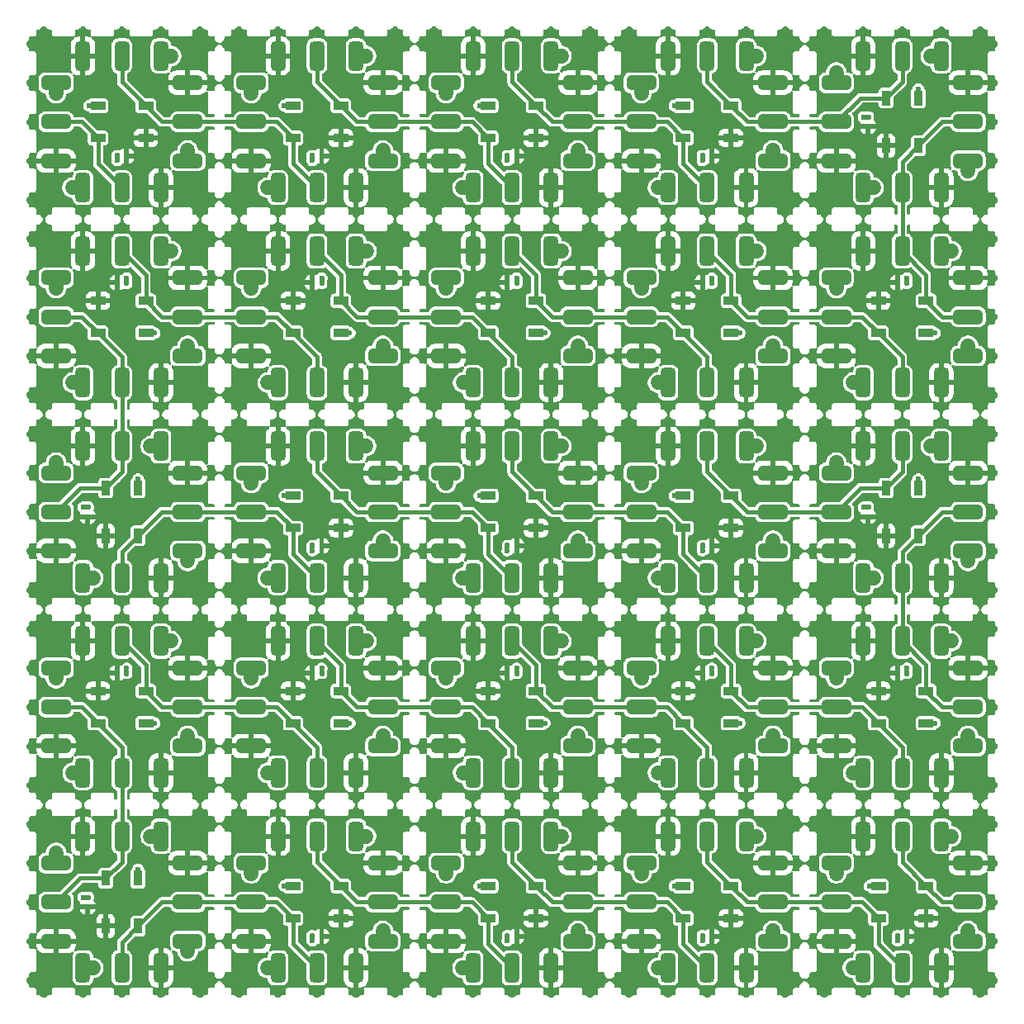
<source format=gbr>
%TF.GenerationSoftware,KiCad,Pcbnew,9.0.7*%
%TF.CreationDate,2026-02-12T20:02:33+01:00*%
%TF.ProjectId,PCB_Neopixel_rigid,5043425f-4e65-46f7-9069-78656c5f7269,rev?*%
%TF.SameCoordinates,Original*%
%TF.FileFunction,Copper,L1,Top*%
%TF.FilePolarity,Positive*%
%FSLAX46Y46*%
G04 Gerber Fmt 4.6, Leading zero omitted, Abs format (unit mm)*
G04 Created by KiCad (PCBNEW 9.0.7) date 2026-02-12 20:02:33*
%MOMM*%
%LPD*%
G01*
G04 APERTURE LIST*
G04 Aperture macros list*
%AMRoundRect*
0 Rectangle with rounded corners*
0 $1 Rounding radius*
0 $2 $3 $4 $5 $6 $7 $8 $9 X,Y pos of 4 corners*
0 Add a 4 corners polygon primitive as box body*
4,1,4,$2,$3,$4,$5,$6,$7,$8,$9,$2,$3,0*
0 Add four circle primitives for the rounded corners*
1,1,$1+$1,$2,$3*
1,1,$1+$1,$4,$5*
1,1,$1+$1,$6,$7*
1,1,$1+$1,$8,$9*
0 Add four rect primitives between the rounded corners*
20,1,$1+$1,$2,$3,$4,$5,0*
20,1,$1+$1,$4,$5,$6,$7,0*
20,1,$1+$1,$6,$7,$8,$9,0*
20,1,$1+$1,$8,$9,$2,$3,0*%
G04 Aperture macros list end*
%TA.AperFunction,SMDPad,CuDef*%
%ADD10RoundRect,0.375000X0.375000X1.125000X-0.375000X1.125000X-0.375000X-1.125000X0.375000X-1.125000X0*%
%TD*%
%TA.AperFunction,SMDPad,CuDef*%
%ADD11RoundRect,0.140000X0.140000X0.170000X-0.140000X0.170000X-0.140000X-0.170000X0.140000X-0.170000X0*%
%TD*%
%TA.AperFunction,SMDPad,CuDef*%
%ADD12RoundRect,0.375000X-1.125000X0.375000X-1.125000X-0.375000X1.125000X-0.375000X1.125000X0.375000X0*%
%TD*%
%TA.AperFunction,SMDPad,CuDef*%
%ADD13RoundRect,0.090000X0.660000X0.360000X-0.660000X0.360000X-0.660000X-0.360000X0.660000X-0.360000X0*%
%TD*%
%TA.AperFunction,SMDPad,CuDef*%
%ADD14RoundRect,0.375000X1.125000X-0.375000X1.125000X0.375000X-1.125000X0.375000X-1.125000X-0.375000X0*%
%TD*%
%TA.AperFunction,SMDPad,CuDef*%
%ADD15RoundRect,0.090000X-0.660000X-0.360000X0.660000X-0.360000X0.660000X0.360000X-0.660000X0.360000X0*%
%TD*%
%TA.AperFunction,SMDPad,CuDef*%
%ADD16RoundRect,0.375000X-0.375000X-1.125000X0.375000X-1.125000X0.375000X1.125000X-0.375000X1.125000X0*%
%TD*%
%TA.AperFunction,SMDPad,CuDef*%
%ADD17RoundRect,0.140000X-0.140000X-0.170000X0.140000X-0.170000X0.140000X0.170000X-0.140000X0.170000X0*%
%TD*%
%TA.AperFunction,SMDPad,CuDef*%
%ADD18RoundRect,0.140000X0.170000X-0.140000X0.170000X0.140000X-0.170000X0.140000X-0.170000X-0.140000X0*%
%TD*%
%TA.AperFunction,SMDPad,CuDef*%
%ADD19RoundRect,0.090000X0.360000X-0.660000X0.360000X0.660000X-0.360000X0.660000X-0.360000X-0.660000X0*%
%TD*%
%TA.AperFunction,ViaPad*%
%ADD20C,0.900000*%
%TD*%
%TA.AperFunction,ViaPad*%
%ADD21C,0.600000*%
%TD*%
%TA.AperFunction,Conductor*%
%ADD22C,1.500000*%
%TD*%
%TA.AperFunction,Conductor*%
%ADD23C,0.500000*%
%TD*%
%TA.AperFunction,Conductor*%
%ADD24C,0.200000*%
%TD*%
%TA.AperFunction,Conductor*%
%ADD25C,0.400000*%
%TD*%
G04 APERTURE END LIST*
D10*
%TO.P,J904,1,Pin_1*%
%TO.N,GND*%
X154999998Y-73250000D03*
%TD*%
D11*
%TO.P,C1401,2*%
%TO.N,GND*%
X150520000Y-103500000D03*
%TO.P,C1401,1*%
%TO.N,+5V*%
X151480000Y-103500000D03*
%TD*%
D12*
%TO.P,J1010,1,Pin_1*%
%TO.N,DO8*%
X137750000Y-80000000D03*
%TD*%
D10*
%TO.P,J503,1,Pin_1*%
%TO.N,+5V*%
X175000000Y-66749999D03*
%TD*%
D12*
%TO.P,J1701,1,Pin_1*%
%TO.N,+5V*%
X197749998Y-116000000D03*
%TD*%
D13*
%TO.P,D501,4,DIN*%
%TO.N,DO3*%
X168550000Y-61650000D03*
%TO.P,D501,3,VSS*%
%TO.N,GND*%
X168550000Y-58350000D03*
%TO.P,D501,2,DOUT*%
%TO.N,DO4*%
X173450000Y-58350000D03*
%TO.P,D501,1,VDD*%
%TO.N,+5V*%
X173450000Y-61650000D03*
%TD*%
D14*
%TO.P,J311,1,Pin_1*%
%TO.N,DO2*%
X137750000Y-60000000D03*
%TD*%
D12*
%TO.P,J1811,1,Pin_1*%
%TO.N,DO17*%
X164250000Y-120000000D03*
%TD*%
D15*
%TO.P,D901,4,DIN*%
%TO.N,DO7*%
X153450000Y-78350000D03*
%TO.P,D901,3,VSS*%
%TO.N,GND*%
X153450000Y-81650000D03*
%TO.P,D901,2,DOUT*%
%TO.N,DO8*%
X148550000Y-81650000D03*
%TO.P,D901,1,VDD*%
%TO.N,+5V*%
X148550000Y-78350000D03*
%TD*%
D16*
%TO.P,J601,1,Pin_1*%
%TO.N,+5V*%
X187000000Y-53250001D03*
%TD*%
D17*
%TO.P,C1901,2*%
%TO.N,GND*%
X151480000Y-116500000D03*
%TO.P,C1901,1*%
%TO.N,+5V*%
X150520000Y-116500000D03*
%TD*%
D12*
%TO.P,J1006,1,Pin_1*%
%TO.N,GND*%
X124250000Y-76000002D03*
%TD*%
D11*
%TO.P,C401,2*%
%TO.N,GND*%
X150520000Y-63500000D03*
%TO.P,C401,1*%
%TO.N,+5V*%
X151480000Y-63500000D03*
%TD*%
D16*
%TO.P,J2507,1,Pin_1*%
%TO.N,+5V*%
X167000000Y-133250001D03*
%TD*%
D17*
%TO.P,C2001,2*%
%TO.N,GND*%
X131480000Y-116500000D03*
%TO.P,C2001,1*%
%TO.N,+5V*%
X130520000Y-116500000D03*
%TD*%
D10*
%TO.P,J804,1,Pin_1*%
%TO.N,GND*%
X174999998Y-73250000D03*
%TD*%
%TO.P,J1809,1,Pin_1*%
%TO.N,DO16*%
X171000000Y-113250000D03*
%TD*%
D14*
%TO.P,J1510,1,Pin_1*%
%TO.N,DO13*%
X164250000Y-100000000D03*
%TD*%
D12*
%TO.P,J710,1,Pin_1*%
%TO.N,DO5*%
X197750000Y-80000000D03*
%TD*%
D18*
%TO.P,C1601,2*%
%TO.N,GND*%
X187500000Y-99520000D03*
%TO.P,C1601,1*%
%TO.N,+5V*%
X187500000Y-100480000D03*
%TD*%
D12*
%TO.P,J1002,1,Pin_1*%
%TO.N,GND*%
X137749999Y-83999998D03*
%TD*%
%TO.P,J1906,1,Pin_1*%
%TO.N,GND*%
X144250000Y-116000002D03*
%TD*%
D17*
%TO.P,C2101,2*%
%TO.N,GND*%
X111480000Y-116500000D03*
%TO.P,C2101,1*%
%TO.N,+5V*%
X110520000Y-116500000D03*
%TD*%
D16*
%TO.P,J1903,1,Pin_1*%
%TO.N,+5V*%
X147000000Y-113250002D03*
%TD*%
%TO.P,J1509,1,Pin_1*%
%TO.N,DO13*%
X171000000Y-106750000D03*
%TD*%
D14*
%TO.P,J411,1,Pin_1*%
%TO.N,DO3*%
X157750000Y-60000000D03*
%TD*%
D12*
%TO.P,J2106,1,Pin_1*%
%TO.N,GND*%
X104250000Y-116000002D03*
%TD*%
%TO.P,J2011,1,Pin_1*%
%TO.N,DO19*%
X124250000Y-120000000D03*
%TD*%
%TO.P,J906,1,Pin_1*%
%TO.N,GND*%
X144250000Y-76000002D03*
%TD*%
D11*
%TO.P,C2501,2*%
%TO.N,GND*%
X170520000Y-143500000D03*
%TO.P,C2501,1*%
%TO.N,+5V*%
X171480000Y-143500000D03*
%TD*%
D14*
%TO.P,J1502,1,Pin_1*%
%TO.N,GND*%
X164250001Y-96000001D03*
%TD*%
D19*
%TO.P,D601,4,DIN*%
%TO.N,DO4*%
X189350000Y-57550000D03*
%TO.P,D601,3,VSS*%
%TO.N,GND*%
X192650000Y-57550000D03*
%TO.P,D601,2,DOUT*%
%TO.N,DO5*%
X192650000Y-62450000D03*
%TO.P,D601,1,VDD*%
%TO.N,+5V*%
X189350000Y-62450000D03*
%TD*%
D17*
%TO.P,C1801,2*%
%TO.N,GND*%
X171480000Y-116500000D03*
%TO.P,C1801,1*%
%TO.N,+5V*%
X170520000Y-116500000D03*
%TD*%
D12*
%TO.P,J1209,1,Pin_1*%
%TO.N,DO10*%
X104250000Y-100000000D03*
%TD*%
D16*
%TO.P,J504,1,Pin_1*%
%TO.N,GND*%
X167000001Y-66750000D03*
%TD*%
D12*
%TO.P,J2207,1,Pin_1*%
%TO.N,+5V*%
X117749999Y-136000000D03*
%TD*%
D14*
%TO.P,J2203,1,Pin_1*%
%TO.N,+5V*%
X104250001Y-144000000D03*
%TD*%
D16*
%TO.P,J611,1,Pin_1*%
%TO.N,DO5*%
X191000000Y-66750000D03*
%TD*%
D12*
%TO.P,J1005,1,Pin_1*%
%TO.N,+5V*%
X124250002Y-84000000D03*
%TD*%
D10*
%TO.P,J2007,1,Pin_1*%
%TO.N,+5V*%
X135000000Y-126749998D03*
%TD*%
D12*
%TO.P,J2005,1,Pin_1*%
%TO.N,+5V*%
X124250002Y-124000000D03*
%TD*%
%TO.P,J801,1,Pin_1*%
%TO.N,+5V*%
X177749998Y-76000000D03*
%TD*%
D10*
%TO.P,J1907,1,Pin_1*%
%TO.N,+5V*%
X155000000Y-126749998D03*
%TD*%
D12*
%TO.P,J1705,1,Pin_1*%
%TO.N,+5V*%
X184250002Y-124000000D03*
%TD*%
D14*
%TO.P,J1603,1,Pin_1*%
%TO.N,+5V*%
X184250001Y-104000000D03*
%TD*%
D10*
%TO.P,J912,1,Pin_1*%
%TO.N,DO8*%
X151000000Y-86750000D03*
%TD*%
D15*
%TO.P,D701,4,DIN*%
%TO.N,DO5*%
X193450000Y-78350000D03*
%TO.P,D701,3,VSS*%
%TO.N,GND*%
X193450000Y-81650000D03*
%TO.P,D701,2,DOUT*%
%TO.N,DO6*%
X188550000Y-81650000D03*
%TO.P,D701,1,VDD*%
%TO.N,+5V*%
X188550000Y-78350000D03*
%TD*%
D12*
%TO.P,J911,1,Pin_1*%
%TO.N,DO8*%
X144250000Y-80000000D03*
%TD*%
D14*
%TO.P,J1410,1,Pin_1*%
%TO.N,DO12*%
X144250000Y-100000000D03*
%TD*%
D10*
%TO.P,J1707,1,Pin_1*%
%TO.N,+5V*%
X195000000Y-126749998D03*
%TD*%
D15*
%TO.P,D1101,4,DIN*%
%TO.N,DO9*%
X113450000Y-78350000D03*
%TO.P,D1101,3,VSS*%
%TO.N,GND*%
X113450000Y-81650000D03*
%TO.P,D1101,2,DOUT*%
%TO.N,DO10*%
X108550000Y-81650000D03*
%TO.P,D1101,1,VDD*%
%TO.N,+5V*%
X108550000Y-78350000D03*
%TD*%
D10*
%TO.P,J1108,1,Pin_1*%
%TO.N,GND*%
X107000002Y-86750000D03*
%TD*%
D16*
%TO.P,J308,1,Pin_1*%
%TO.N,GND*%
X134999999Y-53250000D03*
%TD*%
%TO.P,J312,1,Pin_1*%
%TO.N,DO2*%
X131000000Y-53250000D03*
%TD*%
D14*
%TO.P,J1302,1,Pin_1*%
%TO.N,GND*%
X124250001Y-96000001D03*
%TD*%
D12*
%TO.P,J1102,1,Pin_1*%
%TO.N,GND*%
X117749999Y-83999998D03*
%TD*%
D16*
%TO.P,J1412,1,Pin_1*%
%TO.N,DO13*%
X151000000Y-93250000D03*
%TD*%
%TO.P,J208,1,Pin_1*%
%TO.N,GND*%
X114999999Y-53250000D03*
%TD*%
%TO.P,J605,1,Pin_1*%
%TO.N,+5V*%
X195000000Y-66749999D03*
%TD*%
D12*
%TO.P,J1706,1,Pin_1*%
%TO.N,GND*%
X184250000Y-116000002D03*
%TD*%
D16*
%TO.P,J407,1,Pin_1*%
%TO.N,+5V*%
X147000000Y-53250001D03*
%TD*%
D14*
%TO.P,J202,1,Pin_1*%
%TO.N,GND*%
X104250001Y-56000001D03*
%TD*%
D16*
%TO.P,J606,1,Pin_1*%
%TO.N,GND*%
X187000002Y-66750000D03*
%TD*%
D12*
%TO.P,J711,1,Pin_1*%
%TO.N,DO6*%
X184250000Y-80000000D03*
%TD*%
D14*
%TO.P,J211,1,Pin_1*%
%TO.N,DO1*%
X117750000Y-60000000D03*
%TD*%
D10*
%TO.P,J909,1,Pin_1*%
%TO.N,DO7*%
X151000000Y-73250000D03*
%TD*%
D13*
%TO.P,D301,4,DIN*%
%TO.N,DO1*%
X128550000Y-61650000D03*
%TO.P,D301,3,VSS*%
%TO.N,GND*%
X128550000Y-58350000D03*
%TO.P,D301,2,DOUT*%
%TO.N,DO2*%
X133450000Y-58350000D03*
%TO.P,D301,1,VDD*%
%TO.N,+5V*%
X133450000Y-61650000D03*
%TD*%
D16*
%TO.P,J2312,1,Pin_1*%
%TO.N,DO22*%
X131000000Y-133250000D03*
%TD*%
D12*
%TO.P,J1805,1,Pin_1*%
%TO.N,+5V*%
X164250002Y-124000000D03*
%TD*%
%TO.P,J910,1,Pin_1*%
%TO.N,DO7*%
X157750000Y-80000000D03*
%TD*%
D16*
%TO.P,J1611,1,Pin_1*%
%TO.N,DO15*%
X191000000Y-106750000D03*
%TD*%
%TO.P,J2308,1,Pin_1*%
%TO.N,GND*%
X134999999Y-133250000D03*
%TD*%
%TO.P,J1407,1,Pin_1*%
%TO.N,+5V*%
X147000000Y-93250001D03*
%TD*%
%TO.P,J1512,1,Pin_1*%
%TO.N,DO14*%
X171000000Y-93250000D03*
%TD*%
%TO.P,J508,1,Pin_1*%
%TO.N,GND*%
X174999999Y-53250000D03*
%TD*%
D12*
%TO.P,J701,1,Pin_1*%
%TO.N,+5V*%
X197749998Y-76000000D03*
%TD*%
D16*
%TO.P,J1404,1,Pin_1*%
%TO.N,GND*%
X147000001Y-106750000D03*
%TD*%
D10*
%TO.P,J704,1,Pin_1*%
%TO.N,GND*%
X194999998Y-73250000D03*
%TD*%
D13*
%TO.P,D401,4,DIN*%
%TO.N,DO2*%
X148550000Y-61650000D03*
%TO.P,D401,3,VSS*%
%TO.N,GND*%
X148550000Y-58350000D03*
%TO.P,D401,2,DOUT*%
%TO.N,DO3*%
X153450000Y-58350000D03*
%TO.P,D401,1,VDD*%
%TO.N,+5V*%
X153450000Y-61650000D03*
%TD*%
D18*
%TO.P,C1201,2*%
%TO.N,GND*%
X107500000Y-99520000D03*
%TO.P,C1201,1*%
%TO.N,+5V*%
X107500000Y-100480000D03*
%TD*%
D14*
%TO.P,J2502,1,Pin_1*%
%TO.N,GND*%
X164250001Y-136000001D03*
%TD*%
D16*
%TO.P,J1201,1,Pin_1*%
%TO.N,+5V*%
X107000000Y-93250001D03*
%TD*%
%TO.P,J2003,1,Pin_1*%
%TO.N,+5V*%
X127000000Y-113250002D03*
%TD*%
D14*
%TO.P,J2401,1,Pin_1*%
%TO.N,+5V*%
X144250001Y-144000000D03*
%TD*%
D10*
%TO.P,J1808,1,Pin_1*%
%TO.N,GND*%
X167000002Y-126750000D03*
%TD*%
D16*
%TO.P,J408,1,Pin_1*%
%TO.N,GND*%
X154999999Y-53250000D03*
%TD*%
D14*
%TO.P,J2605,1,Pin_1*%
%TO.N,+5V*%
X197749999Y-136000000D03*
%TD*%
D12*
%TO.P,J2002,1,Pin_1*%
%TO.N,GND*%
X137749999Y-123999998D03*
%TD*%
D16*
%TO.P,J903,1,Pin_1*%
%TO.N,+5V*%
X147000000Y-73250002D03*
%TD*%
D19*
%TO.P,D2201,4,DIN*%
%TO.N,DO20*%
X109350000Y-137550000D03*
%TO.P,D2201,3,VSS*%
%TO.N,GND*%
X112650000Y-137550000D03*
%TO.P,D2201,2,DOUT*%
%TO.N,DO21*%
X112650000Y-142450000D03*
%TO.P,D2201,1,VDD*%
%TO.N,+5V*%
X109350000Y-142450000D03*
%TD*%
D12*
%TO.P,J802,1,Pin_1*%
%TO.N,GND*%
X177749999Y-83999998D03*
%TD*%
D18*
%TO.P,C601,2*%
%TO.N,GND*%
X187500000Y-59520000D03*
%TO.P,C601,1*%
%TO.N,+5V*%
X187500000Y-60480000D03*
%TD*%
D14*
%TO.P,J206,1,Pin_1*%
%TO.N,GND*%
X117750000Y-63999999D03*
%TD*%
D16*
%TO.P,J412,1,Pin_1*%
%TO.N,DO3*%
X151000000Y-53250000D03*
%TD*%
%TO.P,J2608,1,Pin_1*%
%TO.N,GND*%
X194999999Y-133250000D03*
%TD*%
%TO.P,J1312,1,Pin_1*%
%TO.N,DO12*%
X131000000Y-93250000D03*
%TD*%
%TO.P,J304,1,Pin_1*%
%TO.N,GND*%
X127000001Y-66750000D03*
%TD*%
%TO.P,J1409,1,Pin_1*%
%TO.N,DO12*%
X151000000Y-106750000D03*
%TD*%
%TO.P,J2412,1,Pin_1*%
%TO.N,DO23*%
X151000000Y-133250000D03*
%TD*%
D11*
%TO.P,C2301,2*%
%TO.N,GND*%
X130520000Y-143500000D03*
%TO.P,C2301,1*%
%TO.N,+5V*%
X131480000Y-143500000D03*
%TD*%
D14*
%TO.P,J2310,1,Pin_1*%
%TO.N,DO21*%
X124250000Y-140000000D03*
%TD*%
D12*
%TO.P,J2111,1,Pin_1*%
%TO.N,DO20*%
X104250000Y-120000000D03*
%TD*%
D13*
%TO.P,D2601,4,DIN*%
%TO.N,DO24*%
X188550000Y-141650000D03*
%TO.P,D2601,3,VSS*%
%TO.N,GND*%
X188550000Y-138350000D03*
%TO.P,D2601,2,DOUT*%
%TO.N,DO25*%
X193450000Y-138350000D03*
%TO.P,D2601,1,VDD*%
%TO.N,+5V*%
X193450000Y-141650000D03*
%TD*%
D14*
%TO.P,J2302,1,Pin_1*%
%TO.N,GND*%
X124250001Y-136000001D03*
%TD*%
%TO.P,J1301,1,Pin_1*%
%TO.N,+5V*%
X124250001Y-104000000D03*
%TD*%
D18*
%TO.P,C2201,2*%
%TO.N,GND*%
X107500000Y-139520000D03*
%TO.P,C2201,1*%
%TO.N,+5V*%
X107500000Y-140480000D03*
%TD*%
D17*
%TO.P,C801,2*%
%TO.N,GND*%
X171480000Y-76500000D03*
%TO.P,C801,1*%
%TO.N,+5V*%
X170520000Y-76500000D03*
%TD*%
D14*
%TO.P,J305,1,Pin_1*%
%TO.N,+5V*%
X137749999Y-56000000D03*
%TD*%
D10*
%TO.P,J1008,1,Pin_1*%
%TO.N,GND*%
X127000002Y-86750000D03*
%TD*%
D19*
%TO.P,D1601,4,DIN*%
%TO.N,DO14*%
X189350000Y-97550000D03*
%TO.P,D1601,3,VSS*%
%TO.N,GND*%
X192650000Y-97550000D03*
%TO.P,D1601,2,DOUT*%
%TO.N,DO15*%
X192650000Y-102450000D03*
%TO.P,D1601,1,VDD*%
%TO.N,+5V*%
X189350000Y-102450000D03*
%TD*%
D16*
%TO.P,J1504,1,Pin_1*%
%TO.N,GND*%
X167000001Y-106750000D03*
%TD*%
D15*
%TO.P,D1001,4,DIN*%
%TO.N,DO8*%
X133450000Y-78350000D03*
%TO.P,D1001,3,VSS*%
%TO.N,GND*%
X133450000Y-81650000D03*
%TO.P,D1001,2,DOUT*%
%TO.N,DO9*%
X128550000Y-81650000D03*
%TO.P,D1001,1,VDD*%
%TO.N,+5V*%
X128550000Y-78350000D03*
%TD*%
D12*
%TO.P,J2209,1,Pin_1*%
%TO.N,DO20*%
X104250000Y-140000000D03*
%TD*%
D10*
%TO.P,J1012,1,Pin_1*%
%TO.N,DO9*%
X131000000Y-86750000D03*
%TD*%
%TO.P,J2109,1,Pin_1*%
%TO.N,DO19*%
X111000000Y-113250000D03*
%TD*%
D11*
%TO.P,C301,2*%
%TO.N,GND*%
X130520000Y-63500000D03*
%TO.P,C301,1*%
%TO.N,+5V*%
X131480000Y-63500000D03*
%TD*%
D12*
%TO.P,J1208,1,Pin_1*%
%TO.N,GND*%
X117750000Y-103999998D03*
%TD*%
D16*
%TO.P,J2103,1,Pin_1*%
%TO.N,+5V*%
X107000000Y-113250002D03*
%TD*%
%TO.P,J2508,1,Pin_1*%
%TO.N,GND*%
X174999999Y-133250000D03*
%TD*%
%TO.P,J207,1,Pin_1*%
%TO.N,+5V*%
X107000000Y-53250001D03*
%TD*%
%TO.P,J2211,1,Pin_1*%
%TO.N,DO21*%
X111000000Y-146750000D03*
%TD*%
D10*
%TO.P,J1112,1,Pin_1*%
%TO.N,DO10*%
X111000000Y-86750000D03*
%TD*%
%TO.P,J1403,1,Pin_1*%
%TO.N,+5V*%
X155000000Y-106749999D03*
%TD*%
D13*
%TO.P,D1301,4,DIN*%
%TO.N,DO11*%
X128550000Y-101650000D03*
%TO.P,D1301,3,VSS*%
%TO.N,GND*%
X128550000Y-98350000D03*
%TO.P,D1301,2,DOUT*%
%TO.N,DO12*%
X133450000Y-98350000D03*
%TO.P,D1301,1,VDD*%
%TO.N,+5V*%
X133450000Y-101650000D03*
%TD*%
D14*
%TO.P,J1311,1,Pin_1*%
%TO.N,DO12*%
X137750000Y-100000000D03*
%TD*%
D10*
%TO.P,J907,1,Pin_1*%
%TO.N,+5V*%
X155000000Y-86749998D03*
%TD*%
D15*
%TO.P,D2101,4,DIN*%
%TO.N,DO19*%
X113450000Y-118350000D03*
%TO.P,D2101,3,VSS*%
%TO.N,GND*%
X113450000Y-121650000D03*
%TO.P,D2101,2,DOUT*%
%TO.N,DO20*%
X108550000Y-121650000D03*
%TO.P,D2101,1,VDD*%
%TO.N,+5V*%
X108550000Y-118350000D03*
%TD*%
D14*
%TO.P,J2501,1,Pin_1*%
%TO.N,+5V*%
X164250001Y-144000000D03*
%TD*%
D16*
%TO.P,J409,1,Pin_1*%
%TO.N,DO2*%
X151000000Y-66750000D03*
%TD*%
%TO.P,J1307,1,Pin_1*%
%TO.N,+5V*%
X127000000Y-93250001D03*
%TD*%
D14*
%TO.P,J505,1,Pin_1*%
%TO.N,+5V*%
X177749999Y-56000000D03*
%TD*%
D16*
%TO.P,J512,1,Pin_1*%
%TO.N,DO4*%
X171000000Y-53250000D03*
%TD*%
%TO.P,J1605,1,Pin_1*%
%TO.N,+5V*%
X195000000Y-106749999D03*
%TD*%
%TO.P,J1206,1,Pin_1*%
%TO.N,GND*%
X107000002Y-106750000D03*
%TD*%
D14*
%TO.P,J1411,1,Pin_1*%
%TO.N,DO13*%
X157750000Y-100000000D03*
%TD*%
%TO.P,J1401,1,Pin_1*%
%TO.N,+5V*%
X144250001Y-104000000D03*
%TD*%
D10*
%TO.P,J1812,1,Pin_1*%
%TO.N,DO17*%
X171000000Y-126750000D03*
%TD*%
D16*
%TO.P,J1507,1,Pin_1*%
%TO.N,+5V*%
X167000000Y-93250001D03*
%TD*%
D12*
%TO.P,J1111,1,Pin_1*%
%TO.N,DO10*%
X104250000Y-80000000D03*
%TD*%
D14*
%TO.P,J2410,1,Pin_1*%
%TO.N,DO22*%
X144250000Y-140000000D03*
%TD*%
D10*
%TO.P,J812,1,Pin_1*%
%TO.N,DO7*%
X171000000Y-86750000D03*
%TD*%
D12*
%TO.P,J2105,1,Pin_1*%
%TO.N,+5V*%
X104250002Y-124000000D03*
%TD*%
D16*
%TO.P,J1308,1,Pin_1*%
%TO.N,GND*%
X134999999Y-93250000D03*
%TD*%
%TO.P,J803,1,Pin_1*%
%TO.N,+5V*%
X167000000Y-73250002D03*
%TD*%
D10*
%TO.P,J2008,1,Pin_1*%
%TO.N,GND*%
X127000002Y-126750000D03*
%TD*%
D16*
%TO.P,J1210,1,Pin_1*%
%TO.N,DO10*%
X111000000Y-93250000D03*
%TD*%
D10*
%TO.P,J908,1,Pin_1*%
%TO.N,GND*%
X147000002Y-86750000D03*
%TD*%
D14*
%TO.P,J2311,1,Pin_1*%
%TO.N,DO22*%
X137750000Y-140000000D03*
%TD*%
D16*
%TO.P,J2210,1,Pin_1*%
%TO.N,DO20*%
X111000000Y-133250000D03*
%TD*%
%TO.P,J212,1,Pin_1*%
%TO.N,DO1*%
X111000000Y-53250000D03*
%TD*%
D12*
%TO.P,J1101,1,Pin_1*%
%TO.N,+5V*%
X117749998Y-76000000D03*
%TD*%
%TO.P,J1802,1,Pin_1*%
%TO.N,GND*%
X177749999Y-123999998D03*
%TD*%
D16*
%TO.P,J509,1,Pin_1*%
%TO.N,DO3*%
X171000000Y-66750000D03*
%TD*%
D12*
%TO.P,J604,1,Pin_1*%
%TO.N,GND*%
X184250000Y-56000002D03*
%TD*%
D10*
%TO.P,J708,1,Pin_1*%
%TO.N,GND*%
X187000002Y-86750000D03*
%TD*%
D12*
%TO.P,J1901,1,Pin_1*%
%TO.N,+5V*%
X157749998Y-116000000D03*
%TD*%
D16*
%TO.P,J1408,1,Pin_1*%
%TO.N,GND*%
X154999999Y-93250000D03*
%TD*%
D12*
%TO.P,J1207,1,Pin_1*%
%TO.N,+5V*%
X117749999Y-96000000D03*
%TD*%
%TO.P,J1106,1,Pin_1*%
%TO.N,GND*%
X104250000Y-76000002D03*
%TD*%
D10*
%TO.P,J1704,1,Pin_1*%
%TO.N,GND*%
X194999998Y-113250000D03*
%TD*%
D19*
%TO.P,D1201,4,DIN*%
%TO.N,DO10*%
X109350000Y-97550000D03*
%TO.P,D1201,3,VSS*%
%TO.N,GND*%
X112650000Y-97550000D03*
%TO.P,D1201,2,DOUT*%
%TO.N,DO11*%
X112650000Y-102450000D03*
%TO.P,D1201,1,VDD*%
%TO.N,+5V*%
X109350000Y-102450000D03*
%TD*%
D14*
%TO.P,J510,1,Pin_1*%
%TO.N,DO3*%
X164250000Y-60000000D03*
%TD*%
D15*
%TO.P,D1701,4,DIN*%
%TO.N,DO15*%
X193450000Y-118350000D03*
%TO.P,D1701,3,VSS*%
%TO.N,GND*%
X193450000Y-121650000D03*
%TO.P,D1701,2,DOUT*%
%TO.N,DO16*%
X188550000Y-121650000D03*
%TO.P,D1701,1,VDD*%
%TO.N,+5V*%
X188550000Y-118350000D03*
%TD*%
D16*
%TO.P,J2612,1,Pin_1*%
%TO.N,DO25*%
X191000000Y-133250000D03*
%TD*%
D12*
%TO.P,J1212,1,Pin_1*%
%TO.N,DO11*%
X117750000Y-100000000D03*
%TD*%
D16*
%TO.P,J2206,1,Pin_1*%
%TO.N,GND*%
X107000002Y-146750000D03*
%TD*%
D12*
%TO.P,J1710,1,Pin_1*%
%TO.N,DO15*%
X197750000Y-120000000D03*
%TD*%
D10*
%TO.P,J2012,1,Pin_1*%
%TO.N,DO19*%
X131000000Y-126750000D03*
%TD*%
D16*
%TO.P,J307,1,Pin_1*%
%TO.N,+5V*%
X127000000Y-53250001D03*
%TD*%
D12*
%TO.P,J2208,1,Pin_1*%
%TO.N,GND*%
X117750000Y-143999998D03*
%TD*%
D14*
%TO.P,J2405,1,Pin_1*%
%TO.N,+5V*%
X157749999Y-136000000D03*
%TD*%
D10*
%TO.P,J1708,1,Pin_1*%
%TO.N,GND*%
X187000002Y-126750000D03*
%TD*%
D16*
%TO.P,J2201,1,Pin_1*%
%TO.N,+5V*%
X107000000Y-133250001D03*
%TD*%
D12*
%TO.P,J2101,1,Pin_1*%
%TO.N,+5V*%
X117749998Y-116000000D03*
%TD*%
D10*
%TO.P,J1912,1,Pin_1*%
%TO.N,DO18*%
X151000000Y-126750000D03*
%TD*%
D12*
%TO.P,J806,1,Pin_1*%
%TO.N,GND*%
X164250000Y-76000002D03*
%TD*%
D16*
%TO.P,J2409,1,Pin_1*%
%TO.N,DO22*%
X151000000Y-146750000D03*
%TD*%
D14*
%TO.P,J406,1,Pin_1*%
%TO.N,GND*%
X157750000Y-63999999D03*
%TD*%
D12*
%TO.P,J705,1,Pin_1*%
%TO.N,+5V*%
X184250002Y-84000000D03*
%TD*%
D16*
%TO.P,J1606,1,Pin_1*%
%TO.N,GND*%
X187000002Y-106750000D03*
%TD*%
D14*
%TO.P,J1405,1,Pin_1*%
%TO.N,+5V*%
X157749999Y-96000000D03*
%TD*%
D12*
%TO.P,J1011,1,Pin_1*%
%TO.N,DO9*%
X124250000Y-80000000D03*
%TD*%
D11*
%TO.P,C201,2*%
%TO.N,GND*%
X110520000Y-63500000D03*
%TO.P,C201,1*%
%TO.N,+5V*%
X111480000Y-63500000D03*
%TD*%
D16*
%TO.P,J2304,1,Pin_1*%
%TO.N,GND*%
X127000001Y-146750000D03*
%TD*%
D10*
%TO.P,J808,1,Pin_1*%
%TO.N,GND*%
X167000002Y-86750000D03*
%TD*%
D12*
%TO.P,J1911,1,Pin_1*%
%TO.N,DO18*%
X144250000Y-120000000D03*
%TD*%
D14*
%TO.P,J2606,1,Pin_1*%
%TO.N,GND*%
X197750000Y-143999999D03*
%TD*%
D17*
%TO.P,C1701,2*%
%TO.N,GND*%
X191480000Y-116500000D03*
%TO.P,C1701,1*%
%TO.N,+5V*%
X190520000Y-116500000D03*
%TD*%
D14*
%TO.P,J1310,1,Pin_1*%
%TO.N,DO11*%
X124250000Y-100000000D03*
%TD*%
D16*
%TO.P,J2512,1,Pin_1*%
%TO.N,DO24*%
X171000000Y-133250000D03*
%TD*%
%TO.P,J2609,1,Pin_1*%
%TO.N,DO24*%
X191000000Y-146750000D03*
%TD*%
D14*
%TO.P,J501,1,Pin_1*%
%TO.N,+5V*%
X164250001Y-64000000D03*
%TD*%
D16*
%TO.P,J2607,1,Pin_1*%
%TO.N,+5V*%
X187000000Y-133250001D03*
%TD*%
D10*
%TO.P,J2107,1,Pin_1*%
%TO.N,+5V*%
X115000000Y-126749998D03*
%TD*%
D11*
%TO.P,C2401,2*%
%TO.N,GND*%
X150520000Y-143500000D03*
%TO.P,C2401,1*%
%TO.N,+5V*%
X151480000Y-143500000D03*
%TD*%
D14*
%TO.P,J603,1,Pin_1*%
%TO.N,+5V*%
X184250001Y-64000000D03*
%TD*%
D10*
%TO.P,J2004,1,Pin_1*%
%TO.N,GND*%
X134999998Y-113250000D03*
%TD*%
%TO.P,J1009,1,Pin_1*%
%TO.N,DO8*%
X131000000Y-73250000D03*
%TD*%
D11*
%TO.P,C501,2*%
%TO.N,GND*%
X170520000Y-63500000D03*
%TO.P,C501,1*%
%TO.N,+5V*%
X171480000Y-63500000D03*
%TD*%
D14*
%TO.P,J2306,1,Pin_1*%
%TO.N,GND*%
X137750000Y-143999999D03*
%TD*%
D12*
%TO.P,J2204,1,Pin_1*%
%TO.N,GND*%
X104250000Y-136000002D03*
%TD*%
D14*
%TO.P,J302,1,Pin_1*%
%TO.N,GND*%
X124250001Y-56000001D03*
%TD*%
D10*
%TO.P,J2403,1,Pin_1*%
%TO.N,+5V*%
X155000000Y-146749999D03*
%TD*%
%TO.P,J709,1,Pin_1*%
%TO.N,DO5*%
X191000000Y-73250000D03*
%TD*%
D14*
%TO.P,J2611,1,Pin_1*%
%TO.N,DO25*%
X197750000Y-140000000D03*
%TD*%
D12*
%TO.P,J905,1,Pin_1*%
%TO.N,+5V*%
X144250002Y-84000000D03*
%TD*%
%TO.P,J901,1,Pin_1*%
%TO.N,+5V*%
X157749998Y-76000000D03*
%TD*%
D11*
%TO.P,C1501,2*%
%TO.N,GND*%
X170520000Y-103500000D03*
%TO.P,C1501,1*%
%TO.N,+5V*%
X171480000Y-103500000D03*
%TD*%
D14*
%TO.P,J1305,1,Pin_1*%
%TO.N,+5V*%
X137749999Y-96000000D03*
%TD*%
D16*
%TO.P,J2504,1,Pin_1*%
%TO.N,GND*%
X167000001Y-146750000D03*
%TD*%
D12*
%TO.P,J706,1,Pin_1*%
%TO.N,GND*%
X184250000Y-76000002D03*
%TD*%
D13*
%TO.P,D1501,4,DIN*%
%TO.N,DO13*%
X168550000Y-101650000D03*
%TO.P,D1501,3,VSS*%
%TO.N,GND*%
X168550000Y-98350000D03*
%TO.P,D1501,2,DOUT*%
%TO.N,DO14*%
X173450000Y-98350000D03*
%TO.P,D1501,1,VDD*%
%TO.N,+5V*%
X173450000Y-101650000D03*
%TD*%
D10*
%TO.P,J2303,1,Pin_1*%
%TO.N,+5V*%
X135000000Y-146749999D03*
%TD*%
D14*
%TO.P,J1306,1,Pin_1*%
%TO.N,GND*%
X137750000Y-103999999D03*
%TD*%
D12*
%TO.P,J702,1,Pin_1*%
%TO.N,GND*%
X197749999Y-83999998D03*
%TD*%
D14*
%TO.P,J210,1,Pin_1*%
%TO.N,/Segment/DI*%
X104250000Y-60000000D03*
%TD*%
D15*
%TO.P,D801,4,DIN*%
%TO.N,DO6*%
X173450000Y-78350000D03*
%TO.P,D801,3,VSS*%
%TO.N,GND*%
X173450000Y-81650000D03*
%TO.P,D801,2,DOUT*%
%TO.N,DO7*%
X168550000Y-81650000D03*
%TO.P,D801,1,VDD*%
%TO.N,+5V*%
X168550000Y-78350000D03*
%TD*%
D10*
%TO.P,J2503,1,Pin_1*%
%TO.N,+5V*%
X175000000Y-146749999D03*
%TD*%
D16*
%TO.P,J507,1,Pin_1*%
%TO.N,+5V*%
X167000000Y-53250001D03*
%TD*%
%TO.P,J2404,1,Pin_1*%
%TO.N,GND*%
X147000001Y-146750000D03*
%TD*%
D12*
%TO.P,J1810,1,Pin_1*%
%TO.N,DO16*%
X177750000Y-120000000D03*
%TD*%
D16*
%TO.P,J2202,1,Pin_1*%
%TO.N,GND*%
X114999998Y-133250001D03*
%TD*%
%TO.P,J703,1,Pin_1*%
%TO.N,+5V*%
X187000000Y-73250002D03*
%TD*%
D10*
%TO.P,J2603,1,Pin_1*%
%TO.N,+5V*%
X195000000Y-146749999D03*
%TD*%
D16*
%TO.P,J2407,1,Pin_1*%
%TO.N,+5V*%
X147000000Y-133250001D03*
%TD*%
D10*
%TO.P,J1503,1,Pin_1*%
%TO.N,+5V*%
X175000000Y-106749999D03*
%TD*%
%TO.P,J807,1,Pin_1*%
%TO.N,+5V*%
X175000000Y-86749998D03*
%TD*%
D12*
%TO.P,J2212,1,Pin_1*%
%TO.N,DO21*%
X117750000Y-140000000D03*
%TD*%
D10*
%TO.P,J1107,1,Pin_1*%
%TO.N,+5V*%
X115000000Y-86749998D03*
%TD*%
D12*
%TO.P,J607,1,Pin_1*%
%TO.N,+5V*%
X197749999Y-56000000D03*
%TD*%
D14*
%TO.P,J301,1,Pin_1*%
%TO.N,+5V*%
X124250001Y-64000000D03*
%TD*%
D17*
%TO.P,C701,2*%
%TO.N,GND*%
X191480000Y-76500000D03*
%TO.P,C701,1*%
%TO.N,+5V*%
X190520000Y-76500000D03*
%TD*%
D10*
%TO.P,J809,1,Pin_1*%
%TO.N,DO6*%
X171000000Y-73250000D03*
%TD*%
D16*
%TO.P,J2307,1,Pin_1*%
%TO.N,+5V*%
X127000000Y-133250001D03*
%TD*%
D12*
%TO.P,J1001,1,Pin_1*%
%TO.N,+5V*%
X137749998Y-76000000D03*
%TD*%
D16*
%TO.P,J204,1,Pin_1*%
%TO.N,GND*%
X107000001Y-66750000D03*
%TD*%
D10*
%TO.P,J707,1,Pin_1*%
%TO.N,+5V*%
X195000000Y-86749998D03*
%TD*%
%TO.P,J1908,1,Pin_1*%
%TO.N,GND*%
X147000002Y-126750000D03*
%TD*%
D12*
%TO.P,J1612,1,Pin_1*%
%TO.N,DO15*%
X197750000Y-100000000D03*
%TD*%
D16*
%TO.P,J1803,1,Pin_1*%
%TO.N,+5V*%
X167000000Y-113250002D03*
%TD*%
D14*
%TO.P,J1501,1,Pin_1*%
%TO.N,+5V*%
X164250001Y-104000000D03*
%TD*%
%TO.P,J1402,1,Pin_1*%
%TO.N,GND*%
X144250001Y-96000001D03*
%TD*%
D10*
%TO.P,J1004,1,Pin_1*%
%TO.N,GND*%
X134999998Y-73250000D03*
%TD*%
D14*
%TO.P,J2406,1,Pin_1*%
%TO.N,GND*%
X157750000Y-143999999D03*
%TD*%
D10*
%TO.P,J303,1,Pin_1*%
%TO.N,+5V*%
X135000000Y-66749999D03*
%TD*%
D16*
%TO.P,J1003,1,Pin_1*%
%TO.N,+5V*%
X127000000Y-73250002D03*
%TD*%
D14*
%TO.P,J2301,1,Pin_1*%
%TO.N,+5V*%
X124250001Y-144000000D03*
%TD*%
D12*
%TO.P,J2110,1,Pin_1*%
%TO.N,DO19*%
X117750000Y-120000000D03*
%TD*%
D17*
%TO.P,C1101,2*%
%TO.N,GND*%
X111480000Y-76500000D03*
%TO.P,C1101,1*%
%TO.N,+5V*%
X110520000Y-76500000D03*
%TD*%
D11*
%TO.P,C1301,2*%
%TO.N,GND*%
X130520000Y-103500000D03*
%TO.P,C1301,1*%
%TO.N,+5V*%
X131480000Y-103500000D03*
%TD*%
D10*
%TO.P,J1804,1,Pin_1*%
%TO.N,GND*%
X174999998Y-113250000D03*
%TD*%
D14*
%TO.P,J405,1,Pin_1*%
%TO.N,+5V*%
X157749999Y-56000000D03*
%TD*%
D16*
%TO.P,J2509,1,Pin_1*%
%TO.N,DO23*%
X171000000Y-146750000D03*
%TD*%
D10*
%TO.P,J403,1,Pin_1*%
%TO.N,+5V*%
X155000000Y-66749999D03*
%TD*%
D14*
%TO.P,J2402,1,Pin_1*%
%TO.N,GND*%
X144250001Y-136000001D03*
%TD*%
D10*
%TO.P,J2112,1,Pin_1*%
%TO.N,DO20*%
X111000000Y-126750000D03*
%TD*%
%TO.P,J1712,1,Pin_1*%
%TO.N,DO16*%
X191000000Y-126750000D03*
%TD*%
D14*
%TO.P,J2305,1,Pin_1*%
%TO.N,+5V*%
X137749999Y-136000000D03*
%TD*%
D12*
%TO.P,J2102,1,Pin_1*%
%TO.N,GND*%
X117749999Y-123999998D03*
%TD*%
D17*
%TO.P,C901,2*%
%TO.N,GND*%
X151480000Y-76500000D03*
%TO.P,C901,1*%
%TO.N,+5V*%
X150520000Y-76500000D03*
%TD*%
D12*
%TO.P,J1204,1,Pin_1*%
%TO.N,GND*%
X104250000Y-96000002D03*
%TD*%
%TO.P,J1604,1,Pin_1*%
%TO.N,GND*%
X184250000Y-96000002D03*
%TD*%
D14*
%TO.P,J1506,1,Pin_1*%
%TO.N,GND*%
X177750000Y-103999999D03*
%TD*%
D15*
%TO.P,D1801,4,DIN*%
%TO.N,DO16*%
X173450000Y-118350000D03*
%TO.P,D1801,3,VSS*%
%TO.N,GND*%
X173450000Y-121650000D03*
%TO.P,D1801,2,DOUT*%
%TO.N,DO17*%
X168550000Y-121650000D03*
%TO.P,D1801,1,VDD*%
%TO.N,+5V*%
X168550000Y-118350000D03*
%TD*%
D12*
%TO.P,J2006,1,Pin_1*%
%TO.N,GND*%
X124250000Y-116000002D03*
%TD*%
D14*
%TO.P,J2511,1,Pin_1*%
%TO.N,DO24*%
X177750000Y-140000000D03*
%TD*%
D10*
%TO.P,J2108,1,Pin_1*%
%TO.N,GND*%
X107000002Y-126750000D03*
%TD*%
D12*
%TO.P,J1607,1,Pin_1*%
%TO.N,+5V*%
X197749999Y-96000000D03*
%TD*%
%TO.P,J1608,1,Pin_1*%
%TO.N,GND*%
X197750000Y-103999998D03*
%TD*%
D10*
%TO.P,J1904,1,Pin_1*%
%TO.N,GND*%
X154999998Y-113250000D03*
%TD*%
D14*
%TO.P,J205,1,Pin_1*%
%TO.N,+5V*%
X117749999Y-56000000D03*
%TD*%
D12*
%TO.P,J1910,1,Pin_1*%
%TO.N,DO17*%
X157750000Y-120000000D03*
%TD*%
D10*
%TO.P,J1104,1,Pin_1*%
%TO.N,GND*%
X114999998Y-73250000D03*
%TD*%
D16*
%TO.P,J1103,1,Pin_1*%
%TO.N,+5V*%
X107000000Y-73250002D03*
%TD*%
D12*
%TO.P,J1902,1,Pin_1*%
%TO.N,GND*%
X157749999Y-123999998D03*
%TD*%
D14*
%TO.P,J2602,1,Pin_1*%
%TO.N,GND*%
X184250001Y-136000001D03*
%TD*%
%TO.P,J401,1,Pin_1*%
%TO.N,+5V*%
X144250001Y-64000000D03*
%TD*%
D10*
%TO.P,J1909,1,Pin_1*%
%TO.N,DO17*%
X151000000Y-113250000D03*
%TD*%
D14*
%TO.P,J2505,1,Pin_1*%
%TO.N,+5V*%
X177749999Y-136000000D03*
%TD*%
%TO.P,J201,1,Pin_1*%
%TO.N,+5V*%
X104250001Y-64000000D03*
%TD*%
D10*
%TO.P,J2009,1,Pin_1*%
%TO.N,DO18*%
X131000000Y-113250000D03*
%TD*%
D12*
%TO.P,J1905,1,Pin_1*%
%TO.N,+5V*%
X144250002Y-124000000D03*
%TD*%
D14*
%TO.P,J506,1,Pin_1*%
%TO.N,GND*%
X177750000Y-63999999D03*
%TD*%
D16*
%TO.P,J610,1,Pin_1*%
%TO.N,DO4*%
X191000000Y-53250000D03*
%TD*%
D13*
%TO.P,D201,4,DIN*%
%TO.N,/Segment/DI*%
X108550000Y-61650000D03*
%TO.P,D201,3,VSS*%
%TO.N,GND*%
X108550000Y-58350000D03*
%TO.P,D201,2,DOUT*%
%TO.N,DO1*%
X113450000Y-58350000D03*
%TO.P,D201,1,VDD*%
%TO.N,+5V*%
X113450000Y-61650000D03*
%TD*%
%TO.P,D2301,4,DIN*%
%TO.N,DO21*%
X128550000Y-141650000D03*
%TO.P,D2301,3,VSS*%
%TO.N,GND*%
X128550000Y-138350000D03*
%TO.P,D2301,2,DOUT*%
%TO.N,DO22*%
X133450000Y-138350000D03*
%TO.P,D2301,1,VDD*%
%TO.N,+5V*%
X133450000Y-141650000D03*
%TD*%
D14*
%TO.P,J402,1,Pin_1*%
%TO.N,GND*%
X144250001Y-56000001D03*
%TD*%
D12*
%TO.P,J609,1,Pin_1*%
%TO.N,DO4*%
X184250000Y-60000000D03*
%TD*%
D16*
%TO.P,J1508,1,Pin_1*%
%TO.N,GND*%
X174999999Y-93250000D03*
%TD*%
%TO.P,J309,1,Pin_1*%
%TO.N,DO1*%
X131000000Y-66750000D03*
%TD*%
%TO.P,J1610,1,Pin_1*%
%TO.N,DO14*%
X191000000Y-93250000D03*
%TD*%
%TO.P,J1602,1,Pin_1*%
%TO.N,GND*%
X194999998Y-93250001D03*
%TD*%
D14*
%TO.P,J1203,1,Pin_1*%
%TO.N,+5V*%
X104250001Y-104000000D03*
%TD*%
D12*
%TO.P,J1806,1,Pin_1*%
%TO.N,GND*%
X164250000Y-116000002D03*
%TD*%
D14*
%TO.P,J2506,1,Pin_1*%
%TO.N,GND*%
X177750000Y-143999999D03*
%TD*%
%TO.P,J511,1,Pin_1*%
%TO.N,DO4*%
X177750000Y-60000000D03*
%TD*%
D16*
%TO.P,J404,1,Pin_1*%
%TO.N,GND*%
X147000001Y-66750000D03*
%TD*%
D17*
%TO.P,C1001,2*%
%TO.N,GND*%
X131480000Y-76500000D03*
%TO.P,C1001,1*%
%TO.N,+5V*%
X130520000Y-76500000D03*
%TD*%
D14*
%TO.P,J310,1,Pin_1*%
%TO.N,DO1*%
X124250000Y-60000000D03*
%TD*%
D12*
%TO.P,J811,1,Pin_1*%
%TO.N,DO7*%
X164250000Y-80000000D03*
%TD*%
%TO.P,J1110,1,Pin_1*%
%TO.N,DO9*%
X117750000Y-80000000D03*
%TD*%
%TO.P,J805,1,Pin_1*%
%TO.N,+5V*%
X164250002Y-84000000D03*
%TD*%
%TO.P,J608,1,Pin_1*%
%TO.N,GND*%
X197750000Y-63999998D03*
%TD*%
D10*
%TO.P,J712,1,Pin_1*%
%TO.N,DO6*%
X191000000Y-86750000D03*
%TD*%
D16*
%TO.P,J1202,1,Pin_1*%
%TO.N,GND*%
X114999998Y-93250001D03*
%TD*%
%TO.P,J1703,1,Pin_1*%
%TO.N,+5V*%
X187000000Y-113250002D03*
%TD*%
D12*
%TO.P,J1702,1,Pin_1*%
%TO.N,GND*%
X197749999Y-123999998D03*
%TD*%
D14*
%TO.P,J410,1,Pin_1*%
%TO.N,DO2*%
X144250000Y-60000000D03*
%TD*%
D12*
%TO.P,J902,1,Pin_1*%
%TO.N,GND*%
X157749999Y-83999998D03*
%TD*%
%TO.P,J1711,1,Pin_1*%
%TO.N,DO16*%
X184250000Y-120000000D03*
%TD*%
D14*
%TO.P,J2411,1,Pin_1*%
%TO.N,DO23*%
X157750000Y-140000000D03*
%TD*%
D16*
%TO.P,J2604,1,Pin_1*%
%TO.N,GND*%
X187000001Y-146750000D03*
%TD*%
D14*
%TO.P,J2601,1,Pin_1*%
%TO.N,+5V*%
X184250001Y-144000000D03*
%TD*%
D12*
%TO.P,J1801,1,Pin_1*%
%TO.N,+5V*%
X177749998Y-116000000D03*
%TD*%
D16*
%TO.P,J1304,1,Pin_1*%
%TO.N,GND*%
X127000001Y-106750000D03*
%TD*%
D14*
%TO.P,J1511,1,Pin_1*%
%TO.N,DO14*%
X177750000Y-100000000D03*
%TD*%
D12*
%TO.P,J2001,1,Pin_1*%
%TO.N,+5V*%
X137749998Y-116000000D03*
%TD*%
D14*
%TO.P,J306,1,Pin_1*%
%TO.N,GND*%
X137750000Y-63999999D03*
%TD*%
D16*
%TO.P,J602,1,Pin_1*%
%TO.N,GND*%
X194999998Y-53250001D03*
%TD*%
D10*
%TO.P,J2104,1,Pin_1*%
%TO.N,GND*%
X114999998Y-113250000D03*
%TD*%
D14*
%TO.P,J502,1,Pin_1*%
%TO.N,GND*%
X164250001Y-56000001D03*
%TD*%
D10*
%TO.P,J1109,1,Pin_1*%
%TO.N,DO9*%
X111000000Y-73250000D03*
%TD*%
D16*
%TO.P,J209,1,Pin_1*%
%TO.N,/Segment/DI*%
X111000000Y-66750000D03*
%TD*%
D10*
%TO.P,J1709,1,Pin_1*%
%TO.N,DO15*%
X191000000Y-113250000D03*
%TD*%
D13*
%TO.P,D1401,4,DIN*%
%TO.N,DO12*%
X148550000Y-101650000D03*
%TO.P,D1401,3,VSS*%
%TO.N,GND*%
X148550000Y-98350000D03*
%TO.P,D1401,2,DOUT*%
%TO.N,DO13*%
X153450000Y-98350000D03*
%TO.P,D1401,1,VDD*%
%TO.N,+5V*%
X153450000Y-101650000D03*
%TD*%
D11*
%TO.P,C2601,2*%
%TO.N,GND*%
X190520000Y-143500000D03*
%TO.P,C2601,1*%
%TO.N,+5V*%
X191480000Y-143500000D03*
%TD*%
D14*
%TO.P,J2510,1,Pin_1*%
%TO.N,DO23*%
X164250000Y-140000000D03*
%TD*%
D12*
%TO.P,J2010,1,Pin_1*%
%TO.N,DO18*%
X137750000Y-120000000D03*
%TD*%
D16*
%TO.P,J1205,1,Pin_1*%
%TO.N,+5V*%
X115000000Y-106749999D03*
%TD*%
D14*
%TO.P,J1406,1,Pin_1*%
%TO.N,GND*%
X157750000Y-103999999D03*
%TD*%
D10*
%TO.P,J1303,1,Pin_1*%
%TO.N,+5V*%
X135000000Y-106749999D03*
%TD*%
D16*
%TO.P,J1309,1,Pin_1*%
%TO.N,DO11*%
X131000000Y-106750000D03*
%TD*%
%TO.P,J1601,1,Pin_1*%
%TO.N,+5V*%
X187000000Y-93250001D03*
%TD*%
D12*
%TO.P,J810,1,Pin_1*%
%TO.N,DO6*%
X177750000Y-80000000D03*
%TD*%
D14*
%TO.P,J1505,1,Pin_1*%
%TO.N,+5V*%
X177749999Y-96000000D03*
%TD*%
D16*
%TO.P,J2205,1,Pin_1*%
%TO.N,+5V*%
X115000000Y-146749999D03*
%TD*%
%TO.P,J2408,1,Pin_1*%
%TO.N,GND*%
X154999999Y-133250000D03*
%TD*%
D10*
%TO.P,J1007,1,Pin_1*%
%TO.N,+5V*%
X135000000Y-86749998D03*
%TD*%
D15*
%TO.P,D2001,4,DIN*%
%TO.N,DO18*%
X133450000Y-118350000D03*
%TO.P,D2001,3,VSS*%
%TO.N,GND*%
X133450000Y-121650000D03*
%TO.P,D2001,2,DOUT*%
%TO.N,DO19*%
X128550000Y-121650000D03*
%TO.P,D2001,1,VDD*%
%TO.N,+5V*%
X128550000Y-118350000D03*
%TD*%
D10*
%TO.P,J1807,1,Pin_1*%
%TO.N,+5V*%
X175000000Y-126749998D03*
%TD*%
D13*
%TO.P,D2501,4,DIN*%
%TO.N,DO23*%
X168550000Y-141650000D03*
%TO.P,D2501,3,VSS*%
%TO.N,GND*%
X168550000Y-138350000D03*
%TO.P,D2501,2,DOUT*%
%TO.N,DO24*%
X173450000Y-138350000D03*
%TO.P,D2501,1,VDD*%
%TO.N,+5V*%
X173450000Y-141650000D03*
%TD*%
D12*
%TO.P,J612,1,Pin_1*%
%TO.N,DO5*%
X197750000Y-60000000D03*
%TD*%
D13*
%TO.P,D2401,4,DIN*%
%TO.N,DO22*%
X148550000Y-141650000D03*
%TO.P,D2401,3,VSS*%
%TO.N,GND*%
X148550000Y-138350000D03*
%TO.P,D2401,2,DOUT*%
%TO.N,DO23*%
X153450000Y-138350000D03*
%TO.P,D2401,1,VDD*%
%TO.N,+5V*%
X153450000Y-141650000D03*
%TD*%
D16*
%TO.P,J1211,1,Pin_1*%
%TO.N,DO11*%
X111000000Y-106750000D03*
%TD*%
D10*
%TO.P,J203,1,Pin_1*%
%TO.N,+5V*%
X115000000Y-66749999D03*
%TD*%
D14*
%TO.P,J2610,1,Pin_1*%
%TO.N,DO24*%
X184250000Y-140000000D03*
%TD*%
D12*
%TO.P,J1609,1,Pin_1*%
%TO.N,DO14*%
X184250000Y-100000000D03*
%TD*%
%TO.P,J1105,1,Pin_1*%
%TO.N,+5V*%
X104250002Y-84000000D03*
%TD*%
D15*
%TO.P,D1901,4,DIN*%
%TO.N,DO17*%
X153450000Y-118350000D03*
%TO.P,D1901,3,VSS*%
%TO.N,GND*%
X153450000Y-121650000D03*
%TO.P,D1901,2,DOUT*%
%TO.N,DO18*%
X148550000Y-121650000D03*
%TO.P,D1901,1,VDD*%
%TO.N,+5V*%
X148550000Y-118350000D03*
%TD*%
D16*
%TO.P,J2309,1,Pin_1*%
%TO.N,DO21*%
X131000000Y-146750000D03*
%TD*%
D20*
%TO.N,GND*%
X156060000Y-113250000D03*
X116040000Y-53250000D03*
X125940000Y-146750000D03*
X176060000Y-113250000D03*
X156040000Y-53250000D03*
X125960000Y-86750000D03*
X105960000Y-86750000D03*
D21*
X147650000Y-138350000D03*
D20*
X176040000Y-53250000D03*
D21*
X134350000Y-81650000D03*
D20*
X164250000Y-77050000D03*
D21*
X154350000Y-121650000D03*
D20*
X165960000Y-126750000D03*
D21*
X170520000Y-63960000D03*
D20*
X136040000Y-53250000D03*
X136060000Y-73250000D03*
D21*
X112650000Y-136650000D03*
D20*
X125940000Y-66750000D03*
X137750000Y-142950000D03*
X197750000Y-122950000D03*
D21*
X127650000Y-98350000D03*
X130520000Y-63960000D03*
D20*
X164250000Y-117050000D03*
X165940000Y-66750000D03*
D21*
X107040000Y-139520000D03*
D20*
X145960000Y-86750000D03*
X196040000Y-133250000D03*
X196060000Y-113250000D03*
X197750000Y-82950000D03*
D21*
X127650000Y-58350000D03*
D20*
X157750000Y-122950000D03*
X125940000Y-106750000D03*
X137750000Y-102950000D03*
X193950000Y-53250000D03*
X145960000Y-126750000D03*
X117750000Y-145040000D03*
X165940000Y-146750000D03*
X185960000Y-86750000D03*
D21*
X112650000Y-96650000D03*
D20*
X165940000Y-106750000D03*
X193950000Y-93250000D03*
D21*
X154350000Y-81650000D03*
X131480000Y-76040000D03*
X111480000Y-116040000D03*
D20*
X164250000Y-137050000D03*
D21*
X167650000Y-58350000D03*
X194350000Y-121650000D03*
D20*
X144250000Y-117050000D03*
D21*
X167650000Y-138350000D03*
X192650000Y-56650000D03*
X194350000Y-81650000D03*
X150520000Y-103960000D03*
D20*
X105940000Y-66750000D03*
X117750000Y-122950000D03*
D21*
X191480000Y-76040000D03*
X187040000Y-59520000D03*
D20*
X136040000Y-133250000D03*
X177750000Y-122950000D03*
D21*
X150520000Y-143960000D03*
X111480000Y-76040000D03*
D20*
X104250000Y-94940000D03*
D21*
X114350000Y-121650000D03*
X190520000Y-143960000D03*
X151480000Y-116040000D03*
X174350000Y-121650000D03*
D20*
X157750000Y-62950000D03*
X145940000Y-106750000D03*
D21*
X147650000Y-98350000D03*
D20*
X176040000Y-93250000D03*
X184250000Y-117050000D03*
X157750000Y-102950000D03*
X144250000Y-97050000D03*
D21*
X171480000Y-116040000D03*
D20*
X137750000Y-62950000D03*
X124250000Y-117050000D03*
D21*
X150520000Y-63960000D03*
D20*
X108050000Y-106750000D03*
X176040000Y-133250000D03*
X197750000Y-142950000D03*
X137750000Y-82950000D03*
D21*
X134350000Y-121650000D03*
X170520000Y-103960000D03*
X171480000Y-76040000D03*
D20*
X145940000Y-146750000D03*
X116060000Y-73250000D03*
X177750000Y-102950000D03*
D21*
X127650000Y-138350000D03*
X114350000Y-81650000D03*
X174350000Y-81650000D03*
D20*
X124250000Y-97050000D03*
D21*
X130520000Y-143960000D03*
D20*
X197750000Y-105040000D03*
D21*
X170520000Y-143960000D03*
X131480000Y-116040000D03*
X151480000Y-76040000D03*
D20*
X177750000Y-82950000D03*
X117750000Y-105040000D03*
X125960000Y-126750000D03*
D21*
X107040000Y-99520000D03*
D20*
X144250000Y-57050000D03*
X177750000Y-142950000D03*
X165960000Y-86750000D03*
X184250000Y-77050000D03*
X105960000Y-126750000D03*
X157750000Y-82950000D03*
X156040000Y-133250000D03*
X144250000Y-77050000D03*
X104250000Y-117050000D03*
D21*
X191480000Y-116040000D03*
D20*
X113950000Y-133250000D03*
X117750000Y-82950000D03*
D21*
X110520000Y-63960000D03*
D20*
X117750000Y-62950000D03*
X156040000Y-93250000D03*
X136060000Y-113250000D03*
X164250000Y-97050000D03*
X136040000Y-93250000D03*
D21*
X147650000Y-58350000D03*
D20*
X184250000Y-54940000D03*
X124250000Y-137050000D03*
X185960000Y-126750000D03*
D21*
X130520000Y-103960000D03*
D20*
X104250000Y-57050000D03*
D21*
X192650000Y-96650000D03*
D20*
X164250000Y-57050000D03*
X116060000Y-113250000D03*
X177750000Y-62950000D03*
D21*
X167650000Y-98350000D03*
D20*
X176060000Y-73250000D03*
X188050000Y-106750000D03*
X124250000Y-77050000D03*
X104250000Y-134940000D03*
X157750000Y-142950000D03*
X156060000Y-73250000D03*
X144250000Y-137050000D03*
X184250000Y-94940000D03*
X104250000Y-77050000D03*
X113950000Y-93250000D03*
X124250000Y-57050000D03*
X184250000Y-137050000D03*
X197750000Y-65040000D03*
X145940000Y-66750000D03*
D21*
X187650000Y-138350000D03*
D20*
X108050000Y-146750000D03*
X137750000Y-122950000D03*
X196060000Y-73250000D03*
X185940000Y-146750000D03*
D21*
X107650000Y-58350000D03*
D20*
X188050000Y-66750000D03*
D21*
X187040000Y-99520000D03*
%TD*%
D22*
%TO.N,GND*%
X194999999Y-133250000D02*
X196040000Y-133250000D01*
X157750000Y-103999999D02*
X157750000Y-102950000D01*
X147000001Y-146750000D02*
X145940000Y-146750000D01*
X124250001Y-56000001D02*
X124250000Y-57050000D01*
D23*
X148550000Y-98350000D02*
X147650000Y-98350000D01*
D22*
X194999999Y-93250001D02*
X193950000Y-93250000D01*
D23*
X173450000Y-81650000D02*
X174350000Y-81650000D01*
D24*
X187500000Y-99520000D02*
X187040000Y-99520000D01*
D22*
X147000001Y-106750000D02*
X145940000Y-106750000D01*
X184250000Y-76000001D02*
X184250000Y-77050000D01*
X174999999Y-93250000D02*
X176040000Y-93250000D01*
X164250000Y-116000001D02*
X164250000Y-117050000D01*
D24*
X170520000Y-143500000D02*
X170520000Y-143960000D01*
D22*
X144250000Y-76000001D02*
X144250000Y-77050000D01*
X114999999Y-53250000D02*
X116040000Y-53250000D01*
X104250000Y-136000001D02*
X104250000Y-134940000D01*
X117750000Y-143999999D02*
X117750000Y-145040000D01*
X187000001Y-66750000D02*
X188050000Y-66750000D01*
X114999999Y-133250001D02*
X113950000Y-133250000D01*
X114999999Y-93250001D02*
X113950000Y-93250000D01*
X137750000Y-143999999D02*
X137750000Y-142950000D01*
X184250001Y-136000001D02*
X184250000Y-137050000D01*
X127000001Y-86750000D02*
X125960000Y-86750000D01*
D24*
X107500000Y-99520000D02*
X107040000Y-99520000D01*
D23*
X148550000Y-138350000D02*
X147650000Y-138350000D01*
X108550000Y-58350000D02*
X107650000Y-58350000D01*
D22*
X164250001Y-96000001D02*
X164250000Y-97050000D01*
X127000001Y-146750000D02*
X125940000Y-146750000D01*
X147000001Y-126750000D02*
X145960000Y-126750000D01*
X124250000Y-76000001D02*
X124250000Y-77050000D01*
X114999999Y-73250000D02*
X116060000Y-73250000D01*
X184250000Y-116000001D02*
X184250000Y-117050000D01*
X147000001Y-66750000D02*
X145940000Y-66750000D01*
X137750000Y-63999999D02*
X137750000Y-62950000D01*
X157750000Y-143999999D02*
X157750000Y-142950000D01*
D24*
X131480000Y-116500000D02*
X131480000Y-116040000D01*
D23*
X112650000Y-137550000D02*
X112650000Y-136650000D01*
D22*
X134999999Y-133250000D02*
X136040000Y-133250000D01*
D24*
X150520000Y-143500000D02*
X150520000Y-143960000D01*
D23*
X173450000Y-121650000D02*
X174350000Y-121650000D01*
X113450000Y-121650000D02*
X114350000Y-121650000D01*
X148550000Y-58350000D02*
X147650000Y-58350000D01*
D24*
X170520000Y-63500000D02*
X170520000Y-63960000D01*
D23*
X168550000Y-98350000D02*
X167650000Y-98350000D01*
D22*
X187000001Y-126750000D02*
X185960000Y-126750000D01*
X124250001Y-96000001D02*
X124250000Y-97050000D01*
X144250001Y-136000001D02*
X144250000Y-137050000D01*
D24*
X111480000Y-76500000D02*
X111480000Y-76040000D01*
D22*
X157749999Y-83999999D02*
X157750000Y-82950000D01*
X167000001Y-126750000D02*
X165960000Y-126750000D01*
X107000001Y-126750000D02*
X105960000Y-126750000D01*
X154999999Y-113250000D02*
X156060000Y-113250000D01*
X154999999Y-73250000D02*
X156060000Y-73250000D01*
D23*
X113450000Y-81650000D02*
X114350000Y-81650000D01*
D22*
X167000001Y-106750000D02*
X165940000Y-106750000D01*
X157749999Y-123999999D02*
X157750000Y-122950000D01*
X167000001Y-146750000D02*
X165940000Y-146750000D01*
X124250001Y-136000001D02*
X124250000Y-137050000D01*
D24*
X191480000Y-116500000D02*
X191480000Y-116040000D01*
D22*
X127000001Y-126750000D02*
X125960000Y-126750000D01*
X137749999Y-123999999D02*
X137750000Y-122950000D01*
X194999999Y-53250001D02*
X193950000Y-53250000D01*
X197749999Y-123999999D02*
X197750000Y-122950000D01*
D23*
X153450000Y-121650000D02*
X154350000Y-121650000D01*
X128550000Y-138350000D02*
X127650000Y-138350000D01*
D22*
X127000001Y-106750000D02*
X125940000Y-106750000D01*
X144250001Y-56000001D02*
X144250000Y-57050000D01*
X164250000Y-76000001D02*
X164250000Y-77050000D01*
X184250000Y-96000001D02*
X184250000Y-94940000D01*
X197750000Y-63999999D02*
X197750000Y-65040000D01*
D24*
X190520000Y-143500000D02*
X190520000Y-143960000D01*
D23*
X133450000Y-121650000D02*
X134350000Y-121650000D01*
D24*
X130520000Y-63500000D02*
X130520000Y-63960000D01*
D22*
X194999999Y-113250000D02*
X196060000Y-113250000D01*
X187000001Y-106750000D02*
X188050000Y-106750000D01*
X137750000Y-103999999D02*
X137750000Y-102950000D01*
X157750000Y-63999999D02*
X157750000Y-62950000D01*
X134999999Y-73250000D02*
X136060000Y-73250000D01*
X174999999Y-73250000D02*
X176060000Y-73250000D01*
X134999999Y-113250000D02*
X136060000Y-113250000D01*
X177750000Y-63999999D02*
X177750000Y-62950000D01*
X107000001Y-106750000D02*
X108050000Y-106750000D01*
X174999999Y-53250000D02*
X176040000Y-53250000D01*
X154999999Y-133250000D02*
X156040000Y-133250000D01*
X177750000Y-143999999D02*
X177750000Y-142950000D01*
D24*
X110520000Y-63500000D02*
X110520000Y-63960000D01*
D22*
X114999999Y-113250000D02*
X116060000Y-113250000D01*
X177749999Y-123999999D02*
X177750000Y-122950000D01*
X187000001Y-86750000D02*
X185960000Y-86750000D01*
D23*
X168550000Y-138350000D02*
X167650000Y-138350000D01*
D22*
X117750000Y-103999999D02*
X117750000Y-105040000D01*
D23*
X188550000Y-138350000D02*
X187650000Y-138350000D01*
D22*
X197750000Y-143999999D02*
X197750000Y-142950000D01*
X177749999Y-83999999D02*
X177750000Y-82950000D01*
D24*
X131480000Y-76500000D02*
X131480000Y-76040000D01*
D23*
X133450000Y-81650000D02*
X134350000Y-81650000D01*
D22*
X174999999Y-113250000D02*
X176060000Y-113250000D01*
D24*
X130520000Y-143500000D02*
X130520000Y-143960000D01*
D23*
X128550000Y-58350000D02*
X127650000Y-58350000D01*
D22*
X147000001Y-86750000D02*
X145960000Y-86750000D01*
X107000001Y-86750000D02*
X105960000Y-86750000D01*
D24*
X130520000Y-103500000D02*
X130520000Y-103960000D01*
D22*
X164250001Y-136000001D02*
X164250000Y-137050000D01*
X134999999Y-53250000D02*
X136040000Y-53250000D01*
X104250001Y-56000001D02*
X104250000Y-57050000D01*
X134999999Y-93250000D02*
X136040000Y-93250000D01*
X104250000Y-76000001D02*
X104250000Y-77050000D01*
D23*
X192650000Y-97550000D02*
X192650000Y-96650000D01*
D22*
X177750000Y-103999999D02*
X177750000Y-102950000D01*
D24*
X151480000Y-116500000D02*
X151480000Y-116040000D01*
D22*
X137749999Y-83999999D02*
X137750000Y-82950000D01*
D23*
X128550000Y-98350000D02*
X127650000Y-98350000D01*
D22*
X104250000Y-96000001D02*
X104250000Y-94940000D01*
X127000001Y-66750000D02*
X125940000Y-66750000D01*
D23*
X112650000Y-97550000D02*
X112650000Y-96650000D01*
D22*
X107000001Y-66750000D02*
X105940000Y-66750000D01*
X197749999Y-83999999D02*
X197750000Y-82950000D01*
D24*
X107500000Y-139520000D02*
X107040000Y-139520000D01*
D23*
X193450000Y-81650000D02*
X194350000Y-81650000D01*
D22*
X187000001Y-146750000D02*
X185940000Y-146750000D01*
X164250001Y-56000001D02*
X164250000Y-57050000D01*
X197750000Y-103999999D02*
X197750000Y-105040000D01*
D24*
X151480000Y-76500000D02*
X151480000Y-76040000D01*
D23*
X153450000Y-81650000D02*
X154350000Y-81650000D01*
D22*
X107000001Y-146750000D02*
X108050000Y-146750000D01*
X167000001Y-66750000D02*
X165940000Y-66750000D01*
X124250000Y-116000001D02*
X124250000Y-117050000D01*
X154999999Y-53250000D02*
X156040000Y-53250000D01*
X117749999Y-83999999D02*
X117750000Y-82950000D01*
X167000001Y-86750000D02*
X165960000Y-86750000D01*
X184250000Y-56000001D02*
X184250000Y-54940000D01*
D24*
X187500000Y-59520000D02*
X187040000Y-59520000D01*
D22*
X144250000Y-116000001D02*
X144250000Y-117050000D01*
X117749999Y-123999999D02*
X117750000Y-122950000D01*
X104250000Y-116000001D02*
X104250000Y-117050000D01*
D23*
X168550000Y-58350000D02*
X167650000Y-58350000D01*
D24*
X171480000Y-76500000D02*
X171480000Y-76040000D01*
X150520000Y-103500000D02*
X150520000Y-103960000D01*
X150520000Y-63500000D02*
X150520000Y-63960000D01*
X170520000Y-103500000D02*
X170520000Y-103960000D01*
X191480000Y-76500000D02*
X191480000Y-76040000D01*
D23*
X193450000Y-121650000D02*
X194350000Y-121650000D01*
D22*
X144250001Y-96000001D02*
X144250000Y-97050000D01*
D24*
X171480000Y-116500000D02*
X171480000Y-116040000D01*
D22*
X154999999Y-93250000D02*
X156040000Y-93250000D01*
X174999999Y-133250000D02*
X176040000Y-133250000D01*
X194999999Y-73250000D02*
X196060000Y-73250000D01*
D23*
X192650000Y-57550000D02*
X192650000Y-56650000D01*
D24*
X111480000Y-116500000D02*
X111480000Y-116040000D01*
D22*
X117750000Y-63999999D02*
X117750000Y-62950000D01*
D25*
%TO.N,DO25*%
X191000000Y-133250000D02*
X191000000Y-135900000D01*
X195100000Y-140000000D02*
X193450000Y-138350000D01*
X191000000Y-135900000D02*
X193450000Y-138350000D01*
X197750000Y-140000000D02*
X195100000Y-140000000D01*
%TO.N,DO24*%
X171000000Y-135900000D02*
X173450000Y-138350000D01*
X188550000Y-144300000D02*
X188550000Y-141650000D01*
X186900000Y-140000000D02*
X188550000Y-141650000D01*
X171000000Y-133250000D02*
X171000000Y-135900000D01*
X184250000Y-140000000D02*
X186900000Y-140000000D01*
X184250000Y-140000000D02*
X177750000Y-140000000D01*
X191000000Y-146750000D02*
X188550000Y-144300000D01*
X177750000Y-140000000D02*
X175100000Y-140000000D01*
X175100000Y-140000000D02*
X173450000Y-138350000D01*
%TO.N,DO23*%
X171000000Y-146750000D02*
X168550000Y-144300000D01*
X157750000Y-140000000D02*
X164250000Y-140000000D01*
X151000000Y-133250000D02*
X151000000Y-135900000D01*
X166900000Y-140000000D02*
X168550000Y-141650000D01*
X157750000Y-140000000D02*
X155100000Y-140000000D01*
X164250000Y-140000000D02*
X166900000Y-140000000D01*
X151000000Y-135900000D02*
X153450000Y-138350000D01*
X155100000Y-140000000D02*
X153450000Y-138350000D01*
X168550000Y-144300000D02*
X168550000Y-141650000D01*
%TO.N,DO22*%
X144250000Y-140000000D02*
X146900000Y-140000000D01*
X131000000Y-133250000D02*
X131000000Y-135900000D01*
X144250000Y-140000000D02*
X137750000Y-140000000D01*
X137750000Y-140000000D02*
X135100000Y-140000000D01*
X146900000Y-140000000D02*
X148550000Y-141650000D01*
X131000000Y-135900000D02*
X133450000Y-138350000D01*
X148550000Y-144300000D02*
X148550000Y-141650000D01*
X135100000Y-140000000D02*
X133450000Y-138350000D01*
X151000000Y-146750000D02*
X148550000Y-144300000D01*
%TO.N,DO21*%
X115100000Y-140000000D02*
X112650000Y-142450000D01*
X117750000Y-140000000D02*
X115100000Y-140000000D01*
X131000000Y-146750000D02*
X128550000Y-144300000D01*
X124250000Y-140000000D02*
X117750000Y-140000000D01*
X124250000Y-140000000D02*
X126900000Y-140000000D01*
X128550000Y-144300000D02*
X128550000Y-141650000D01*
X126900000Y-140000000D02*
X128550000Y-141650000D01*
X111000000Y-144100000D02*
X112650000Y-142450000D01*
X111000000Y-146750000D02*
X111000000Y-144100000D01*
%TO.N,DO20*%
X104250000Y-140000000D02*
X106700000Y-137550000D01*
X111000000Y-135900000D02*
X109350000Y-137550000D01*
X106900000Y-120000000D02*
X108550000Y-121650000D01*
X106700000Y-137550000D02*
X109350000Y-137550000D01*
X104250000Y-120000000D02*
X106900000Y-120000000D01*
X111000000Y-133250000D02*
X111000000Y-135900000D01*
X111000000Y-126750000D02*
X111000000Y-124100000D01*
X111000000Y-133250000D02*
X111000000Y-126750000D01*
X111000000Y-124100000D02*
X108550000Y-121650000D01*
%TO.N,DO19*%
X131000000Y-126750000D02*
X131000000Y-124100000D01*
X115100000Y-120000000D02*
X113450000Y-118350000D01*
X113450000Y-115700000D02*
X113450000Y-118350000D01*
X117750000Y-120000000D02*
X115100000Y-120000000D01*
X124250000Y-120000000D02*
X126900000Y-120000000D01*
X126900000Y-120000000D02*
X128550000Y-121650000D01*
X124250000Y-120000000D02*
X117750000Y-120000000D01*
X131000000Y-124100000D02*
X128550000Y-121650000D01*
X111000000Y-113250000D02*
X113450000Y-115700000D01*
%TO.N,DO18*%
X137750000Y-120000000D02*
X135100000Y-120000000D01*
X144250000Y-120000000D02*
X146900000Y-120000000D01*
X131000000Y-113250000D02*
X133450000Y-115700000D01*
X144250000Y-120000000D02*
X137750000Y-120000000D01*
X151000000Y-124100000D02*
X148550000Y-121650000D01*
X146900000Y-120000000D02*
X148550000Y-121650000D01*
X151000000Y-126750000D02*
X151000000Y-124100000D01*
X135100000Y-120000000D02*
X133450000Y-118350000D01*
X133450000Y-115700000D02*
X133450000Y-118350000D01*
%TO.N,DO17*%
X153450000Y-115700000D02*
X153450000Y-118350000D01*
X171000000Y-126750000D02*
X171000000Y-124100000D01*
X164250000Y-120000000D02*
X157750000Y-120000000D01*
X164250000Y-120000000D02*
X166900000Y-120000000D01*
X166900000Y-120000000D02*
X168550000Y-121650000D01*
X155100000Y-120000000D02*
X153450000Y-118350000D01*
X151000000Y-113250000D02*
X153450000Y-115700000D01*
X157750000Y-120000000D02*
X155100000Y-120000000D01*
X171000000Y-124100000D02*
X168550000Y-121650000D01*
%TO.N,DO16*%
X175100000Y-120000000D02*
X173450000Y-118350000D01*
X171000000Y-113250000D02*
X173450000Y-115700000D01*
X191000000Y-126750000D02*
X191000000Y-124100000D01*
X184250000Y-120000000D02*
X186900000Y-120000000D01*
X173450000Y-115700000D02*
X173450000Y-118350000D01*
X186900000Y-120000000D02*
X188550000Y-121650000D01*
X184250000Y-120000000D02*
X177750000Y-120000000D01*
X191000000Y-124100000D02*
X188550000Y-121650000D01*
X177750000Y-120000000D02*
X175100000Y-120000000D01*
%TO.N,DO15*%
X191000000Y-113250000D02*
X193450000Y-115700000D01*
X197750000Y-120000000D02*
X195100000Y-120000000D01*
X191000000Y-104100000D02*
X192650000Y-102450000D01*
X195100000Y-100000000D02*
X192650000Y-102450000D01*
X193450000Y-115700000D02*
X193450000Y-118350000D01*
X195100000Y-120000000D02*
X193450000Y-118350000D01*
X191000000Y-106750000D02*
X191000000Y-113250000D01*
X191000000Y-106750000D02*
X191000000Y-104100000D01*
X197750000Y-100000000D02*
X195100000Y-100000000D01*
%TO.N,DO14*%
X171000000Y-93250000D02*
X171000000Y-95900000D01*
X171000000Y-95900000D02*
X173450000Y-98350000D01*
X175100000Y-100000000D02*
X173450000Y-98350000D01*
X184250000Y-100000000D02*
X186700000Y-97550000D01*
X191000000Y-95900000D02*
X189350000Y-97550000D01*
X186700000Y-97550000D02*
X189350000Y-97550000D01*
X177750000Y-100000000D02*
X184250000Y-100000000D01*
X191000000Y-93250000D02*
X191000000Y-95900000D01*
X177750000Y-100000000D02*
X175100000Y-100000000D01*
%TO.N,DO13*%
X171000000Y-106750000D02*
X168550000Y-104300000D01*
X166900000Y-100000000D02*
X168550000Y-101650000D01*
X168550000Y-104300000D02*
X168550000Y-101650000D01*
X157750000Y-100000000D02*
X155100000Y-100000000D01*
X164250000Y-100000000D02*
X166900000Y-100000000D01*
X151000000Y-93250000D02*
X151000000Y-95900000D01*
X157750000Y-100000000D02*
X164250000Y-100000000D01*
X155100000Y-100000000D02*
X153450000Y-98350000D01*
X151000000Y-95900000D02*
X153450000Y-98350000D01*
%TO.N,DO12*%
X137750000Y-100000000D02*
X135100000Y-100000000D01*
X137750000Y-100000000D02*
X144250000Y-100000000D01*
X131000000Y-93250000D02*
X131000000Y-95900000D01*
X151000000Y-106750000D02*
X148550000Y-104300000D01*
X148550000Y-104300000D02*
X148550000Y-101650000D01*
X135100000Y-100000000D02*
X133450000Y-98350000D01*
X144250000Y-100000000D02*
X146900000Y-100000000D01*
X131000000Y-95900000D02*
X133450000Y-98350000D01*
X146900000Y-100000000D02*
X148550000Y-101650000D01*
%TO.N,DO11*%
X124250000Y-100000000D02*
X126900000Y-100000000D01*
X115100000Y-100000000D02*
X112650000Y-102450000D01*
X117750000Y-100000000D02*
X115100000Y-100000000D01*
X117750000Y-100000000D02*
X124250000Y-100000000D01*
X111000000Y-106750000D02*
X111000000Y-104100000D01*
X131000000Y-106750000D02*
X128550000Y-104300000D01*
X128550000Y-104300000D02*
X128550000Y-101650000D01*
X126900000Y-100000000D02*
X128550000Y-101650000D01*
X111000000Y-104100000D02*
X112650000Y-102450000D01*
%TO.N,DO10*%
X111000000Y-84100000D02*
X108550000Y-81650000D01*
X104250000Y-100000000D02*
X106700000Y-97550000D01*
X111000000Y-93250000D02*
X111000000Y-95900000D01*
X111000000Y-93250000D02*
X111000000Y-86750000D01*
X106900000Y-80000000D02*
X108550000Y-81650000D01*
X111000000Y-86750000D02*
X111000000Y-84100000D01*
X111000000Y-95900000D02*
X109350000Y-97550000D01*
X104250000Y-80000000D02*
X106900000Y-80000000D01*
X106700000Y-97550000D02*
X109350000Y-97550000D01*
%TO.N,DO9*%
X124250000Y-80000000D02*
X117750000Y-80000000D01*
X115100000Y-80000000D02*
X113450000Y-78350000D01*
X117750000Y-80000000D02*
X115100000Y-80000000D01*
X131000000Y-84100000D02*
X128550000Y-81650000D01*
X113450000Y-75700000D02*
X113450000Y-78350000D01*
X111000000Y-73250000D02*
X113450000Y-75700000D01*
X124250000Y-80000000D02*
X126900000Y-80000000D01*
X126900000Y-80000000D02*
X128550000Y-81650000D01*
X131000000Y-86750000D02*
X131000000Y-84100000D01*
%TO.N,DO8*%
X133450000Y-75700000D02*
X133450000Y-78350000D01*
X151000000Y-86750000D02*
X151000000Y-84100000D01*
X144250000Y-80000000D02*
X146900000Y-80000000D01*
X137750000Y-80000000D02*
X135100000Y-80000000D01*
X151000000Y-84100000D02*
X148550000Y-81650000D01*
X135100000Y-80000000D02*
X133450000Y-78350000D01*
X146900000Y-80000000D02*
X148550000Y-81650000D01*
X144250000Y-80000000D02*
X137750000Y-80000000D01*
X131000000Y-73250000D02*
X133450000Y-75700000D01*
%TO.N,DO7*%
X171000000Y-86750000D02*
X171000000Y-84100000D01*
X164250000Y-80000000D02*
X157750000Y-80000000D01*
X151000000Y-73250000D02*
X153450000Y-75700000D01*
X153450000Y-75700000D02*
X153450000Y-78350000D01*
X155100000Y-80000000D02*
X153450000Y-78350000D01*
X164250000Y-80000000D02*
X166900000Y-80000000D01*
X157750000Y-80000000D02*
X155100000Y-80000000D01*
X166900000Y-80000000D02*
X168550000Y-81650000D01*
X171000000Y-84100000D02*
X168550000Y-81650000D01*
%TO.N,DO6*%
X186900000Y-80000000D02*
X188550000Y-81650000D01*
X191000000Y-86750000D02*
X191000000Y-84100000D01*
X184250000Y-80000000D02*
X186900000Y-80000000D01*
X171000000Y-73250000D02*
X173450000Y-75700000D01*
X177750000Y-80000000D02*
X175100000Y-80000000D01*
X175100000Y-80000000D02*
X173450000Y-78350000D01*
X173450000Y-75700000D02*
X173450000Y-78350000D01*
X184250000Y-80000000D02*
X177750000Y-80000000D01*
X191000000Y-84100000D02*
X188550000Y-81650000D01*
%TO.N,DO5*%
X195100000Y-60000000D02*
X192650000Y-62450000D01*
X191000000Y-73250000D02*
X193450000Y-75700000D01*
X193450000Y-75700000D02*
X193450000Y-78350000D01*
X195100000Y-80000000D02*
X193450000Y-78350000D01*
X197750000Y-80000000D02*
X195100000Y-80000000D01*
X191000000Y-66750000D02*
X191000000Y-73250000D01*
X197750000Y-60000000D02*
X195100000Y-60000000D01*
X191000000Y-64100000D02*
X192650000Y-62450000D01*
X191000000Y-66750000D02*
X191000000Y-64100000D01*
%TO.N,DO4*%
X184250000Y-60000000D02*
X186700000Y-57550000D01*
X191000000Y-55900000D02*
X189350000Y-57550000D01*
X171000000Y-55900000D02*
X173450000Y-58350000D01*
X171000000Y-53250000D02*
X171000000Y-55900000D01*
X177750000Y-60000000D02*
X184250000Y-60000000D01*
X191000000Y-53250000D02*
X191000000Y-55900000D01*
X177750000Y-60000000D02*
X175100000Y-60000000D01*
X175100000Y-60000000D02*
X173450000Y-58350000D01*
X186700000Y-57550000D02*
X189350000Y-57550000D01*
%TO.N,DO3*%
X151000000Y-55900000D02*
X153450000Y-58350000D01*
X151000000Y-53250000D02*
X151000000Y-55900000D01*
X164250000Y-60000000D02*
X166900000Y-60000000D01*
X157750000Y-60000000D02*
X164250000Y-60000000D01*
X155100000Y-60000000D02*
X153450000Y-58350000D01*
X166900000Y-60000000D02*
X168550000Y-61650000D01*
X171000000Y-66750000D02*
X168550000Y-64300000D01*
X157750000Y-60000000D02*
X155100000Y-60000000D01*
X168550000Y-64300000D02*
X168550000Y-61650000D01*
%TO.N,DO2*%
X148550000Y-64300000D02*
X148550000Y-61650000D01*
X144250000Y-60000000D02*
X146900000Y-60000000D01*
X151000000Y-66750000D02*
X148550000Y-64300000D01*
X146900000Y-60000000D02*
X148550000Y-61650000D01*
X144250000Y-60000000D02*
X137750000Y-60000000D01*
X135100000Y-60000000D02*
X133450000Y-58350000D01*
X131000000Y-53250000D02*
X131000000Y-55900000D01*
X137750000Y-60000000D02*
X135100000Y-60000000D01*
X131000000Y-55900000D02*
X133450000Y-58350000D01*
%TO.N,/Segment/DI*%
X111000000Y-66750000D02*
X108550000Y-64300000D01*
X108550000Y-64300000D02*
X108550000Y-61650000D01*
X104250000Y-60000000D02*
X106900000Y-60000000D01*
X106900000Y-60000000D02*
X108550000Y-61650000D01*
%TO.N,DO1*%
X124250000Y-60000000D02*
X126900000Y-60000000D01*
X128550000Y-64300000D02*
X128550000Y-61650000D01*
X115100000Y-60000000D02*
X113450000Y-58350000D01*
X111000000Y-53250000D02*
X111000000Y-55900000D01*
X126900000Y-60000000D02*
X128550000Y-61650000D01*
X117750000Y-60000000D02*
X115100000Y-60000000D01*
X111000000Y-55900000D02*
X113450000Y-58350000D01*
X131000000Y-66750000D02*
X128550000Y-64300000D01*
X124250000Y-60000000D02*
X117750000Y-60000000D01*
%TD*%
%TA.AperFunction,Conductor*%
%TO.N,+5V*%
G36*
X103124500Y-70065891D02*
G01*
X103158608Y-70193187D01*
X103191554Y-70250250D01*
X103224500Y-70307314D01*
X103317686Y-70400500D01*
X103431814Y-70466392D01*
X103559108Y-70500500D01*
X103559110Y-70500500D01*
X103675500Y-70500500D01*
X103742539Y-70520185D01*
X103788294Y-70572989D01*
X103799500Y-70624500D01*
X103799500Y-71039883D01*
X103830024Y-71113574D01*
X103886426Y-71169976D01*
X103960118Y-71200500D01*
X103960120Y-71200500D01*
X106026321Y-71200500D01*
X106093360Y-71220185D01*
X106139115Y-71272989D01*
X106149059Y-71342147D01*
X106120034Y-71405703D01*
X106104008Y-71421147D01*
X106002633Y-71502634D01*
X106002632Y-71502635D01*
X105883392Y-71650976D01*
X105883390Y-71650979D01*
X105798831Y-71821478D01*
X105752897Y-72006177D01*
X105750000Y-72048905D01*
X105750000Y-73000002D01*
X106750000Y-73000002D01*
X106750000Y-71250002D01*
X106548903Y-71250002D01*
X106506175Y-71252899D01*
X106321476Y-71298833D01*
X106315171Y-71301150D01*
X106314235Y-71298603D01*
X106257387Y-71308633D01*
X106192940Y-71281646D01*
X106153314Y-71224099D01*
X106151090Y-71154265D01*
X106168018Y-71116504D01*
X106169972Y-71113577D01*
X106169976Y-71113574D01*
X106200500Y-71039882D01*
X106200500Y-70624500D01*
X106220185Y-70557461D01*
X106272989Y-70511706D01*
X106324500Y-70500500D01*
X106440890Y-70500500D01*
X106440892Y-70500500D01*
X106568186Y-70466392D01*
X106682314Y-70400500D01*
X106775500Y-70307314D01*
X106841392Y-70193186D01*
X106875500Y-70065892D01*
X106875500Y-70000000D01*
X107124500Y-70000000D01*
X107124500Y-70065891D01*
X107158608Y-70193187D01*
X107191554Y-70250250D01*
X107224500Y-70307314D01*
X107317686Y-70400500D01*
X107431814Y-70466392D01*
X107559108Y-70500500D01*
X107559110Y-70500500D01*
X107675500Y-70500500D01*
X107742539Y-70520185D01*
X107788294Y-70572989D01*
X107799500Y-70624500D01*
X107799500Y-71039882D01*
X107830024Y-71113574D01*
X107830025Y-71113575D01*
X107830026Y-71113577D01*
X107831985Y-71116510D01*
X107834289Y-71123870D01*
X107834698Y-71124857D01*
X107834609Y-71124893D01*
X107852860Y-71183188D01*
X107834373Y-71250567D01*
X107782392Y-71297255D01*
X107713421Y-71308429D01*
X107685272Y-71299943D01*
X107684829Y-71301150D01*
X107678523Y-71298833D01*
X107493824Y-71252899D01*
X107451097Y-71250002D01*
X107250000Y-71250002D01*
X107250000Y-73000002D01*
X108250000Y-73000002D01*
X108250000Y-72048905D01*
X108247102Y-72006177D01*
X108201168Y-71821478D01*
X108116609Y-71650979D01*
X108116607Y-71650976D01*
X107997367Y-71502635D01*
X107997366Y-71502634D01*
X107895992Y-71421147D01*
X107856073Y-71363804D01*
X107853493Y-71293982D01*
X107889072Y-71233849D01*
X107951513Y-71202497D01*
X107973679Y-71200500D01*
X110039880Y-71200500D01*
X110039882Y-71200500D01*
X110113574Y-71169976D01*
X110169976Y-71113574D01*
X110200500Y-71039882D01*
X110200500Y-70624500D01*
X110220185Y-70557461D01*
X110272989Y-70511706D01*
X110324500Y-70500500D01*
X110440890Y-70500500D01*
X110440892Y-70500500D01*
X110568186Y-70466392D01*
X110682314Y-70400500D01*
X110775500Y-70307314D01*
X110841392Y-70193186D01*
X110875500Y-70065892D01*
X110875500Y-70000000D01*
X111124500Y-70000000D01*
X111124500Y-70065891D01*
X111158608Y-70193187D01*
X111191554Y-70250250D01*
X111224500Y-70307314D01*
X111317686Y-70400500D01*
X111431814Y-70466392D01*
X111559108Y-70500500D01*
X111559110Y-70500500D01*
X111675500Y-70500500D01*
X111742539Y-70520185D01*
X111788294Y-70572989D01*
X111799500Y-70624500D01*
X111799500Y-71039883D01*
X111830024Y-71113574D01*
X111886426Y-71169976D01*
X111960118Y-71200500D01*
X111960120Y-71200500D01*
X114039880Y-71200500D01*
X114039882Y-71200500D01*
X114113574Y-71169976D01*
X114169976Y-71113574D01*
X114200500Y-71039882D01*
X114200500Y-70624500D01*
X114220185Y-70557461D01*
X114272989Y-70511706D01*
X114324500Y-70500500D01*
X114440890Y-70500500D01*
X114440892Y-70500500D01*
X114568186Y-70466392D01*
X114682314Y-70400500D01*
X114775500Y-70307314D01*
X114841392Y-70193186D01*
X114875500Y-70065892D01*
X114875500Y-70000000D01*
X115124500Y-70000000D01*
X115124500Y-70065891D01*
X115158608Y-70193187D01*
X115191554Y-70250250D01*
X115224500Y-70307314D01*
X115317686Y-70400500D01*
X115431814Y-70466392D01*
X115559108Y-70500500D01*
X115559110Y-70500500D01*
X115675500Y-70500500D01*
X115742539Y-70520185D01*
X115788294Y-70572989D01*
X115799500Y-70624500D01*
X115799500Y-71039883D01*
X115830024Y-71113574D01*
X115886426Y-71169976D01*
X115960118Y-71200500D01*
X115960120Y-71200500D01*
X118039880Y-71200500D01*
X118039882Y-71200500D01*
X118113574Y-71169976D01*
X118169976Y-71113574D01*
X118200500Y-71039882D01*
X118200500Y-70624500D01*
X118220185Y-70557461D01*
X118272989Y-70511706D01*
X118324500Y-70500500D01*
X118440890Y-70500500D01*
X118440892Y-70500500D01*
X118568186Y-70466392D01*
X118682314Y-70400500D01*
X118775500Y-70307314D01*
X118841392Y-70193186D01*
X118875500Y-70065892D01*
X118875500Y-70000000D01*
X119124500Y-70000000D01*
X119124500Y-70065891D01*
X119158608Y-70193187D01*
X119191554Y-70250250D01*
X119224500Y-70307314D01*
X119317686Y-70400500D01*
X119431814Y-70466392D01*
X119559108Y-70500500D01*
X119559110Y-70500500D01*
X119675500Y-70500500D01*
X119742539Y-70520185D01*
X119788294Y-70572989D01*
X119799500Y-70624500D01*
X119799500Y-71039883D01*
X119830024Y-71113574D01*
X119886426Y-71169976D01*
X119960118Y-71200500D01*
X120039882Y-71200500D01*
X120375500Y-71200500D01*
X120442539Y-71220185D01*
X120488294Y-71272989D01*
X120499500Y-71324500D01*
X120499500Y-71440892D01*
X120503464Y-71455685D01*
X120533608Y-71568187D01*
X120545828Y-71589352D01*
X120599500Y-71682314D01*
X120692686Y-71775500D01*
X120772322Y-71821478D01*
X120799499Y-71837169D01*
X120806814Y-71841392D01*
X120934108Y-71875500D01*
X120934110Y-71875500D01*
X121000000Y-71875500D01*
X121000000Y-72124501D01*
X120934108Y-72124501D01*
X120806812Y-72158609D01*
X120692686Y-72224501D01*
X120692683Y-72224503D01*
X120599502Y-72317684D01*
X120599500Y-72317687D01*
X120533608Y-72431813D01*
X120499500Y-72559109D01*
X120499500Y-72675500D01*
X120479815Y-72742539D01*
X120427011Y-72788294D01*
X120375500Y-72799500D01*
X119960116Y-72799500D01*
X119886425Y-72830024D01*
X119830024Y-72886425D01*
X119799500Y-72960116D01*
X119799500Y-75026321D01*
X119779815Y-75093360D01*
X119727011Y-75139115D01*
X119657853Y-75149059D01*
X119594297Y-75120034D01*
X119578853Y-75104008D01*
X119497365Y-75002633D01*
X119497364Y-75002632D01*
X119349023Y-74883392D01*
X119349020Y-74883390D01*
X119178521Y-74798831D01*
X118993822Y-74752897D01*
X118951095Y-74750000D01*
X117999998Y-74750000D01*
X117999998Y-75750000D01*
X119749998Y-75750000D01*
X119749998Y-75548903D01*
X119747100Y-75506175D01*
X119701166Y-75321476D01*
X119698850Y-75315171D01*
X119701408Y-75314230D01*
X119691357Y-75257464D01*
X119718305Y-75193000D01*
X119775826Y-75153338D01*
X119845659Y-75151071D01*
X119883491Y-75168015D01*
X119886424Y-75169974D01*
X119886426Y-75169976D01*
X119960118Y-75200500D01*
X120375500Y-75200500D01*
X120442539Y-75220185D01*
X120488294Y-75272989D01*
X120499500Y-75324500D01*
X120499500Y-75440891D01*
X120533608Y-75568187D01*
X120566554Y-75625250D01*
X120599500Y-75682314D01*
X120692686Y-75775500D01*
X120749340Y-75808209D01*
X120799499Y-75837169D01*
X120806814Y-75841392D01*
X120934108Y-75875500D01*
X120934110Y-75875500D01*
X121000000Y-75875500D01*
X121000000Y-76124500D01*
X120934108Y-76124500D01*
X120806812Y-76158608D01*
X120692686Y-76224500D01*
X120692683Y-76224502D01*
X120599502Y-76317683D01*
X120599500Y-76317686D01*
X120533608Y-76431812D01*
X120499500Y-76559108D01*
X120499500Y-76675500D01*
X120479815Y-76742539D01*
X120427011Y-76788294D01*
X120375500Y-76799500D01*
X119960116Y-76799500D01*
X119886423Y-76830025D01*
X119883486Y-76831988D01*
X119876115Y-76834294D01*
X119875143Y-76834698D01*
X119875106Y-76834610D01*
X119816807Y-76852860D01*
X119749428Y-76834370D01*
X119702742Y-76782388D01*
X119691571Y-76713417D01*
X119700063Y-76685274D01*
X119698850Y-76684829D01*
X119701166Y-76678523D01*
X119747100Y-76493824D01*
X119749998Y-76451096D01*
X119749998Y-76250000D01*
X117999998Y-76250000D01*
X117999998Y-77250000D01*
X118951095Y-77250000D01*
X118993822Y-77247102D01*
X119178521Y-77201168D01*
X119349020Y-77116609D01*
X119349023Y-77116607D01*
X119497364Y-76997367D01*
X119497365Y-76997366D01*
X119578853Y-76895991D01*
X119636196Y-76856072D01*
X119706018Y-76853492D01*
X119766151Y-76889070D01*
X119797503Y-76951511D01*
X119799500Y-76973678D01*
X119799500Y-79039883D01*
X119819991Y-79089352D01*
X119830024Y-79113574D01*
X119886426Y-79169976D01*
X119960118Y-79200500D01*
X120375500Y-79200500D01*
X120379985Y-79201817D01*
X120384557Y-79200831D01*
X120413199Y-79211569D01*
X120442539Y-79220185D01*
X120445600Y-79223717D01*
X120449980Y-79225360D01*
X120468272Y-79249883D01*
X120488294Y-79272989D01*
X120489735Y-79278656D01*
X120491756Y-79281365D01*
X120494951Y-79299165D01*
X120499199Y-79315865D01*
X120499500Y-79320177D01*
X120499500Y-79345892D01*
X120501927Y-79354951D01*
X120502759Y-79366865D01*
X120497731Y-79389786D01*
X120497175Y-79413247D01*
X120490385Y-79423280D01*
X120487790Y-79435113D01*
X120471168Y-79451677D01*
X120458017Y-79471113D01*
X120446881Y-79475882D01*
X120438301Y-79484434D01*
X120415361Y-79489383D01*
X120393791Y-79498622D01*
X120379060Y-79499500D01*
X119634670Y-79499500D01*
X119567631Y-79479815D01*
X119521876Y-79427011D01*
X119516285Y-79412391D01*
X119495512Y-79345731D01*
X119495511Y-79345728D01*
X119410651Y-79205351D01*
X119410648Y-79205347D01*
X119294652Y-79089351D01*
X119294648Y-79089348D01*
X119154272Y-79004488D01*
X119154263Y-79004485D01*
X118997664Y-78955687D01*
X118997662Y-78955686D01*
X118997657Y-78955685D01*
X118929594Y-78949500D01*
X116570406Y-78949500D01*
X116502343Y-78955685D01*
X116502339Y-78955686D01*
X116502335Y-78955687D01*
X116345736Y-79004485D01*
X116345727Y-79004488D01*
X116205351Y-79089348D01*
X116205347Y-79089351D01*
X116089351Y-79205347D01*
X116089348Y-79205351D01*
X116004488Y-79345728D01*
X116004487Y-79345731D01*
X115983715Y-79412391D01*
X115944977Y-79470539D01*
X115880952Y-79498512D01*
X115865330Y-79499500D01*
X115358676Y-79499500D01*
X115291637Y-79479815D01*
X115270995Y-79463181D01*
X114536818Y-78729004D01*
X114503333Y-78667681D01*
X114500499Y-78641323D01*
X114500499Y-77959260D01*
X114486018Y-77867829D01*
X114486018Y-77867828D01*
X114486017Y-77867826D01*
X114486017Y-77867825D01*
X114429859Y-77757609D01*
X114429857Y-77757607D01*
X114429854Y-77757603D01*
X114342396Y-77670145D01*
X114342393Y-77670143D01*
X114342391Y-77670141D01*
X114232175Y-77613983D01*
X114232174Y-77613982D01*
X114232171Y-77613981D01*
X114140735Y-77599500D01*
X114074500Y-77599500D01*
X114007461Y-77579815D01*
X113961706Y-77527011D01*
X113950500Y-77475500D01*
X113950500Y-76451096D01*
X115749998Y-76451096D01*
X115752895Y-76493824D01*
X115798829Y-76678523D01*
X115883388Y-76849022D01*
X115883390Y-76849025D01*
X116002630Y-76997366D01*
X116002631Y-76997367D01*
X116150972Y-77116607D01*
X116150975Y-77116609D01*
X116321474Y-77201168D01*
X116506173Y-77247102D01*
X116548901Y-77250000D01*
X117499998Y-77250000D01*
X117499998Y-76250000D01*
X115749998Y-76250000D01*
X115749998Y-76451096D01*
X113950500Y-76451096D01*
X113950500Y-75634109D01*
X113950500Y-75634108D01*
X113938547Y-75589500D01*
X113916392Y-75506814D01*
X113901155Y-75480423D01*
X113850500Y-75392686D01*
X113757314Y-75299500D01*
X113757313Y-75299499D01*
X113752983Y-75295169D01*
X113752972Y-75295159D01*
X112086819Y-73629005D01*
X112053334Y-73567682D01*
X112050500Y-73541324D01*
X112050500Y-72070408D01*
X112050500Y-72070406D01*
X113949498Y-72070406D01*
X113949498Y-74429594D01*
X113955683Y-74497657D01*
X113955684Y-74497662D01*
X113955685Y-74497664D01*
X114004483Y-74654263D01*
X114004486Y-74654272D01*
X114089346Y-74794648D01*
X114089349Y-74794652D01*
X114205345Y-74910648D01*
X114205349Y-74910651D01*
X114345725Y-74995511D01*
X114345728Y-74995512D01*
X114502341Y-75044315D01*
X114570404Y-75050500D01*
X114570407Y-75050500D01*
X115429589Y-75050500D01*
X115429592Y-75050500D01*
X115497655Y-75044315D01*
X115654268Y-74995512D01*
X115742863Y-74941954D01*
X115810417Y-74924119D01*
X115876891Y-74945637D01*
X115921178Y-74999677D01*
X115929219Y-75069083D01*
X115903660Y-75125758D01*
X115883389Y-75150975D01*
X115883388Y-75150977D01*
X115798829Y-75321476D01*
X115752895Y-75506175D01*
X115749998Y-75548903D01*
X115749998Y-75750000D01*
X117499998Y-75750000D01*
X117499998Y-74750000D01*
X116548901Y-74750000D01*
X116506173Y-74752897D01*
X116321474Y-74798831D01*
X116150975Y-74883390D01*
X116150973Y-74883391D01*
X116125756Y-74903662D01*
X116061172Y-74930320D01*
X115992428Y-74917829D01*
X115941350Y-74870155D01*
X115924155Y-74802435D01*
X115941953Y-74742864D01*
X115995510Y-74654270D01*
X116044313Y-74497657D01*
X116050498Y-74429594D01*
X116050498Y-74424013D01*
X116070183Y-74356974D01*
X116122987Y-74311219D01*
X116157533Y-74301907D01*
X116157490Y-74301689D01*
X116160753Y-74301039D01*
X116162352Y-74300609D01*
X116163455Y-74300500D01*
X116163465Y-74300500D01*
X116366420Y-74260130D01*
X116557598Y-74180941D01*
X116729655Y-74065977D01*
X116875977Y-73919655D01*
X116990941Y-73747598D01*
X117070130Y-73556420D01*
X117110500Y-73353465D01*
X117110500Y-73146535D01*
X117070130Y-72943580D01*
X116990941Y-72752402D01*
X116875977Y-72580345D01*
X116875975Y-72580342D01*
X116729657Y-72434024D01*
X116643626Y-72376541D01*
X116557598Y-72319059D01*
X116554278Y-72317684D01*
X116366420Y-72239870D01*
X116366412Y-72239868D01*
X116163463Y-72199499D01*
X116162335Y-72199388D01*
X116161782Y-72199164D01*
X116157490Y-72198311D01*
X116157651Y-72197496D01*
X116097549Y-72173222D01*
X116057195Y-72116185D01*
X116050498Y-72075986D01*
X116050498Y-72070408D01*
X116048544Y-72048905D01*
X116044313Y-72002343D01*
X115995510Y-71845730D01*
X115995509Y-71845727D01*
X115910649Y-71705351D01*
X115910646Y-71705347D01*
X115794650Y-71589351D01*
X115794646Y-71589348D01*
X115654270Y-71504488D01*
X115654261Y-71504485D01*
X115497662Y-71455687D01*
X115497660Y-71455686D01*
X115497655Y-71455685D01*
X115429592Y-71449500D01*
X114570404Y-71449500D01*
X114502341Y-71455685D01*
X114502337Y-71455686D01*
X114502333Y-71455687D01*
X114345734Y-71504485D01*
X114345725Y-71504488D01*
X114205349Y-71589348D01*
X114205345Y-71589351D01*
X114089349Y-71705347D01*
X114089346Y-71705351D01*
X114004486Y-71845727D01*
X114004483Y-71845736D01*
X113955685Y-72002335D01*
X113955683Y-72002343D01*
X113949498Y-72070406D01*
X112050500Y-72070406D01*
X112048546Y-72048905D01*
X112044315Y-72002343D01*
X111995512Y-71845730D01*
X111995511Y-71845727D01*
X111910651Y-71705351D01*
X111910648Y-71705347D01*
X111794652Y-71589351D01*
X111794648Y-71589348D01*
X111654272Y-71504488D01*
X111654263Y-71504485D01*
X111497664Y-71455687D01*
X111497662Y-71455686D01*
X111497657Y-71455685D01*
X111429594Y-71449500D01*
X110570406Y-71449500D01*
X110502343Y-71455685D01*
X110502339Y-71455686D01*
X110502335Y-71455687D01*
X110345736Y-71504485D01*
X110345727Y-71504488D01*
X110205351Y-71589348D01*
X110205347Y-71589351D01*
X110089351Y-71705347D01*
X110089348Y-71705351D01*
X110004488Y-71845727D01*
X110004485Y-71845736D01*
X109955687Y-72002335D01*
X109955685Y-72002343D01*
X109949500Y-72070406D01*
X109949500Y-74429594D01*
X109955685Y-74497657D01*
X109955686Y-74497662D01*
X109955687Y-74497664D01*
X110004485Y-74654263D01*
X110004488Y-74654272D01*
X110089348Y-74794648D01*
X110089351Y-74794652D01*
X110205347Y-74910648D01*
X110205351Y-74910651D01*
X110345727Y-74995511D01*
X110345730Y-74995512D01*
X110502343Y-75044315D01*
X110570406Y-75050500D01*
X110570409Y-75050500D01*
X111429591Y-75050500D01*
X111429594Y-75050500D01*
X111497657Y-75044315D01*
X111654270Y-74995512D01*
X111689029Y-74974500D01*
X111794643Y-74910654D01*
X111794642Y-74910654D01*
X111794653Y-74910648D01*
X111794661Y-74910639D01*
X111796857Y-74908920D01*
X111798781Y-74908153D01*
X111801073Y-74906768D01*
X111801303Y-74907148D01*
X111861766Y-74883062D01*
X111930350Y-74896401D01*
X111961025Y-74918839D01*
X112913181Y-75870994D01*
X112946666Y-75932317D01*
X112949500Y-75958675D01*
X112949500Y-77475500D01*
X112929815Y-77542539D01*
X112877011Y-77588294D01*
X112825502Y-77599500D01*
X112759261Y-77599500D01*
X112759260Y-77599501D01*
X112667829Y-77613981D01*
X112667828Y-77613981D01*
X112557607Y-77670142D01*
X112557603Y-77670145D01*
X112470145Y-77757603D01*
X112470142Y-77757608D01*
X112413981Y-77867827D01*
X112413981Y-77867828D01*
X112399500Y-77959264D01*
X112399500Y-78740739D01*
X112413981Y-78832170D01*
X112413981Y-78832171D01*
X112413982Y-78832174D01*
X112413983Y-78832175D01*
X112452927Y-78908607D01*
X112470142Y-78942392D01*
X112470145Y-78942396D01*
X112557603Y-79029854D01*
X112557605Y-79029855D01*
X112557609Y-79029859D01*
X112667825Y-79086017D01*
X112667826Y-79086017D01*
X112667828Y-79086018D01*
X112702947Y-79091579D01*
X112759265Y-79100500D01*
X113441323Y-79100499D01*
X113508362Y-79120183D01*
X113529004Y-79136818D01*
X114699500Y-80307314D01*
X114792686Y-80400500D01*
X114906814Y-80466392D01*
X115034107Y-80500500D01*
X115034108Y-80500500D01*
X115865330Y-80500500D01*
X115932369Y-80520185D01*
X115978124Y-80572989D01*
X115983715Y-80587609D01*
X116004487Y-80654268D01*
X116004488Y-80654271D01*
X116089348Y-80794648D01*
X116089351Y-80794652D01*
X116205347Y-80910648D01*
X116205351Y-80910651D01*
X116345727Y-80995511D01*
X116345730Y-80995512D01*
X116502343Y-81044315D01*
X116570406Y-81050500D01*
X116570409Y-81050500D01*
X118929591Y-81050500D01*
X118929594Y-81050500D01*
X118997657Y-81044315D01*
X119154270Y-80995512D01*
X119196233Y-80970145D01*
X119289136Y-80913983D01*
X119294653Y-80910648D01*
X119410648Y-80794653D01*
X119495512Y-80654270D01*
X119516285Y-80587609D01*
X119555023Y-80529461D01*
X119619048Y-80501488D01*
X119634670Y-80500500D01*
X120379060Y-80500500D01*
X120446099Y-80520185D01*
X120491854Y-80572989D01*
X120502759Y-80633135D01*
X120501927Y-80645048D01*
X120499500Y-80654108D01*
X120499500Y-80679822D01*
X120499199Y-80684135D01*
X120488487Y-80713005D01*
X120479815Y-80742539D01*
X120476445Y-80745458D01*
X120474894Y-80749641D01*
X120450268Y-80768141D01*
X120427011Y-80788294D01*
X120421989Y-80789386D01*
X120419032Y-80791608D01*
X120408096Y-80792408D01*
X120375500Y-80799500D01*
X119960116Y-80799500D01*
X119886425Y-80830024D01*
X119830024Y-80886425D01*
X119799500Y-80960116D01*
X119799500Y-83039883D01*
X119819990Y-83089349D01*
X119830024Y-83113574D01*
X119886426Y-83169976D01*
X119960118Y-83200500D01*
X120039882Y-83200500D01*
X120375500Y-83200500D01*
X120442539Y-83220185D01*
X120488294Y-83272989D01*
X120499500Y-83324500D01*
X120499500Y-83440892D01*
X120515963Y-83502333D01*
X120533608Y-83568187D01*
X120566554Y-83625250D01*
X120599500Y-83682314D01*
X120692686Y-83775500D01*
X120806814Y-83841392D01*
X120934108Y-83875500D01*
X120934110Y-83875500D01*
X121000000Y-83875500D01*
X121000000Y-84124501D01*
X120934108Y-84124501D01*
X120806812Y-84158609D01*
X120692686Y-84224501D01*
X120692683Y-84224503D01*
X120599502Y-84317684D01*
X120599500Y-84317687D01*
X120533608Y-84431813D01*
X120499500Y-84559109D01*
X120499500Y-84675500D01*
X120479815Y-84742539D01*
X120427011Y-84788294D01*
X120375500Y-84799500D01*
X119960116Y-84799500D01*
X119886425Y-84830024D01*
X119830024Y-84886425D01*
X119799500Y-84960116D01*
X119799500Y-87039883D01*
X119830024Y-87113574D01*
X119886426Y-87169976D01*
X119960118Y-87200500D01*
X120039882Y-87200500D01*
X120375500Y-87200500D01*
X120442539Y-87220185D01*
X120488294Y-87272989D01*
X120499500Y-87324500D01*
X120499500Y-87440891D01*
X120533608Y-87568187D01*
X120566554Y-87625250D01*
X120599500Y-87682314D01*
X120692686Y-87775500D01*
X120789720Y-87831523D01*
X120799499Y-87837169D01*
X120806814Y-87841392D01*
X120934108Y-87875500D01*
X120934110Y-87875500D01*
X121000000Y-87875500D01*
X121000000Y-88124500D01*
X120934108Y-88124500D01*
X120806812Y-88158608D01*
X120692686Y-88224500D01*
X120692683Y-88224502D01*
X120599502Y-88317683D01*
X120599500Y-88317686D01*
X120533608Y-88431812D01*
X120499500Y-88559108D01*
X120499500Y-88675500D01*
X120479815Y-88742539D01*
X120427011Y-88788294D01*
X120375500Y-88799500D01*
X119960116Y-88799500D01*
X119886425Y-88830024D01*
X119830024Y-88886425D01*
X119799500Y-88960116D01*
X119799500Y-89375500D01*
X119779815Y-89442539D01*
X119727011Y-89488294D01*
X119675500Y-89499500D01*
X119559108Y-89499500D01*
X119431812Y-89533608D01*
X119317686Y-89599500D01*
X119317683Y-89599502D01*
X119224502Y-89692683D01*
X119224500Y-89692686D01*
X119158608Y-89806812D01*
X119124500Y-89934108D01*
X119124500Y-90000000D01*
X118875500Y-90000000D01*
X118875500Y-89934108D01*
X118841392Y-89806814D01*
X118775500Y-89692686D01*
X118682314Y-89599500D01*
X118625250Y-89566554D01*
X118568187Y-89533608D01*
X118474499Y-89508505D01*
X118440892Y-89499500D01*
X118324500Y-89499500D01*
X118257461Y-89479815D01*
X118211706Y-89427011D01*
X118200500Y-89375500D01*
X118200500Y-88960119D01*
X118200499Y-88960116D01*
X118188983Y-88932314D01*
X118169976Y-88886426D01*
X118113574Y-88830024D01*
X118039883Y-88799500D01*
X118039882Y-88799500D01*
X116039882Y-88799500D01*
X115973679Y-88799500D01*
X115906640Y-88779815D01*
X115860885Y-88727011D01*
X115850941Y-88657853D01*
X115879966Y-88594297D01*
X115895992Y-88578853D01*
X115997366Y-88497365D01*
X115997367Y-88497364D01*
X116116607Y-88349023D01*
X116116609Y-88349020D01*
X116201168Y-88178521D01*
X116247102Y-87993822D01*
X116250000Y-87951094D01*
X116250000Y-86999998D01*
X115250000Y-86999998D01*
X115250000Y-88749998D01*
X115451097Y-88749998D01*
X115493824Y-88747100D01*
X115678523Y-88701166D01*
X115684829Y-88698850D01*
X115685771Y-88701415D01*
X115742497Y-88691353D01*
X115806970Y-88718281D01*
X115846649Y-88775790D01*
X115848938Y-88845622D01*
X115831988Y-88883486D01*
X115830025Y-88886423D01*
X115799500Y-88960116D01*
X115799500Y-89375500D01*
X115779815Y-89442539D01*
X115727011Y-89488294D01*
X115675500Y-89499500D01*
X115559108Y-89499500D01*
X115431812Y-89533608D01*
X115317686Y-89599500D01*
X115317683Y-89599502D01*
X115224502Y-89692683D01*
X115224500Y-89692686D01*
X115158608Y-89806812D01*
X115124500Y-89934108D01*
X115124500Y-90000000D01*
X114875500Y-90000000D01*
X114875500Y-89934108D01*
X114841392Y-89806814D01*
X114775500Y-89692686D01*
X114682314Y-89599500D01*
X114625250Y-89566554D01*
X114568187Y-89533608D01*
X114474499Y-89508505D01*
X114440892Y-89499500D01*
X114324500Y-89499500D01*
X114257461Y-89479815D01*
X114211706Y-89427011D01*
X114200500Y-89375500D01*
X114200500Y-88960119D01*
X114200499Y-88960116D01*
X114188983Y-88932314D01*
X114169976Y-88886426D01*
X114169973Y-88886423D01*
X114168015Y-88883491D01*
X114165708Y-88876125D01*
X114165302Y-88875143D01*
X114165389Y-88875106D01*
X114147139Y-88816813D01*
X114165625Y-88749434D01*
X114217605Y-88702745D01*
X114286575Y-88691570D01*
X114314726Y-88700059D01*
X114315171Y-88698850D01*
X114321476Y-88701166D01*
X114506175Y-88747100D01*
X114548903Y-88749998D01*
X114750000Y-88749998D01*
X114750000Y-86999998D01*
X113750000Y-86999998D01*
X113750000Y-87951094D01*
X113752897Y-87993822D01*
X113798831Y-88178521D01*
X113883390Y-88349020D01*
X113883392Y-88349023D01*
X114002632Y-88497364D01*
X114002633Y-88497365D01*
X114104008Y-88578853D01*
X114143927Y-88636196D01*
X114146507Y-88706018D01*
X114110928Y-88766151D01*
X114048487Y-88797503D01*
X114026321Y-88799500D01*
X111960116Y-88799500D01*
X111886425Y-88830024D01*
X111830024Y-88886425D01*
X111799500Y-88960116D01*
X111799500Y-89375500D01*
X111797016Y-89383958D01*
X111798304Y-89392678D01*
X111787323Y-89416967D01*
X111779815Y-89442539D01*
X111773154Y-89448310D01*
X111769523Y-89456344D01*
X111747150Y-89470842D01*
X111727011Y-89488294D01*
X111716745Y-89490547D01*
X111710889Y-89494343D01*
X111676896Y-89499296D01*
X111675974Y-89499499D01*
X111675712Y-89499500D01*
X111634108Y-89499500D01*
X111633505Y-89499661D01*
X111624974Y-89499694D01*
X111598688Y-89492084D01*
X111571652Y-89487869D01*
X111565614Y-89482510D01*
X111557860Y-89480266D01*
X111539861Y-89459653D01*
X111519395Y-89441490D01*
X111517138Y-89433632D01*
X111511903Y-89427637D01*
X111508183Y-89402450D01*
X111500500Y-89375695D01*
X111500500Y-88634669D01*
X111520185Y-88567630D01*
X111572989Y-88521875D01*
X111587592Y-88516289D01*
X111654270Y-88495512D01*
X111794653Y-88410648D01*
X111910648Y-88294653D01*
X111988955Y-88165117D01*
X111995511Y-88154272D01*
X111995514Y-88154263D01*
X112044315Y-87997657D01*
X112050500Y-87929594D01*
X112050500Y-85570406D01*
X112048546Y-85548901D01*
X113750000Y-85548901D01*
X113750000Y-86499998D01*
X114750000Y-86499998D01*
X114750000Y-84749998D01*
X115250000Y-84749998D01*
X115250000Y-86499998D01*
X116250000Y-86499998D01*
X116250000Y-85548901D01*
X116247102Y-85506173D01*
X116201168Y-85321474D01*
X116116610Y-85150976D01*
X116096339Y-85125759D01*
X116069680Y-85061175D01*
X116082170Y-84992431D01*
X116129843Y-84941352D01*
X116197563Y-84924156D01*
X116257135Y-84941954D01*
X116345726Y-84995509D01*
X116345735Y-84995512D01*
X116368578Y-85002630D01*
X116502342Y-85044313D01*
X116570405Y-85050498D01*
X117646528Y-85050498D01*
X117646533Y-85050499D01*
X117853463Y-85050499D01*
X117853468Y-85050498D01*
X118929593Y-85050498D01*
X118997656Y-85044313D01*
X119154269Y-84995510D01*
X119159363Y-84992431D01*
X119294647Y-84910649D01*
X119294646Y-84910649D01*
X119294652Y-84910646D01*
X119410647Y-84794651D01*
X119441955Y-84742861D01*
X119495510Y-84654270D01*
X119495513Y-84654261D01*
X119544314Y-84497655D01*
X119550499Y-84429592D01*
X119550499Y-83570404D01*
X119544314Y-83502341D01*
X119495511Y-83345728D01*
X119495510Y-83345725D01*
X119410650Y-83205349D01*
X119410647Y-83205345D01*
X119294651Y-83089349D01*
X119294647Y-83089346D01*
X119154271Y-83004486D01*
X119154262Y-83004483D01*
X118997663Y-82955685D01*
X118997661Y-82955684D01*
X118997656Y-82955683D01*
X118929593Y-82949498D01*
X118929590Y-82949498D01*
X118922745Y-82949498D01*
X118855706Y-82929813D01*
X118809951Y-82877009D01*
X118801128Y-82849689D01*
X118760131Y-82643588D01*
X118760131Y-82643586D01*
X118760130Y-82643581D01*
X118680941Y-82452403D01*
X118565978Y-82280346D01*
X118565976Y-82280344D01*
X118565974Y-82280341D01*
X118419659Y-82134026D01*
X118419655Y-82134023D01*
X118247605Y-82019062D01*
X118247596Y-82019057D01*
X118056421Y-81939870D01*
X118056413Y-81939868D01*
X117853470Y-81899500D01*
X117853466Y-81899500D01*
X117646536Y-81899500D01*
X117646531Y-81899500D01*
X117443588Y-81939868D01*
X117443580Y-81939870D01*
X117252404Y-82019058D01*
X117080341Y-82134025D01*
X116934026Y-82280340D01*
X116934023Y-82280344D01*
X116819062Y-82452394D01*
X116819057Y-82452403D01*
X116739870Y-82643578D01*
X116739868Y-82643586D01*
X116698872Y-82849689D01*
X116666487Y-82911600D01*
X116605772Y-82946174D01*
X116577255Y-82949498D01*
X116570405Y-82949498D01*
X116502342Y-82955683D01*
X116502338Y-82955684D01*
X116502334Y-82955685D01*
X116345735Y-83004483D01*
X116345726Y-83004486D01*
X116205350Y-83089346D01*
X116205346Y-83089349D01*
X116089350Y-83205345D01*
X116089347Y-83205349D01*
X116004487Y-83345725D01*
X116004484Y-83345734D01*
X115955686Y-83502333D01*
X115955684Y-83502341D01*
X115949499Y-83570404D01*
X115949499Y-84429592D01*
X115955684Y-84497655D01*
X115955685Y-84497660D01*
X115955686Y-84497662D01*
X116004484Y-84654261D01*
X116004488Y-84654270D01*
X116058042Y-84742861D01*
X116075878Y-84810416D01*
X116054360Y-84876889D01*
X116000319Y-84921177D01*
X115930913Y-84929217D01*
X115874238Y-84903657D01*
X115849025Y-84883390D01*
X115849022Y-84883388D01*
X115678523Y-84798829D01*
X115493824Y-84752895D01*
X115451097Y-84749998D01*
X115250000Y-84749998D01*
X114750000Y-84749998D01*
X114548903Y-84749998D01*
X114506175Y-84752895D01*
X114321476Y-84798829D01*
X114150977Y-84883388D01*
X114150974Y-84883390D01*
X114002633Y-85002630D01*
X114002632Y-85002631D01*
X113883392Y-85150972D01*
X113883390Y-85150975D01*
X113798831Y-85321474D01*
X113752897Y-85506173D01*
X113750000Y-85548901D01*
X112048546Y-85548901D01*
X112044315Y-85502343D01*
X111995512Y-85345730D01*
X111995511Y-85345727D01*
X111910651Y-85205351D01*
X111910648Y-85205347D01*
X111794652Y-85089351D01*
X111794648Y-85089348D01*
X111654272Y-85004488D01*
X111654267Y-85004486D01*
X111587608Y-84983714D01*
X111529461Y-84944975D01*
X111501488Y-84880950D01*
X111500500Y-84865329D01*
X111500500Y-84034110D01*
X111500500Y-84034108D01*
X111466392Y-83906814D01*
X111400500Y-83792686D01*
X111307314Y-83699500D01*
X111307313Y-83699499D01*
X111302983Y-83695169D01*
X111302972Y-83695159D01*
X109636818Y-82029005D01*
X109603333Y-81967682D01*
X109600499Y-81941324D01*
X109600499Y-81259264D01*
X112399500Y-81259264D01*
X112399500Y-82040739D01*
X112413981Y-82132170D01*
X112413981Y-82132171D01*
X112413982Y-82132174D01*
X112413983Y-82132175D01*
X112453421Y-82209577D01*
X112470142Y-82242392D01*
X112470145Y-82242396D01*
X112557603Y-82329854D01*
X112557605Y-82329855D01*
X112557609Y-82329859D01*
X112667825Y-82386017D01*
X112667826Y-82386017D01*
X112667828Y-82386018D01*
X112702947Y-82391579D01*
X112759265Y-82400500D01*
X114140734Y-82400499D01*
X114140739Y-82400499D01*
X114140739Y-82400498D01*
X114186454Y-82393258D01*
X114232170Y-82386018D01*
X114232171Y-82386018D01*
X114232172Y-82386017D01*
X114232175Y-82386017D01*
X114342391Y-82329859D01*
X114395583Y-82276666D01*
X114451165Y-82244576D01*
X114581784Y-82209577D01*
X114718716Y-82130520D01*
X114830520Y-82018716D01*
X114909577Y-81881784D01*
X114950500Y-81729057D01*
X114950500Y-81570943D01*
X114909577Y-81418216D01*
X114875202Y-81358676D01*
X114830524Y-81281290D01*
X114830518Y-81281282D01*
X114718717Y-81169481D01*
X114718709Y-81169475D01*
X114581790Y-81090426D01*
X114581785Y-81090423D01*
X114528303Y-81076092D01*
X114451166Y-81055424D01*
X114395582Y-81023332D01*
X114342391Y-80970141D01*
X114232175Y-80913983D01*
X114232174Y-80913982D01*
X114232171Y-80913981D01*
X114140735Y-80899500D01*
X112759260Y-80899500D01*
X112759260Y-80899501D01*
X112667829Y-80913981D01*
X112667828Y-80913981D01*
X112557607Y-80970142D01*
X112557603Y-80970145D01*
X112470145Y-81057603D01*
X112470142Y-81057608D01*
X112413981Y-81167827D01*
X112413981Y-81167828D01*
X112399500Y-81259264D01*
X109600499Y-81259264D01*
X109600499Y-81259261D01*
X109600498Y-81259259D01*
X109586018Y-81167829D01*
X109586018Y-81167828D01*
X109586017Y-81167826D01*
X109586017Y-81167825D01*
X109529859Y-81057609D01*
X109529857Y-81057607D01*
X109529854Y-81057603D01*
X109442396Y-80970145D01*
X109442393Y-80970143D01*
X109442391Y-80970141D01*
X109332175Y-80913983D01*
X109332174Y-80913982D01*
X109332171Y-80913981D01*
X109240735Y-80899500D01*
X108558676Y-80899500D01*
X108491637Y-80879815D01*
X108470995Y-80863181D01*
X107207316Y-79599502D01*
X107207314Y-79599500D01*
X107150250Y-79566554D01*
X107093187Y-79533608D01*
X107029539Y-79516554D01*
X106965892Y-79499500D01*
X106965891Y-79499500D01*
X106134670Y-79499500D01*
X106067631Y-79479815D01*
X106021876Y-79427011D01*
X106016285Y-79412391D01*
X105995512Y-79345731D01*
X105995511Y-79345728D01*
X105910651Y-79205351D01*
X105910648Y-79205347D01*
X105794652Y-79089351D01*
X105794648Y-79089348D01*
X105654272Y-79004488D01*
X105654263Y-79004485D01*
X105497664Y-78955687D01*
X105497662Y-78955686D01*
X105497657Y-78955685D01*
X105429594Y-78949500D01*
X103070406Y-78949500D01*
X103002343Y-78955685D01*
X103002339Y-78955686D01*
X103002335Y-78955687D01*
X102845736Y-79004485D01*
X102845727Y-79004488D01*
X102705351Y-79089348D01*
X102705347Y-79089351D01*
X102589351Y-79205347D01*
X102589348Y-79205351D01*
X102504488Y-79345727D01*
X102504485Y-79345736D01*
X102455687Y-79502335D01*
X102455685Y-79502343D01*
X102449500Y-79570406D01*
X102449500Y-80429594D01*
X102455685Y-80497657D01*
X102455686Y-80497662D01*
X102455687Y-80497664D01*
X102504485Y-80654263D01*
X102504488Y-80654272D01*
X102589348Y-80794648D01*
X102589351Y-80794652D01*
X102705347Y-80910648D01*
X102705351Y-80910651D01*
X102845727Y-80995511D01*
X102845730Y-80995512D01*
X103002343Y-81044315D01*
X103070406Y-81050500D01*
X103070409Y-81050500D01*
X105429591Y-81050500D01*
X105429594Y-81050500D01*
X105497657Y-81044315D01*
X105654270Y-80995512D01*
X105696233Y-80970145D01*
X105789136Y-80913983D01*
X105794653Y-80910648D01*
X105910648Y-80794653D01*
X105995512Y-80654270D01*
X106016285Y-80587609D01*
X106055023Y-80529461D01*
X106119048Y-80501488D01*
X106134670Y-80500500D01*
X106641324Y-80500500D01*
X106708363Y-80520185D01*
X106729005Y-80536819D01*
X107463181Y-81270995D01*
X107496666Y-81332318D01*
X107499500Y-81358676D01*
X107499500Y-82040739D01*
X107513981Y-82132170D01*
X107513981Y-82132171D01*
X107513982Y-82132174D01*
X107513983Y-82132175D01*
X107553421Y-82209577D01*
X107570142Y-82242392D01*
X107570145Y-82242396D01*
X107657603Y-82329854D01*
X107657605Y-82329855D01*
X107657609Y-82329859D01*
X107767825Y-82386017D01*
X107767826Y-82386017D01*
X107767828Y-82386018D01*
X107802947Y-82391579D01*
X107859265Y-82400500D01*
X108541323Y-82400499D01*
X108608362Y-82420183D01*
X108629004Y-82436818D01*
X110463181Y-84270994D01*
X110496666Y-84332317D01*
X110499500Y-84358675D01*
X110499500Y-84865329D01*
X110479815Y-84932368D01*
X110427011Y-84978123D01*
X110412392Y-84983714D01*
X110345732Y-85004486D01*
X110345727Y-85004488D01*
X110205351Y-85089348D01*
X110205347Y-85089351D01*
X110089351Y-85205347D01*
X110089348Y-85205351D01*
X110004488Y-85345727D01*
X110004485Y-85345736D01*
X109955687Y-85502335D01*
X109955685Y-85502343D01*
X109949500Y-85570406D01*
X109949500Y-87929594D01*
X109955685Y-87997657D01*
X109955686Y-87997662D01*
X109955687Y-87997664D01*
X110004485Y-88154263D01*
X110004488Y-88154272D01*
X110089348Y-88294648D01*
X110089351Y-88294652D01*
X110205347Y-88410648D01*
X110205351Y-88410651D01*
X110311664Y-88474918D01*
X110345730Y-88495512D01*
X110412393Y-88516285D01*
X110470538Y-88555021D01*
X110498512Y-88619046D01*
X110499500Y-88634669D01*
X110499500Y-89375695D01*
X110496882Y-89384610D01*
X110498169Y-89393811D01*
X110487195Y-89417598D01*
X110479815Y-89442734D01*
X110472794Y-89448817D01*
X110468902Y-89457255D01*
X110446806Y-89471336D01*
X110427011Y-89488489D01*
X110416251Y-89490808D01*
X110409980Y-89494805D01*
X110391082Y-89496233D01*
X110375026Y-89499694D01*
X110366494Y-89499661D01*
X110365892Y-89499500D01*
X110324288Y-89499500D01*
X110324026Y-89499499D01*
X110290743Y-89489587D01*
X110257461Y-89479815D01*
X110257299Y-89479628D01*
X110257062Y-89479558D01*
X110234360Y-89453155D01*
X110211706Y-89427011D01*
X110211646Y-89426739D01*
X110211510Y-89426580D01*
X110211325Y-89425263D01*
X110200500Y-89375500D01*
X110200500Y-88960119D01*
X110200499Y-88960116D01*
X110188983Y-88932314D01*
X110169976Y-88886426D01*
X110113574Y-88830024D01*
X110039883Y-88799500D01*
X110039882Y-88799500D01*
X108039882Y-88799500D01*
X107960118Y-88799500D01*
X107960116Y-88799500D01*
X107886425Y-88830024D01*
X107830024Y-88886425D01*
X107799500Y-88960116D01*
X107799500Y-89375500D01*
X107779815Y-89442539D01*
X107727011Y-89488294D01*
X107675500Y-89499500D01*
X107559108Y-89499500D01*
X107431812Y-89533608D01*
X107317686Y-89599500D01*
X107317683Y-89599502D01*
X107224502Y-89692683D01*
X107224500Y-89692686D01*
X107158608Y-89806812D01*
X107124500Y-89934108D01*
X107124500Y-90000000D01*
X106875500Y-90000000D01*
X106875500Y-89934108D01*
X106841392Y-89806814D01*
X106775500Y-89692686D01*
X106682314Y-89599500D01*
X106625250Y-89566554D01*
X106568187Y-89533608D01*
X106474499Y-89508505D01*
X106440892Y-89499500D01*
X106324500Y-89499500D01*
X106257461Y-89479815D01*
X106211706Y-89427011D01*
X106200500Y-89375500D01*
X106200500Y-88960119D01*
X106200499Y-88960116D01*
X106188983Y-88932314D01*
X106169976Y-88886426D01*
X106113574Y-88830024D01*
X106039883Y-88799500D01*
X106039882Y-88799500D01*
X104039882Y-88799500D01*
X103960118Y-88799500D01*
X103960116Y-88799500D01*
X103886425Y-88830024D01*
X103830024Y-88886425D01*
X103799500Y-88960116D01*
X103799500Y-89375500D01*
X103779815Y-89442539D01*
X103727011Y-89488294D01*
X103675500Y-89499500D01*
X103559108Y-89499500D01*
X103431812Y-89533608D01*
X103317686Y-89599500D01*
X103317683Y-89599502D01*
X103224502Y-89692683D01*
X103224500Y-89692686D01*
X103158608Y-89806812D01*
X103124500Y-89934108D01*
X103124500Y-90000000D01*
X102875500Y-90000000D01*
X102875500Y-89934108D01*
X102841392Y-89806814D01*
X102775500Y-89692686D01*
X102682314Y-89599500D01*
X102625250Y-89566554D01*
X102568187Y-89533608D01*
X102474499Y-89508505D01*
X102440892Y-89499500D01*
X102324500Y-89499500D01*
X102257461Y-89479815D01*
X102211706Y-89427011D01*
X102200500Y-89375500D01*
X102200500Y-88960119D01*
X102200499Y-88960116D01*
X102188983Y-88932314D01*
X102169976Y-88886426D01*
X102113574Y-88830024D01*
X102039883Y-88799500D01*
X102039882Y-88799500D01*
X101624500Y-88799500D01*
X101557461Y-88779815D01*
X101511706Y-88727011D01*
X101500500Y-88675500D01*
X101500500Y-88559110D01*
X101500500Y-88559108D01*
X101466392Y-88431814D01*
X101400500Y-88317686D01*
X101307314Y-88224500D01*
X101283557Y-88210784D01*
X101262497Y-88198624D01*
X101254214Y-88189936D01*
X101243297Y-88184951D01*
X101230550Y-88165117D01*
X101214283Y-88148055D01*
X101211067Y-88134800D01*
X101205523Y-88126173D01*
X101200500Y-88091238D01*
X101200500Y-87908760D01*
X101220185Y-87841721D01*
X101262499Y-87801373D01*
X101307314Y-87775500D01*
X101400500Y-87682314D01*
X101466392Y-87568186D01*
X101500500Y-87440892D01*
X101500500Y-87324500D01*
X101520185Y-87257461D01*
X101572989Y-87211706D01*
X101624500Y-87200500D01*
X102039880Y-87200500D01*
X102039882Y-87200500D01*
X102113574Y-87169976D01*
X102169976Y-87113574D01*
X102200500Y-87039882D01*
X102200500Y-84973678D01*
X102220185Y-84906639D01*
X102272989Y-84860884D01*
X102342147Y-84850940D01*
X102405703Y-84879965D01*
X102421147Y-84895991D01*
X102502634Y-84997366D01*
X102502635Y-84997367D01*
X102650976Y-85116607D01*
X102650979Y-85116609D01*
X102821478Y-85201168D01*
X103006177Y-85247102D01*
X103048905Y-85250000D01*
X104000002Y-85250000D01*
X104500002Y-85250000D01*
X105451099Y-85250000D01*
X105493826Y-85247102D01*
X105678525Y-85201168D01*
X105849023Y-85116609D01*
X105874239Y-85096340D01*
X105938822Y-85069680D01*
X106007567Y-85082168D01*
X106058647Y-85129840D01*
X106075845Y-85197560D01*
X106058047Y-85257133D01*
X106004490Y-85345730D01*
X106004487Y-85345736D01*
X105955689Y-85502335D01*
X105955687Y-85502343D01*
X105950628Y-85558022D01*
X105949502Y-85570408D01*
X105949502Y-85579243D01*
X105929817Y-85646282D01*
X105877013Y-85692037D01*
X105849693Y-85700860D01*
X105653587Y-85739868D01*
X105653579Y-85739870D01*
X105462403Y-85819058D01*
X105290342Y-85934024D01*
X105144024Y-86080342D01*
X105029058Y-86252403D01*
X104949870Y-86443579D01*
X104949868Y-86443587D01*
X104909500Y-86646530D01*
X104909500Y-86853469D01*
X104949868Y-87056412D01*
X104949870Y-87056420D01*
X105029058Y-87247596D01*
X105144024Y-87419657D01*
X105290342Y-87565975D01*
X105290345Y-87565977D01*
X105462402Y-87680941D01*
X105653580Y-87760130D01*
X105849693Y-87799139D01*
X105911604Y-87831523D01*
X105946178Y-87892239D01*
X105949502Y-87920756D01*
X105949502Y-87929594D01*
X105955687Y-87997657D01*
X105955688Y-87997662D01*
X105955689Y-87997664D01*
X106004487Y-88154263D01*
X106004490Y-88154272D01*
X106089350Y-88294648D01*
X106089353Y-88294652D01*
X106205349Y-88410648D01*
X106205353Y-88410651D01*
X106345729Y-88495511D01*
X106345732Y-88495512D01*
X106502345Y-88544315D01*
X106570408Y-88550500D01*
X106570411Y-88550500D01*
X107429593Y-88550500D01*
X107429596Y-88550500D01*
X107497659Y-88544315D01*
X107654272Y-88495512D01*
X107654276Y-88495510D01*
X107794650Y-88410651D01*
X107794649Y-88410651D01*
X107794655Y-88410648D01*
X107910650Y-88294653D01*
X107988957Y-88165117D01*
X107995513Y-88154272D01*
X107995516Y-88154263D01*
X108044317Y-87997657D01*
X108050502Y-87929594D01*
X108050502Y-85570406D01*
X108044317Y-85502343D01*
X107995514Y-85345730D01*
X107995513Y-85345727D01*
X107910653Y-85205351D01*
X107910650Y-85205347D01*
X107794654Y-85089351D01*
X107794650Y-85089348D01*
X107654274Y-85004488D01*
X107654265Y-85004485D01*
X107497666Y-84955687D01*
X107497664Y-84955686D01*
X107497659Y-84955685D01*
X107429596Y-84949500D01*
X106570408Y-84949500D01*
X106502345Y-84955685D01*
X106502341Y-84955686D01*
X106502337Y-84955687D01*
X106345738Y-85004485D01*
X106345732Y-85004488D01*
X106257135Y-85058045D01*
X106189580Y-85075880D01*
X106123107Y-85054361D01*
X106078820Y-85000320D01*
X106070780Y-84930915D01*
X106096342Y-84874237D01*
X106116611Y-84849021D01*
X106201170Y-84678523D01*
X106247104Y-84493824D01*
X106250002Y-84451096D01*
X106250002Y-84250000D01*
X104500002Y-84250000D01*
X104500002Y-85250000D01*
X104000002Y-85250000D01*
X104000002Y-84250000D01*
X102250002Y-84250000D01*
X102250002Y-84451096D01*
X102252899Y-84493824D01*
X102298833Y-84678523D01*
X102301150Y-84684829D01*
X102298597Y-84685766D01*
X102308638Y-84742574D01*
X102281670Y-84807030D01*
X102224136Y-84846673D01*
X102154302Y-84848918D01*
X102116510Y-84831985D01*
X102113577Y-84830026D01*
X102113575Y-84830025D01*
X102113574Y-84830024D01*
X102058061Y-84807030D01*
X102039883Y-84799500D01*
X102039882Y-84799500D01*
X101624500Y-84799500D01*
X101557461Y-84779815D01*
X101511706Y-84727011D01*
X101500500Y-84675500D01*
X101500500Y-84559110D01*
X101500500Y-84559109D01*
X101500500Y-84559108D01*
X101466392Y-84431814D01*
X101465107Y-84429589D01*
X101457563Y-84416521D01*
X101400500Y-84317686D01*
X101307314Y-84224500D01*
X101283557Y-84210784D01*
X101262497Y-84198624D01*
X101254214Y-84189936D01*
X101243297Y-84184951D01*
X101230550Y-84165117D01*
X101214283Y-84148055D01*
X101211067Y-84134800D01*
X101205523Y-84126173D01*
X101200500Y-84091238D01*
X101200500Y-83908761D01*
X101220185Y-83841722D01*
X101262499Y-83801374D01*
X101307314Y-83775501D01*
X101400500Y-83682315D01*
X101466392Y-83568187D01*
X101500500Y-83440893D01*
X101500500Y-83324500D01*
X101520185Y-83257461D01*
X101572989Y-83211706D01*
X101624500Y-83200500D01*
X102039880Y-83200500D01*
X102039882Y-83200500D01*
X102113574Y-83169976D01*
X102113577Y-83169972D01*
X102116504Y-83168018D01*
X102123864Y-83165713D01*
X102124857Y-83165302D01*
X102124893Y-83165390D01*
X102183181Y-83147139D01*
X102250562Y-83165623D01*
X102297252Y-83217601D01*
X102308429Y-83286571D01*
X102299947Y-83314729D01*
X102301150Y-83315171D01*
X102298833Y-83321476D01*
X102252899Y-83506175D01*
X102250002Y-83548903D01*
X102250002Y-83750000D01*
X104000002Y-83750000D01*
X104500002Y-83750000D01*
X106250002Y-83750000D01*
X106250002Y-83548903D01*
X106247104Y-83506175D01*
X106201170Y-83321476D01*
X106116611Y-83150977D01*
X106116609Y-83150974D01*
X105997369Y-83002633D01*
X105997368Y-83002632D01*
X105849027Y-82883392D01*
X105849024Y-82883390D01*
X105678525Y-82798831D01*
X105493826Y-82752897D01*
X105451099Y-82750000D01*
X104500002Y-82750000D01*
X104500002Y-83750000D01*
X104000002Y-83750000D01*
X104000002Y-82750000D01*
X103048905Y-82750000D01*
X103006177Y-82752897D01*
X102821478Y-82798831D01*
X102650979Y-82883390D01*
X102650976Y-82883392D01*
X102502635Y-83002632D01*
X102502634Y-83002633D01*
X102421147Y-83104008D01*
X102363804Y-83143927D01*
X102293982Y-83146507D01*
X102233849Y-83110928D01*
X102202497Y-83048487D01*
X102200500Y-83026321D01*
X102200500Y-80960119D01*
X102200499Y-80960116D01*
X102181390Y-80913983D01*
X102169976Y-80886426D01*
X102113574Y-80830024D01*
X102039883Y-80799500D01*
X102039882Y-80799500D01*
X101624500Y-80799500D01*
X101557461Y-80779815D01*
X101511706Y-80727011D01*
X101500500Y-80675500D01*
X101500500Y-80559110D01*
X101500500Y-80559108D01*
X101466392Y-80431814D01*
X101400500Y-80317686D01*
X101307314Y-80224500D01*
X101283557Y-80210784D01*
X101262497Y-80198624D01*
X101254214Y-80189936D01*
X101243297Y-80184951D01*
X101230550Y-80165117D01*
X101214283Y-80148055D01*
X101211067Y-80134800D01*
X101205523Y-80126173D01*
X101200500Y-80091238D01*
X101200500Y-79908759D01*
X101220185Y-79841720D01*
X101262499Y-79801372D01*
X101307314Y-79775499D01*
X101400500Y-79682313D01*
X101466392Y-79568185D01*
X101500500Y-79440891D01*
X101500500Y-79324500D01*
X101520185Y-79257461D01*
X101572989Y-79211706D01*
X101624500Y-79200500D01*
X102039880Y-79200500D01*
X102039882Y-79200500D01*
X102113574Y-79169976D01*
X102169976Y-79113574D01*
X102200500Y-79039882D01*
X102200500Y-78748670D01*
X107300000Y-78748670D01*
X107315185Y-78864019D01*
X107315187Y-78864024D01*
X107374633Y-79007541D01*
X107374633Y-79007542D01*
X107469207Y-79130792D01*
X107592458Y-79225366D01*
X107735975Y-79284812D01*
X107735980Y-79284814D01*
X107851329Y-79300000D01*
X108300000Y-79300000D01*
X108800000Y-79300000D01*
X109248671Y-79300000D01*
X109364019Y-79284814D01*
X109364024Y-79284812D01*
X109507541Y-79225366D01*
X109507542Y-79225366D01*
X109630792Y-79130792D01*
X109725366Y-79007542D01*
X109725366Y-79007541D01*
X109784812Y-78864024D01*
X109784814Y-78864019D01*
X109800000Y-78748670D01*
X109800000Y-78600000D01*
X108800000Y-78600000D01*
X108800000Y-79300000D01*
X108300000Y-79300000D01*
X108300000Y-78600000D01*
X107300000Y-78600000D01*
X107300000Y-78748670D01*
X102200500Y-78748670D01*
X102200500Y-76960118D01*
X102169976Y-76886426D01*
X102113574Y-76830024D01*
X102039883Y-76799500D01*
X102039882Y-76799500D01*
X101624500Y-76799500D01*
X101557461Y-76779815D01*
X101511706Y-76727011D01*
X101500500Y-76675500D01*
X101500500Y-76559110D01*
X101500500Y-76559108D01*
X101466392Y-76431814D01*
X101465111Y-76429596D01*
X101457563Y-76416521D01*
X101400500Y-76317686D01*
X101307314Y-76224500D01*
X101283557Y-76210784D01*
X101262497Y-76198624D01*
X101254214Y-76189936D01*
X101243297Y-76184951D01*
X101230550Y-76165117D01*
X101214283Y-76148055D01*
X101211067Y-76134800D01*
X101205523Y-76126173D01*
X101200500Y-76091238D01*
X101200500Y-75908760D01*
X101220185Y-75841721D01*
X101262499Y-75801373D01*
X101307314Y-75775500D01*
X101400500Y-75682314D01*
X101465109Y-75570408D01*
X102449500Y-75570408D01*
X102449500Y-76429596D01*
X102455685Y-76497659D01*
X102455686Y-76497664D01*
X102455687Y-76497666D01*
X102504485Y-76654265D01*
X102504488Y-76654274D01*
X102589348Y-76794650D01*
X102589351Y-76794654D01*
X102705347Y-76910650D01*
X102705351Y-76910653D01*
X102845727Y-76995513D01*
X102845730Y-76995514D01*
X103002343Y-77044317D01*
X103070406Y-77050502D01*
X103077255Y-77050502D01*
X103144294Y-77070187D01*
X103190049Y-77122991D01*
X103198872Y-77150311D01*
X103239868Y-77356412D01*
X103239870Y-77356420D01*
X103319058Y-77547596D01*
X103434024Y-77719657D01*
X103580342Y-77865975D01*
X103580345Y-77865977D01*
X103752402Y-77980941D01*
X103943580Y-78060130D01*
X104144021Y-78100000D01*
X104146530Y-78100499D01*
X104146534Y-78100500D01*
X104146535Y-78100500D01*
X104353466Y-78100500D01*
X104353467Y-78100499D01*
X104556420Y-78060130D01*
X104747598Y-77980941D01*
X104791916Y-77951329D01*
X107300000Y-77951329D01*
X107300000Y-78100000D01*
X108300000Y-78100000D01*
X108800000Y-78100000D01*
X109800000Y-78100000D01*
X109800000Y-77951329D01*
X109784814Y-77835980D01*
X109784812Y-77835975D01*
X109725366Y-77692458D01*
X109725366Y-77692457D01*
X109630792Y-77569207D01*
X109507541Y-77474633D01*
X109364024Y-77415187D01*
X109364019Y-77415185D01*
X109248671Y-77400000D01*
X108800000Y-77400000D01*
X108800000Y-78100000D01*
X108300000Y-78100000D01*
X108300000Y-77400000D01*
X107851329Y-77400000D01*
X107735980Y-77415185D01*
X107735975Y-77415187D01*
X107592458Y-77474633D01*
X107592457Y-77474633D01*
X107469207Y-77569207D01*
X107374633Y-77692457D01*
X107374633Y-77692458D01*
X107315187Y-77835975D01*
X107315185Y-77835980D01*
X107300000Y-77951329D01*
X104791916Y-77951329D01*
X104919655Y-77865977D01*
X104919658Y-77865974D01*
X104926043Y-77859590D01*
X105065974Y-77719658D01*
X105065975Y-77719657D01*
X105065977Y-77719655D01*
X105180941Y-77547598D01*
X105260130Y-77356420D01*
X105281875Y-77247102D01*
X105301128Y-77150311D01*
X105333513Y-77088400D01*
X105394228Y-77053826D01*
X105422745Y-77050502D01*
X105429591Y-77050502D01*
X105429594Y-77050502D01*
X105497657Y-77044317D01*
X105654270Y-76995514D01*
X105690392Y-76973678D01*
X105794648Y-76910653D01*
X105794647Y-76910653D01*
X105794653Y-76910650D01*
X105910648Y-76794655D01*
X105937643Y-76750000D01*
X109741210Y-76750000D01*
X109742854Y-76770910D01*
X109787968Y-76926195D01*
X109870278Y-77065374D01*
X109870285Y-77065383D01*
X109984616Y-77179714D01*
X109984625Y-77179721D01*
X110123804Y-77262031D01*
X110270000Y-77304504D01*
X110270000Y-76750000D01*
X109741210Y-76750000D01*
X105937643Y-76750000D01*
X105995512Y-76654272D01*
X106044315Y-76497659D01*
X106050500Y-76429596D01*
X106050500Y-76249999D01*
X109741209Y-76249999D01*
X109741210Y-76250000D01*
X110270000Y-76250000D01*
X110270000Y-75695494D01*
X110770000Y-75695494D01*
X110770000Y-77304503D01*
X110916195Y-77262031D01*
X111055372Y-77179722D01*
X111055380Y-77179716D01*
X111105936Y-77129160D01*
X111167259Y-77095674D01*
X111234569Y-77099797D01*
X111257181Y-77107710D01*
X111257189Y-77107710D01*
X111257190Y-77107711D01*
X111286930Y-77110500D01*
X111286934Y-77110500D01*
X111673070Y-77110500D01*
X111686289Y-77109260D01*
X111702819Y-77107710D01*
X111702823Y-77107708D01*
X111702826Y-77107708D01*
X111758003Y-77088400D01*
X111828157Y-77063852D01*
X111934999Y-76984999D01*
X112013852Y-76878157D01*
X112040557Y-76801836D01*
X112057708Y-76752826D01*
X112057708Y-76752823D01*
X112057710Y-76752819D01*
X112060500Y-76723066D01*
X112060500Y-76276934D01*
X112057974Y-76250000D01*
X112057006Y-76239669D01*
X112059273Y-76239456D01*
X112060326Y-76194343D01*
X112080500Y-76119057D01*
X112080500Y-75960943D01*
X112039577Y-75808216D01*
X112020688Y-75775499D01*
X111960524Y-75671290D01*
X111960518Y-75671282D01*
X111848717Y-75559481D01*
X111848709Y-75559475D01*
X111711790Y-75480426D01*
X111711786Y-75480424D01*
X111711784Y-75480423D01*
X111559057Y-75439500D01*
X111400943Y-75439500D01*
X111248216Y-75480423D01*
X111248209Y-75480426D01*
X111111290Y-75559475D01*
X111111282Y-75559481D01*
X110999482Y-75671281D01*
X110994532Y-75677733D01*
X110991874Y-75675693D01*
X110952495Y-75713174D01*
X110883876Y-75726335D01*
X110861179Y-75721983D01*
X110770001Y-75695493D01*
X110770000Y-75695494D01*
X110270000Y-75695494D01*
X110269998Y-75695493D01*
X110123809Y-75737965D01*
X110123806Y-75737967D01*
X109984625Y-75820278D01*
X109984616Y-75820285D01*
X109870285Y-75934616D01*
X109870278Y-75934625D01*
X109787968Y-76073804D01*
X109787966Y-76073809D01*
X109742855Y-76229081D01*
X109742854Y-76229087D01*
X109741209Y-76249999D01*
X106050500Y-76249999D01*
X106050500Y-75570408D01*
X106044315Y-75502345D01*
X105995512Y-75345732D01*
X105980849Y-75321476D01*
X105941955Y-75257136D01*
X105924119Y-75189581D01*
X105945637Y-75123108D01*
X105999678Y-75078820D01*
X106069083Y-75070780D01*
X106125760Y-75096341D01*
X106150974Y-75116609D01*
X106150977Y-75116611D01*
X106321476Y-75201170D01*
X106506175Y-75247104D01*
X106548903Y-75250002D01*
X106750000Y-75250002D01*
X107250000Y-75250002D01*
X107451097Y-75250002D01*
X107493824Y-75247104D01*
X107678523Y-75201170D01*
X107849022Y-75116611D01*
X107849025Y-75116609D01*
X107997366Y-74997369D01*
X107997367Y-74997368D01*
X108116607Y-74849027D01*
X108116609Y-74849024D01*
X108201168Y-74678525D01*
X108247102Y-74493826D01*
X108250000Y-74451098D01*
X108250000Y-73500002D01*
X107250000Y-73500002D01*
X107250000Y-75250002D01*
X106750000Y-75250002D01*
X106750000Y-73500002D01*
X105750000Y-73500002D01*
X105750000Y-74451098D01*
X105752897Y-74493826D01*
X105798831Y-74678525D01*
X105883389Y-74849023D01*
X105903661Y-74874241D01*
X105930320Y-74938825D01*
X105917830Y-75007569D01*
X105870157Y-75058648D01*
X105802437Y-75075844D01*
X105742865Y-75058047D01*
X105720144Y-75044312D01*
X105654270Y-75004490D01*
X105654266Y-75004488D01*
X105654265Y-75004488D01*
X105654263Y-75004487D01*
X105497664Y-74955689D01*
X105497662Y-74955688D01*
X105497657Y-74955687D01*
X105429594Y-74949502D01*
X105429591Y-74949502D01*
X104353470Y-74949502D01*
X104353465Y-74949501D01*
X104146535Y-74949501D01*
X104146530Y-74949502D01*
X103070406Y-74949502D01*
X103002343Y-74955687D01*
X103002339Y-74955688D01*
X103002335Y-74955689D01*
X102845736Y-75004487D01*
X102845727Y-75004490D01*
X102705351Y-75089350D01*
X102705347Y-75089353D01*
X102589351Y-75205349D01*
X102589348Y-75205353D01*
X102504488Y-75345729D01*
X102504485Y-75345738D01*
X102462515Y-75480426D01*
X102455685Y-75502345D01*
X102449500Y-75570408D01*
X101465109Y-75570408D01*
X101466392Y-75568186D01*
X101500500Y-75440892D01*
X101500500Y-75316986D01*
X101501408Y-75309524D01*
X101512374Y-75284059D01*
X101520185Y-75257461D01*
X101526000Y-75252422D01*
X101529045Y-75245352D01*
X101552041Y-75229857D01*
X101572989Y-75211706D01*
X101581837Y-75209781D01*
X101586989Y-75206310D01*
X101598991Y-75206049D01*
X101624500Y-75200500D01*
X102039880Y-75200500D01*
X102039882Y-75200500D01*
X102113574Y-75169976D01*
X102169976Y-75113574D01*
X102200500Y-75039882D01*
X102200500Y-72960118D01*
X102169976Y-72886426D01*
X102113574Y-72830024D01*
X102084997Y-72818187D01*
X102039883Y-72799500D01*
X102039882Y-72799500D01*
X101624500Y-72799500D01*
X101557461Y-72779815D01*
X101511706Y-72727011D01*
X101500500Y-72675500D01*
X101500500Y-72559111D01*
X101500500Y-72559109D01*
X101466392Y-72431815D01*
X101400500Y-72317687D01*
X101307314Y-72224501D01*
X101264012Y-72199500D01*
X101262497Y-72198625D01*
X101254214Y-72189937D01*
X101243297Y-72184952D01*
X101230550Y-72165118D01*
X101214283Y-72148056D01*
X101211067Y-72134801D01*
X101205523Y-72126174D01*
X101200500Y-72091239D01*
X101200500Y-71908760D01*
X101220185Y-71841721D01*
X101262499Y-71801373D01*
X101307314Y-71775500D01*
X101400500Y-71682314D01*
X101466392Y-71568186D01*
X101500500Y-71440892D01*
X101500500Y-71324500D01*
X101520185Y-71257461D01*
X101572989Y-71211706D01*
X101624500Y-71200500D01*
X102039880Y-71200500D01*
X102039882Y-71200500D01*
X102113574Y-71169976D01*
X102169976Y-71113574D01*
X102200500Y-71039882D01*
X102200500Y-70624500D01*
X102220185Y-70557461D01*
X102272989Y-70511706D01*
X102324500Y-70500500D01*
X102440890Y-70500500D01*
X102440892Y-70500500D01*
X102568186Y-70466392D01*
X102682314Y-70400500D01*
X102775500Y-70307314D01*
X102841392Y-70193186D01*
X102875500Y-70065892D01*
X102875500Y-70000000D01*
X103124500Y-70000000D01*
X103124500Y-70065891D01*
G37*
%TD.AperFunction*%
%TD*%
%TA.AperFunction,Conductor*%
%TO.N,+5V*%
G36*
X163124500Y-70065891D02*
G01*
X163158608Y-70193187D01*
X163191554Y-70250250D01*
X163224500Y-70307314D01*
X163317686Y-70400500D01*
X163431814Y-70466392D01*
X163559108Y-70500500D01*
X163559110Y-70500500D01*
X163675500Y-70500500D01*
X163742539Y-70520185D01*
X163788294Y-70572989D01*
X163799500Y-70624500D01*
X163799500Y-71039882D01*
X163830024Y-71113574D01*
X163886426Y-71169976D01*
X163960118Y-71200500D01*
X163960120Y-71200500D01*
X166026321Y-71200500D01*
X166093360Y-71220185D01*
X166139115Y-71272989D01*
X166149059Y-71342147D01*
X166120034Y-71405703D01*
X166104008Y-71421147D01*
X166002633Y-71502634D01*
X166002632Y-71502635D01*
X165883392Y-71650976D01*
X165883390Y-71650979D01*
X165798831Y-71821478D01*
X165752897Y-72006177D01*
X165750000Y-72048905D01*
X165750000Y-73000002D01*
X166750000Y-73000002D01*
X166750000Y-71250002D01*
X166548903Y-71250002D01*
X166506175Y-71252899D01*
X166321476Y-71298833D01*
X166315171Y-71301150D01*
X166314235Y-71298603D01*
X166257387Y-71308633D01*
X166192940Y-71281646D01*
X166153314Y-71224099D01*
X166151090Y-71154265D01*
X166168018Y-71116504D01*
X166169972Y-71113577D01*
X166169976Y-71113574D01*
X166200500Y-71039882D01*
X166200500Y-70624500D01*
X166220185Y-70557461D01*
X166272989Y-70511706D01*
X166324500Y-70500500D01*
X166440890Y-70500500D01*
X166440892Y-70500500D01*
X166568186Y-70466392D01*
X166682314Y-70400500D01*
X166775500Y-70307314D01*
X166841392Y-70193186D01*
X166875500Y-70065892D01*
X166875500Y-70000000D01*
X167124500Y-70000000D01*
X167124500Y-70065891D01*
X167158608Y-70193187D01*
X167191554Y-70250250D01*
X167224500Y-70307314D01*
X167317686Y-70400500D01*
X167431814Y-70466392D01*
X167559108Y-70500500D01*
X167559110Y-70500500D01*
X167675500Y-70500500D01*
X167742539Y-70520185D01*
X167788294Y-70572989D01*
X167799500Y-70624500D01*
X167799500Y-70960118D01*
X167799500Y-71039882D01*
X167830024Y-71113574D01*
X167830025Y-71113575D01*
X167830026Y-71113577D01*
X167831985Y-71116510D01*
X167834289Y-71123870D01*
X167834698Y-71124857D01*
X167834609Y-71124893D01*
X167852860Y-71183188D01*
X167834373Y-71250567D01*
X167782392Y-71297255D01*
X167713421Y-71308429D01*
X167685272Y-71299943D01*
X167684829Y-71301150D01*
X167678523Y-71298833D01*
X167493824Y-71252899D01*
X167451097Y-71250002D01*
X167250000Y-71250002D01*
X167250000Y-73000002D01*
X168250000Y-73000002D01*
X168250000Y-72048905D01*
X168247102Y-72006177D01*
X168201168Y-71821478D01*
X168116609Y-71650979D01*
X168116607Y-71650976D01*
X167997367Y-71502635D01*
X167997366Y-71502634D01*
X167895992Y-71421147D01*
X167856073Y-71363804D01*
X167853493Y-71293982D01*
X167889072Y-71233849D01*
X167951513Y-71202497D01*
X167973679Y-71200500D01*
X170039880Y-71200500D01*
X170039882Y-71200500D01*
X170113574Y-71169976D01*
X170169976Y-71113574D01*
X170200500Y-71039882D01*
X170200500Y-70624500D01*
X170220185Y-70557461D01*
X170272989Y-70511706D01*
X170324500Y-70500500D01*
X170440890Y-70500500D01*
X170440892Y-70500500D01*
X170568186Y-70466392D01*
X170682314Y-70400500D01*
X170775500Y-70307314D01*
X170841392Y-70193186D01*
X170875500Y-70065892D01*
X170875500Y-70000000D01*
X171124500Y-70000000D01*
X171124500Y-70065891D01*
X171158608Y-70193187D01*
X171191554Y-70250250D01*
X171224500Y-70307314D01*
X171317686Y-70400500D01*
X171431814Y-70466392D01*
X171559108Y-70500500D01*
X171559110Y-70500500D01*
X171675500Y-70500500D01*
X171742539Y-70520185D01*
X171788294Y-70572989D01*
X171799500Y-70624500D01*
X171799500Y-71039882D01*
X171830024Y-71113574D01*
X171886426Y-71169976D01*
X171960118Y-71200500D01*
X171960120Y-71200500D01*
X174039880Y-71200500D01*
X174039882Y-71200500D01*
X174113574Y-71169976D01*
X174169976Y-71113574D01*
X174200500Y-71039882D01*
X174200500Y-70624500D01*
X174220185Y-70557461D01*
X174272989Y-70511706D01*
X174324500Y-70500500D01*
X174440890Y-70500500D01*
X174440892Y-70500500D01*
X174568186Y-70466392D01*
X174682314Y-70400500D01*
X174775500Y-70307314D01*
X174841392Y-70193186D01*
X174875500Y-70065892D01*
X174875500Y-70000000D01*
X175124500Y-70000000D01*
X175124500Y-70065891D01*
X175158608Y-70193187D01*
X175191554Y-70250250D01*
X175224500Y-70307314D01*
X175317686Y-70400500D01*
X175431814Y-70466392D01*
X175559108Y-70500500D01*
X175559110Y-70500500D01*
X175675500Y-70500500D01*
X175742539Y-70520185D01*
X175788294Y-70572989D01*
X175799500Y-70624500D01*
X175799500Y-71039882D01*
X175830024Y-71113574D01*
X175886426Y-71169976D01*
X175960118Y-71200500D01*
X175960120Y-71200500D01*
X178039880Y-71200500D01*
X178039882Y-71200500D01*
X178113574Y-71169976D01*
X178169976Y-71113574D01*
X178200500Y-71039882D01*
X178200500Y-70624500D01*
X178220185Y-70557461D01*
X178272989Y-70511706D01*
X178324500Y-70500500D01*
X178440890Y-70500500D01*
X178440892Y-70500500D01*
X178568186Y-70466392D01*
X178682314Y-70400500D01*
X178775500Y-70307314D01*
X178841392Y-70193186D01*
X178875500Y-70065892D01*
X178875500Y-70000000D01*
X179124500Y-70000000D01*
X179124500Y-70065891D01*
X179158608Y-70193187D01*
X179191554Y-70250250D01*
X179224500Y-70307314D01*
X179317686Y-70400500D01*
X179431814Y-70466392D01*
X179559108Y-70500500D01*
X179559110Y-70500500D01*
X179675500Y-70500500D01*
X179742539Y-70520185D01*
X179788294Y-70572989D01*
X179799500Y-70624500D01*
X179799500Y-70960118D01*
X179799500Y-71039882D01*
X179830024Y-71113574D01*
X179886426Y-71169976D01*
X179960118Y-71200500D01*
X180375500Y-71200500D01*
X180442539Y-71220185D01*
X180488294Y-71272989D01*
X180499500Y-71324500D01*
X180499500Y-71440892D01*
X180503464Y-71455685D01*
X180533608Y-71568187D01*
X180545828Y-71589352D01*
X180599500Y-71682314D01*
X180692686Y-71775500D01*
X180806814Y-71841392D01*
X180934108Y-71875500D01*
X180934110Y-71875500D01*
X181000000Y-71875500D01*
X181000000Y-72124501D01*
X180934108Y-72124501D01*
X180806812Y-72158609D01*
X180692686Y-72224501D01*
X180692683Y-72224503D01*
X180599502Y-72317684D01*
X180599500Y-72317687D01*
X180533608Y-72431813D01*
X180499500Y-72559109D01*
X180499500Y-72675500D01*
X180479815Y-72742539D01*
X180427011Y-72788294D01*
X180375500Y-72799500D01*
X179960116Y-72799500D01*
X179886425Y-72830024D01*
X179830024Y-72886425D01*
X179799500Y-72960116D01*
X179799500Y-75026321D01*
X179779815Y-75093360D01*
X179727011Y-75139115D01*
X179657853Y-75149059D01*
X179594297Y-75120034D01*
X179578853Y-75104008D01*
X179497365Y-75002633D01*
X179497364Y-75002632D01*
X179349023Y-74883392D01*
X179349020Y-74883390D01*
X179178521Y-74798831D01*
X178993822Y-74752897D01*
X178951095Y-74750000D01*
X177999998Y-74750000D01*
X177999998Y-75750000D01*
X179749998Y-75750000D01*
X179749998Y-75548903D01*
X179747100Y-75506175D01*
X179701166Y-75321476D01*
X179698850Y-75315171D01*
X179701408Y-75314230D01*
X179691357Y-75257464D01*
X179718305Y-75193000D01*
X179775826Y-75153338D01*
X179845659Y-75151071D01*
X179883491Y-75168015D01*
X179886424Y-75169974D01*
X179886426Y-75169976D01*
X179960118Y-75200500D01*
X180039882Y-75200500D01*
X180375500Y-75200500D01*
X180442539Y-75220185D01*
X180488294Y-75272989D01*
X180499500Y-75324500D01*
X180499500Y-75440891D01*
X180533608Y-75568187D01*
X180566554Y-75625250D01*
X180599500Y-75682314D01*
X180692686Y-75775500D01*
X180806814Y-75841392D01*
X180934108Y-75875500D01*
X180934110Y-75875500D01*
X181000000Y-75875500D01*
X181000000Y-76124500D01*
X180934108Y-76124500D01*
X180806812Y-76158608D01*
X180692686Y-76224500D01*
X180692683Y-76224502D01*
X180599502Y-76317683D01*
X180599500Y-76317686D01*
X180533608Y-76431812D01*
X180499500Y-76559108D01*
X180499500Y-76675500D01*
X180479815Y-76742539D01*
X180427011Y-76788294D01*
X180375500Y-76799500D01*
X179960116Y-76799500D01*
X179886423Y-76830025D01*
X179883486Y-76831988D01*
X179876115Y-76834294D01*
X179875143Y-76834698D01*
X179875106Y-76834610D01*
X179816807Y-76852860D01*
X179749428Y-76834370D01*
X179702742Y-76782388D01*
X179691571Y-76713417D01*
X179700063Y-76685274D01*
X179698850Y-76684829D01*
X179701166Y-76678523D01*
X179747100Y-76493824D01*
X179749998Y-76451096D01*
X179749998Y-76250000D01*
X177999998Y-76250000D01*
X177999998Y-77250000D01*
X178951095Y-77250000D01*
X178993822Y-77247102D01*
X179178521Y-77201168D01*
X179349020Y-77116609D01*
X179349023Y-77116607D01*
X179497364Y-76997367D01*
X179497365Y-76997366D01*
X179578853Y-76895991D01*
X179636196Y-76856072D01*
X179706018Y-76853492D01*
X179766151Y-76889070D01*
X179797503Y-76951511D01*
X179799500Y-76973678D01*
X179799500Y-79039883D01*
X179819991Y-79089352D01*
X179830024Y-79113574D01*
X179886426Y-79169976D01*
X179960118Y-79200500D01*
X180375500Y-79200500D01*
X180379985Y-79201817D01*
X180384557Y-79200831D01*
X180413199Y-79211569D01*
X180442539Y-79220185D01*
X180445600Y-79223717D01*
X180449980Y-79225360D01*
X180468272Y-79249883D01*
X180488294Y-79272989D01*
X180489735Y-79278656D01*
X180491756Y-79281365D01*
X180494951Y-79299165D01*
X180499199Y-79315865D01*
X180499500Y-79320177D01*
X180499500Y-79345892D01*
X180501927Y-79354951D01*
X180502759Y-79366865D01*
X180497731Y-79389786D01*
X180497175Y-79413247D01*
X180490385Y-79423280D01*
X180487790Y-79435113D01*
X180471168Y-79451677D01*
X180458017Y-79471113D01*
X180446881Y-79475882D01*
X180438301Y-79484434D01*
X180415361Y-79489383D01*
X180393791Y-79498622D01*
X180379060Y-79499500D01*
X179634670Y-79499500D01*
X179567631Y-79479815D01*
X179521876Y-79427011D01*
X179516285Y-79412391D01*
X179495512Y-79345731D01*
X179495511Y-79345728D01*
X179410651Y-79205351D01*
X179410648Y-79205347D01*
X179294652Y-79089351D01*
X179294648Y-79089348D01*
X179154272Y-79004488D01*
X179154263Y-79004485D01*
X178997664Y-78955687D01*
X178997662Y-78955686D01*
X178997657Y-78955685D01*
X178929594Y-78949500D01*
X176570406Y-78949500D01*
X176502343Y-78955685D01*
X176502339Y-78955686D01*
X176502335Y-78955687D01*
X176345736Y-79004485D01*
X176345727Y-79004488D01*
X176205351Y-79089348D01*
X176205347Y-79089351D01*
X176089351Y-79205347D01*
X176089348Y-79205351D01*
X176004488Y-79345728D01*
X176004487Y-79345731D01*
X175983715Y-79412391D01*
X175944977Y-79470539D01*
X175880952Y-79498512D01*
X175865330Y-79499500D01*
X175358676Y-79499500D01*
X175291637Y-79479815D01*
X175270995Y-79463181D01*
X174536818Y-78729004D01*
X174503333Y-78667681D01*
X174500499Y-78641323D01*
X174500499Y-77959260D01*
X174486018Y-77867829D01*
X174486018Y-77867828D01*
X174486017Y-77867826D01*
X174486017Y-77867825D01*
X174429859Y-77757609D01*
X174429857Y-77757607D01*
X174429854Y-77757603D01*
X174342396Y-77670145D01*
X174342393Y-77670143D01*
X174342391Y-77670141D01*
X174232175Y-77613983D01*
X174232174Y-77613982D01*
X174232171Y-77613981D01*
X174140735Y-77599500D01*
X174074500Y-77599500D01*
X174007461Y-77579815D01*
X173961706Y-77527011D01*
X173950500Y-77475500D01*
X173950500Y-76451096D01*
X175749998Y-76451096D01*
X175752895Y-76493824D01*
X175798829Y-76678523D01*
X175883388Y-76849022D01*
X175883390Y-76849025D01*
X176002630Y-76997366D01*
X176002631Y-76997367D01*
X176150972Y-77116607D01*
X176150975Y-77116609D01*
X176321474Y-77201168D01*
X176506173Y-77247102D01*
X176548901Y-77250000D01*
X177499998Y-77250000D01*
X177499998Y-76250000D01*
X175749998Y-76250000D01*
X175749998Y-76451096D01*
X173950500Y-76451096D01*
X173950500Y-75634109D01*
X173950500Y-75634108D01*
X173938547Y-75589500D01*
X173916392Y-75506814D01*
X173901155Y-75480423D01*
X173850500Y-75392686D01*
X173757314Y-75299500D01*
X173757313Y-75299499D01*
X173752983Y-75295169D01*
X173752972Y-75295159D01*
X172086819Y-73629005D01*
X172053334Y-73567682D01*
X172050500Y-73541324D01*
X172050500Y-72070408D01*
X172050500Y-72070406D01*
X173949498Y-72070406D01*
X173949498Y-74429594D01*
X173955683Y-74497657D01*
X173955684Y-74497662D01*
X173955685Y-74497664D01*
X174004483Y-74654263D01*
X174004486Y-74654272D01*
X174089346Y-74794648D01*
X174089349Y-74794652D01*
X174205345Y-74910648D01*
X174205349Y-74910651D01*
X174345725Y-74995511D01*
X174345728Y-74995512D01*
X174502341Y-75044315D01*
X174570404Y-75050500D01*
X174570407Y-75050500D01*
X175429589Y-75050500D01*
X175429592Y-75050500D01*
X175497655Y-75044315D01*
X175654268Y-74995512D01*
X175742863Y-74941954D01*
X175810417Y-74924119D01*
X175876891Y-74945637D01*
X175921178Y-74999677D01*
X175929219Y-75069083D01*
X175903660Y-75125758D01*
X175883389Y-75150975D01*
X175883388Y-75150977D01*
X175798829Y-75321476D01*
X175752895Y-75506175D01*
X175749998Y-75548903D01*
X175749998Y-75750000D01*
X177499998Y-75750000D01*
X177499998Y-74750000D01*
X176548901Y-74750000D01*
X176506173Y-74752897D01*
X176321474Y-74798831D01*
X176150975Y-74883390D01*
X176150973Y-74883391D01*
X176125756Y-74903662D01*
X176061172Y-74930320D01*
X175992428Y-74917829D01*
X175941350Y-74870155D01*
X175924155Y-74802435D01*
X175941953Y-74742864D01*
X175995510Y-74654270D01*
X176044313Y-74497657D01*
X176050498Y-74429594D01*
X176050498Y-74424013D01*
X176070183Y-74356974D01*
X176122987Y-74311219D01*
X176157533Y-74301907D01*
X176157490Y-74301689D01*
X176160753Y-74301039D01*
X176162352Y-74300609D01*
X176163455Y-74300500D01*
X176163465Y-74300500D01*
X176366420Y-74260130D01*
X176557598Y-74180941D01*
X176729655Y-74065977D01*
X176875977Y-73919655D01*
X176990941Y-73747598D01*
X177070130Y-73556420D01*
X177110500Y-73353465D01*
X177110500Y-73146535D01*
X177070130Y-72943580D01*
X176990941Y-72752402D01*
X176875977Y-72580345D01*
X176875975Y-72580342D01*
X176729657Y-72434024D01*
X176643626Y-72376541D01*
X176557598Y-72319059D01*
X176554278Y-72317684D01*
X176366420Y-72239870D01*
X176366412Y-72239868D01*
X176163463Y-72199499D01*
X176162335Y-72199388D01*
X176161782Y-72199164D01*
X176157490Y-72198311D01*
X176157651Y-72197496D01*
X176097549Y-72173222D01*
X176057195Y-72116185D01*
X176050498Y-72075986D01*
X176050498Y-72070408D01*
X176048544Y-72048905D01*
X176044313Y-72002343D01*
X175995510Y-71845730D01*
X175995509Y-71845727D01*
X175910649Y-71705351D01*
X175910646Y-71705347D01*
X175794650Y-71589351D01*
X175794646Y-71589348D01*
X175654270Y-71504488D01*
X175654261Y-71504485D01*
X175497662Y-71455687D01*
X175497660Y-71455686D01*
X175497655Y-71455685D01*
X175429592Y-71449500D01*
X174570404Y-71449500D01*
X174502341Y-71455685D01*
X174502337Y-71455686D01*
X174502333Y-71455687D01*
X174345734Y-71504485D01*
X174345725Y-71504488D01*
X174205349Y-71589348D01*
X174205345Y-71589351D01*
X174089349Y-71705347D01*
X174089346Y-71705351D01*
X174004486Y-71845727D01*
X174004483Y-71845736D01*
X173955685Y-72002335D01*
X173955683Y-72002343D01*
X173949498Y-72070406D01*
X172050500Y-72070406D01*
X172048546Y-72048905D01*
X172044315Y-72002343D01*
X171995512Y-71845730D01*
X171995511Y-71845727D01*
X171910651Y-71705351D01*
X171910648Y-71705347D01*
X171794652Y-71589351D01*
X171794648Y-71589348D01*
X171654272Y-71504488D01*
X171654263Y-71504485D01*
X171497664Y-71455687D01*
X171497662Y-71455686D01*
X171497657Y-71455685D01*
X171429594Y-71449500D01*
X170570406Y-71449500D01*
X170502343Y-71455685D01*
X170502339Y-71455686D01*
X170502335Y-71455687D01*
X170345736Y-71504485D01*
X170345727Y-71504488D01*
X170205351Y-71589348D01*
X170205347Y-71589351D01*
X170089351Y-71705347D01*
X170089348Y-71705351D01*
X170004488Y-71845727D01*
X170004485Y-71845736D01*
X169955687Y-72002335D01*
X169955685Y-72002343D01*
X169949500Y-72070406D01*
X169949500Y-74429594D01*
X169955685Y-74497657D01*
X169955686Y-74497662D01*
X169955687Y-74497664D01*
X170004485Y-74654263D01*
X170004488Y-74654272D01*
X170089348Y-74794648D01*
X170089351Y-74794652D01*
X170205347Y-74910648D01*
X170205351Y-74910651D01*
X170345727Y-74995511D01*
X170345730Y-74995512D01*
X170502343Y-75044315D01*
X170570406Y-75050500D01*
X170570409Y-75050500D01*
X171429591Y-75050500D01*
X171429594Y-75050500D01*
X171497657Y-75044315D01*
X171654270Y-74995512D01*
X171794653Y-74910648D01*
X171794661Y-74910639D01*
X171796857Y-74908920D01*
X171798781Y-74908153D01*
X171801073Y-74906768D01*
X171801303Y-74907148D01*
X171861766Y-74883062D01*
X171930350Y-74896401D01*
X171961025Y-74918839D01*
X172913181Y-75870994D01*
X172946666Y-75932317D01*
X172949500Y-75958675D01*
X172949500Y-77475500D01*
X172929815Y-77542539D01*
X172877011Y-77588294D01*
X172825502Y-77599500D01*
X172759261Y-77599500D01*
X172759260Y-77599501D01*
X172667829Y-77613981D01*
X172667828Y-77613981D01*
X172557607Y-77670142D01*
X172557603Y-77670145D01*
X172470145Y-77757603D01*
X172470142Y-77757608D01*
X172413981Y-77867827D01*
X172413981Y-77867828D01*
X172399500Y-77959264D01*
X172399500Y-78740739D01*
X172413981Y-78832170D01*
X172413981Y-78832171D01*
X172413982Y-78832174D01*
X172413983Y-78832175D01*
X172441625Y-78886426D01*
X172470142Y-78942392D01*
X172470145Y-78942396D01*
X172557603Y-79029854D01*
X172557605Y-79029855D01*
X172557609Y-79029859D01*
X172667825Y-79086017D01*
X172667826Y-79086017D01*
X172667828Y-79086018D01*
X172702947Y-79091579D01*
X172759265Y-79100500D01*
X173441323Y-79100499D01*
X173508362Y-79120183D01*
X173529004Y-79136818D01*
X174699500Y-80307314D01*
X174792686Y-80400500D01*
X174906814Y-80466392D01*
X175034107Y-80500500D01*
X175034108Y-80500500D01*
X175865330Y-80500500D01*
X175932369Y-80520185D01*
X175978124Y-80572989D01*
X175983715Y-80587609D01*
X176004487Y-80654268D01*
X176004488Y-80654271D01*
X176089348Y-80794648D01*
X176089351Y-80794652D01*
X176205347Y-80910648D01*
X176205351Y-80910651D01*
X176345727Y-80995511D01*
X176345730Y-80995512D01*
X176502343Y-81044315D01*
X176570406Y-81050500D01*
X176570409Y-81050500D01*
X178929591Y-81050500D01*
X178929594Y-81050500D01*
X178997657Y-81044315D01*
X179154270Y-80995512D01*
X179196233Y-80970145D01*
X179289136Y-80913983D01*
X179294653Y-80910648D01*
X179410648Y-80794653D01*
X179495512Y-80654270D01*
X179516285Y-80587609D01*
X179555023Y-80529461D01*
X179619048Y-80501488D01*
X179634670Y-80500500D01*
X180379060Y-80500500D01*
X180446099Y-80520185D01*
X180491854Y-80572989D01*
X180502759Y-80633135D01*
X180501927Y-80645048D01*
X180499500Y-80654108D01*
X180499500Y-80679822D01*
X180499199Y-80684135D01*
X180488487Y-80713005D01*
X180479815Y-80742539D01*
X180476445Y-80745458D01*
X180474894Y-80749641D01*
X180450268Y-80768141D01*
X180427011Y-80788294D01*
X180421989Y-80789386D01*
X180419032Y-80791608D01*
X180408096Y-80792408D01*
X180375500Y-80799500D01*
X179960116Y-80799500D01*
X179886425Y-80830024D01*
X179830024Y-80886425D01*
X179799500Y-80960116D01*
X179799500Y-83039883D01*
X179819990Y-83089349D01*
X179830024Y-83113574D01*
X179886426Y-83169976D01*
X179960118Y-83200500D01*
X180039882Y-83200500D01*
X180375500Y-83200500D01*
X180442539Y-83220185D01*
X180488294Y-83272989D01*
X180499500Y-83324500D01*
X180499500Y-83440891D01*
X180533608Y-83568187D01*
X180566554Y-83625250D01*
X180599500Y-83682314D01*
X180692686Y-83775500D01*
X180806814Y-83841392D01*
X180934108Y-83875500D01*
X180934110Y-83875500D01*
X181000000Y-83875500D01*
X181000000Y-84124501D01*
X180934108Y-84124501D01*
X180806812Y-84158609D01*
X180692686Y-84224501D01*
X180692683Y-84224503D01*
X180599502Y-84317684D01*
X180599500Y-84317687D01*
X180533608Y-84431813D01*
X180499500Y-84559109D01*
X180499500Y-84675500D01*
X180479815Y-84742539D01*
X180427011Y-84788294D01*
X180375500Y-84799500D01*
X179960116Y-84799500D01*
X179886425Y-84830024D01*
X179830024Y-84886425D01*
X179799500Y-84960116D01*
X179799500Y-84960118D01*
X179799500Y-87039882D01*
X179830024Y-87113574D01*
X179886426Y-87169976D01*
X179960118Y-87200500D01*
X180039882Y-87200500D01*
X180375500Y-87200500D01*
X180442539Y-87220185D01*
X180488294Y-87272989D01*
X180499500Y-87324500D01*
X180499500Y-87440891D01*
X180533608Y-87568187D01*
X180566554Y-87625250D01*
X180599500Y-87682314D01*
X180692686Y-87775500D01*
X180806814Y-87841392D01*
X180934108Y-87875500D01*
X180934110Y-87875500D01*
X181000000Y-87875500D01*
X181000000Y-88124500D01*
X180934108Y-88124500D01*
X180806812Y-88158608D01*
X180692686Y-88224500D01*
X180692683Y-88224502D01*
X180599502Y-88317683D01*
X180599500Y-88317686D01*
X180533608Y-88431812D01*
X180499500Y-88559108D01*
X180499500Y-88675500D01*
X180479815Y-88742539D01*
X180427011Y-88788294D01*
X180375500Y-88799500D01*
X179960116Y-88799500D01*
X179886425Y-88830024D01*
X179830024Y-88886425D01*
X179799500Y-88960116D01*
X179799500Y-89375500D01*
X179779815Y-89442539D01*
X179727011Y-89488294D01*
X179675500Y-89499500D01*
X179559108Y-89499500D01*
X179431812Y-89533608D01*
X179317686Y-89599500D01*
X179317683Y-89599502D01*
X179224502Y-89692683D01*
X179224500Y-89692686D01*
X179158608Y-89806812D01*
X179124500Y-89934108D01*
X179124500Y-90000000D01*
X178875500Y-90000000D01*
X178875500Y-89934108D01*
X178841392Y-89806814D01*
X178775500Y-89692686D01*
X178682314Y-89599500D01*
X178625250Y-89566554D01*
X178568187Y-89533608D01*
X178504539Y-89516554D01*
X178440892Y-89499500D01*
X178324500Y-89499500D01*
X178257461Y-89479815D01*
X178211706Y-89427011D01*
X178200500Y-89375500D01*
X178200500Y-88960119D01*
X178200499Y-88960116D01*
X178169976Y-88886426D01*
X178113574Y-88830024D01*
X178081680Y-88816813D01*
X178039883Y-88799500D01*
X178039882Y-88799500D01*
X176039882Y-88799500D01*
X175973679Y-88799500D01*
X175906640Y-88779815D01*
X175860885Y-88727011D01*
X175850941Y-88657853D01*
X175879966Y-88594297D01*
X175895992Y-88578853D01*
X175997366Y-88497365D01*
X175997367Y-88497364D01*
X176116607Y-88349023D01*
X176116609Y-88349020D01*
X176201168Y-88178521D01*
X176247102Y-87993822D01*
X176250000Y-87951094D01*
X176250000Y-86999998D01*
X175250000Y-86999998D01*
X175250000Y-88749998D01*
X175451097Y-88749998D01*
X175493824Y-88747100D01*
X175678523Y-88701166D01*
X175684829Y-88698850D01*
X175685771Y-88701415D01*
X175742497Y-88691353D01*
X175806970Y-88718281D01*
X175846649Y-88775790D01*
X175848938Y-88845622D01*
X175831988Y-88883486D01*
X175830025Y-88886423D01*
X175799500Y-88960116D01*
X175799500Y-89375500D01*
X175779815Y-89442539D01*
X175727011Y-89488294D01*
X175675500Y-89499500D01*
X175559108Y-89499500D01*
X175431812Y-89533608D01*
X175317686Y-89599500D01*
X175317683Y-89599502D01*
X175224502Y-89692683D01*
X175224500Y-89692686D01*
X175158608Y-89806812D01*
X175124500Y-89934108D01*
X175124500Y-90000000D01*
X174875500Y-90000000D01*
X174875500Y-89934108D01*
X174841392Y-89806814D01*
X174775500Y-89692686D01*
X174682314Y-89599500D01*
X174625250Y-89566554D01*
X174568187Y-89533608D01*
X174504539Y-89516554D01*
X174440892Y-89499500D01*
X174324500Y-89499500D01*
X174257461Y-89479815D01*
X174211706Y-89427011D01*
X174200500Y-89375500D01*
X174200500Y-88960119D01*
X174200499Y-88960116D01*
X174169976Y-88886426D01*
X174169973Y-88886423D01*
X174168015Y-88883491D01*
X174165708Y-88876125D01*
X174165302Y-88875143D01*
X174165389Y-88875106D01*
X174147139Y-88816813D01*
X174165625Y-88749434D01*
X174217605Y-88702745D01*
X174286575Y-88691570D01*
X174314726Y-88700059D01*
X174315171Y-88698850D01*
X174321476Y-88701166D01*
X174506175Y-88747100D01*
X174548903Y-88749998D01*
X174750000Y-88749998D01*
X174750000Y-86999998D01*
X173750000Y-86999998D01*
X173750000Y-87951094D01*
X173752897Y-87993822D01*
X173798831Y-88178521D01*
X173883390Y-88349020D01*
X173883392Y-88349023D01*
X174002632Y-88497364D01*
X174002633Y-88497365D01*
X174104008Y-88578853D01*
X174143927Y-88636196D01*
X174146507Y-88706018D01*
X174110928Y-88766151D01*
X174048487Y-88797503D01*
X174026321Y-88799500D01*
X171960116Y-88799500D01*
X171886425Y-88830024D01*
X171830024Y-88886425D01*
X171799500Y-88960116D01*
X171799500Y-89375500D01*
X171779815Y-89442539D01*
X171727011Y-89488294D01*
X171675500Y-89499500D01*
X171559108Y-89499500D01*
X171431812Y-89533608D01*
X171317686Y-89599500D01*
X171317683Y-89599502D01*
X171224502Y-89692683D01*
X171224500Y-89692686D01*
X171158608Y-89806812D01*
X171124500Y-89934108D01*
X171124500Y-90000000D01*
X170875500Y-90000000D01*
X170875500Y-89934108D01*
X170841392Y-89806814D01*
X170775500Y-89692686D01*
X170682314Y-89599500D01*
X170625250Y-89566554D01*
X170568187Y-89533608D01*
X170504539Y-89516554D01*
X170440892Y-89499500D01*
X170324500Y-89499500D01*
X170257461Y-89479815D01*
X170211706Y-89427011D01*
X170200500Y-89375500D01*
X170200500Y-88960119D01*
X170200499Y-88960116D01*
X170169976Y-88886426D01*
X170113574Y-88830024D01*
X170081680Y-88816813D01*
X170039883Y-88799500D01*
X170039882Y-88799500D01*
X168039882Y-88799500D01*
X167960118Y-88799500D01*
X167960116Y-88799500D01*
X167886425Y-88830024D01*
X167830024Y-88886425D01*
X167799500Y-88960116D01*
X167799500Y-89375500D01*
X167779815Y-89442539D01*
X167727011Y-89488294D01*
X167675500Y-89499500D01*
X167559108Y-89499500D01*
X167431812Y-89533608D01*
X167317686Y-89599500D01*
X167317683Y-89599502D01*
X167224502Y-89692683D01*
X167224500Y-89692686D01*
X167158608Y-89806812D01*
X167124500Y-89934108D01*
X167124500Y-90000000D01*
X166875500Y-90000000D01*
X166875500Y-89934108D01*
X166841392Y-89806814D01*
X166775500Y-89692686D01*
X166682314Y-89599500D01*
X166625250Y-89566554D01*
X166568187Y-89533608D01*
X166504539Y-89516554D01*
X166440892Y-89499500D01*
X166324500Y-89499500D01*
X166257461Y-89479815D01*
X166211706Y-89427011D01*
X166200500Y-89375500D01*
X166200500Y-88960119D01*
X166200499Y-88960116D01*
X166169976Y-88886426D01*
X166113574Y-88830024D01*
X166081680Y-88816813D01*
X166039883Y-88799500D01*
X166039882Y-88799500D01*
X164039882Y-88799500D01*
X163960118Y-88799500D01*
X163960116Y-88799500D01*
X163886425Y-88830024D01*
X163830024Y-88886425D01*
X163799500Y-88960116D01*
X163799500Y-89375500D01*
X163779815Y-89442539D01*
X163727011Y-89488294D01*
X163675500Y-89499500D01*
X163559108Y-89499500D01*
X163431812Y-89533608D01*
X163317686Y-89599500D01*
X163317683Y-89599502D01*
X163224502Y-89692683D01*
X163224500Y-89692686D01*
X163158608Y-89806812D01*
X163124500Y-89934108D01*
X163124500Y-90000000D01*
X162875500Y-90000000D01*
X162875500Y-89934108D01*
X162841392Y-89806814D01*
X162775500Y-89692686D01*
X162682314Y-89599500D01*
X162625250Y-89566554D01*
X162568187Y-89533608D01*
X162504539Y-89516554D01*
X162440892Y-89499500D01*
X162324500Y-89499500D01*
X162257461Y-89479815D01*
X162211706Y-89427011D01*
X162200500Y-89375500D01*
X162200500Y-88960119D01*
X162200499Y-88960116D01*
X162169976Y-88886426D01*
X162113574Y-88830024D01*
X162081680Y-88816813D01*
X162039883Y-88799500D01*
X162039882Y-88799500D01*
X161624500Y-88799500D01*
X161557461Y-88779815D01*
X161511706Y-88727011D01*
X161500500Y-88675500D01*
X161500500Y-88559110D01*
X161500500Y-88559108D01*
X161466392Y-88431814D01*
X161400500Y-88317686D01*
X161307314Y-88224500D01*
X161250250Y-88191554D01*
X161193187Y-88158608D01*
X161129539Y-88141554D01*
X161065892Y-88124500D01*
X161000000Y-88124500D01*
X161000000Y-87875500D01*
X161065890Y-87875500D01*
X161065892Y-87875500D01*
X161193186Y-87841392D01*
X161307314Y-87775500D01*
X161400500Y-87682314D01*
X161466392Y-87568186D01*
X161500500Y-87440892D01*
X161500500Y-87324500D01*
X161520185Y-87257461D01*
X161572989Y-87211706D01*
X161624500Y-87200500D01*
X162039880Y-87200500D01*
X162039882Y-87200500D01*
X162113574Y-87169976D01*
X162169976Y-87113574D01*
X162200500Y-87039882D01*
X162200500Y-84973678D01*
X162220185Y-84906639D01*
X162272989Y-84860884D01*
X162342147Y-84850940D01*
X162405703Y-84879965D01*
X162421147Y-84895991D01*
X162502634Y-84997366D01*
X162502635Y-84997367D01*
X162650976Y-85116607D01*
X162650979Y-85116609D01*
X162821478Y-85201168D01*
X163006177Y-85247102D01*
X163048905Y-85250000D01*
X164000002Y-85250000D01*
X164500002Y-85250000D01*
X165451099Y-85250000D01*
X165493826Y-85247102D01*
X165678525Y-85201168D01*
X165849023Y-85116609D01*
X165874239Y-85096340D01*
X165938822Y-85069680D01*
X166007567Y-85082168D01*
X166058647Y-85129840D01*
X166075845Y-85197560D01*
X166058047Y-85257133D01*
X166004490Y-85345730D01*
X166004487Y-85345736D01*
X165955689Y-85502335D01*
X165955687Y-85502343D01*
X165950628Y-85558022D01*
X165949502Y-85570408D01*
X165949502Y-85579243D01*
X165929817Y-85646282D01*
X165877013Y-85692037D01*
X165849693Y-85700860D01*
X165653587Y-85739868D01*
X165653579Y-85739870D01*
X165462403Y-85819058D01*
X165290342Y-85934024D01*
X165144024Y-86080342D01*
X165029058Y-86252403D01*
X164949870Y-86443579D01*
X164949868Y-86443587D01*
X164909500Y-86646530D01*
X164909500Y-86853469D01*
X164949868Y-87056412D01*
X164949870Y-87056420D01*
X165029058Y-87247596D01*
X165144024Y-87419657D01*
X165290342Y-87565975D01*
X165290345Y-87565977D01*
X165462402Y-87680941D01*
X165653580Y-87760130D01*
X165849693Y-87799139D01*
X165911604Y-87831523D01*
X165946178Y-87892239D01*
X165949502Y-87920756D01*
X165949502Y-87929594D01*
X165955687Y-87997657D01*
X165955688Y-87997662D01*
X165955689Y-87997664D01*
X166004487Y-88154263D01*
X166004490Y-88154272D01*
X166089350Y-88294648D01*
X166089353Y-88294652D01*
X166205349Y-88410648D01*
X166205353Y-88410651D01*
X166345729Y-88495511D01*
X166345732Y-88495512D01*
X166502345Y-88544315D01*
X166570408Y-88550500D01*
X166570411Y-88550500D01*
X167429593Y-88550500D01*
X167429596Y-88550500D01*
X167497659Y-88544315D01*
X167654272Y-88495512D01*
X167794655Y-88410648D01*
X167910650Y-88294653D01*
X167995514Y-88154270D01*
X168044317Y-87997657D01*
X168050502Y-87929594D01*
X168050502Y-85570406D01*
X168044317Y-85502343D01*
X167995514Y-85345730D01*
X167995513Y-85345727D01*
X167910653Y-85205351D01*
X167910650Y-85205347D01*
X167794654Y-85089351D01*
X167794650Y-85089348D01*
X167654274Y-85004488D01*
X167654265Y-85004485D01*
X167497666Y-84955687D01*
X167497664Y-84955686D01*
X167497659Y-84955685D01*
X167429596Y-84949500D01*
X166570408Y-84949500D01*
X166502345Y-84955685D01*
X166502341Y-84955686D01*
X166502337Y-84955687D01*
X166345738Y-85004485D01*
X166345732Y-85004488D01*
X166257135Y-85058045D01*
X166189580Y-85075880D01*
X166123107Y-85054361D01*
X166078820Y-85000320D01*
X166070780Y-84930915D01*
X166096342Y-84874237D01*
X166116611Y-84849021D01*
X166201170Y-84678523D01*
X166247104Y-84493824D01*
X166250002Y-84451096D01*
X166250002Y-84250000D01*
X164500002Y-84250000D01*
X164500002Y-85250000D01*
X164000002Y-85250000D01*
X164000002Y-84250000D01*
X162250002Y-84250000D01*
X162250002Y-84451096D01*
X162252899Y-84493824D01*
X162298833Y-84678523D01*
X162301150Y-84684829D01*
X162298597Y-84685766D01*
X162308638Y-84742574D01*
X162281670Y-84807030D01*
X162224136Y-84846673D01*
X162154302Y-84848918D01*
X162116510Y-84831985D01*
X162113577Y-84830026D01*
X162113575Y-84830025D01*
X162113574Y-84830024D01*
X162058061Y-84807030D01*
X162039883Y-84799500D01*
X162039882Y-84799500D01*
X161624500Y-84799500D01*
X161557461Y-84779815D01*
X161511706Y-84727011D01*
X161500500Y-84675500D01*
X161500500Y-84559111D01*
X161500500Y-84559109D01*
X161466392Y-84431815D01*
X161400500Y-84317687D01*
X161307314Y-84224501D01*
X161250250Y-84191555D01*
X161193187Y-84158609D01*
X161129539Y-84141555D01*
X161065892Y-84124501D01*
X161000000Y-84124501D01*
X161000000Y-83875500D01*
X161065890Y-83875500D01*
X161065892Y-83875500D01*
X161193186Y-83841392D01*
X161307314Y-83775500D01*
X161400500Y-83682314D01*
X161466392Y-83568186D01*
X161500500Y-83440892D01*
X161500500Y-83324500D01*
X161520185Y-83257461D01*
X161572989Y-83211706D01*
X161624500Y-83200500D01*
X162039880Y-83200500D01*
X162039882Y-83200500D01*
X162113574Y-83169976D01*
X162113577Y-83169972D01*
X162116504Y-83168018D01*
X162123864Y-83165713D01*
X162124857Y-83165302D01*
X162124893Y-83165390D01*
X162183181Y-83147139D01*
X162250562Y-83165623D01*
X162297252Y-83217601D01*
X162308429Y-83286571D01*
X162299947Y-83314729D01*
X162301150Y-83315171D01*
X162298833Y-83321476D01*
X162252899Y-83506175D01*
X162250002Y-83548903D01*
X162250002Y-83750000D01*
X164000002Y-83750000D01*
X164500002Y-83750000D01*
X166250002Y-83750000D01*
X166250002Y-83548903D01*
X166247104Y-83506175D01*
X166201170Y-83321476D01*
X166116611Y-83150977D01*
X166116609Y-83150974D01*
X165997369Y-83002633D01*
X165997368Y-83002632D01*
X165849027Y-82883392D01*
X165849024Y-82883390D01*
X165678525Y-82798831D01*
X165493826Y-82752897D01*
X165451099Y-82750000D01*
X164500002Y-82750000D01*
X164500002Y-83750000D01*
X164000002Y-83750000D01*
X164000002Y-82750000D01*
X163048905Y-82750000D01*
X163006177Y-82752897D01*
X162821478Y-82798831D01*
X162650979Y-82883390D01*
X162650976Y-82883392D01*
X162502635Y-83002632D01*
X162502634Y-83002633D01*
X162421147Y-83104008D01*
X162363804Y-83143927D01*
X162293982Y-83146507D01*
X162233849Y-83110928D01*
X162202497Y-83048487D01*
X162200500Y-83026321D01*
X162200500Y-80960119D01*
X162200499Y-80960116D01*
X162181390Y-80913983D01*
X162169976Y-80886426D01*
X162113574Y-80830024D01*
X162039883Y-80799500D01*
X162039882Y-80799500D01*
X161624500Y-80799500D01*
X161620014Y-80798182D01*
X161615443Y-80799169D01*
X161586800Y-80788430D01*
X161557461Y-80779815D01*
X161554399Y-80776282D01*
X161550020Y-80774640D01*
X161531727Y-80750116D01*
X161511706Y-80727011D01*
X161510264Y-80721343D01*
X161508244Y-80718635D01*
X161505048Y-80700834D01*
X161500801Y-80684135D01*
X161500500Y-80679822D01*
X161500500Y-80654108D01*
X161498072Y-80645048D01*
X161497241Y-80633135D01*
X161502268Y-80610213D01*
X161502825Y-80586753D01*
X161509614Y-80576719D01*
X161512210Y-80564887D01*
X161528831Y-80548322D01*
X161541983Y-80528887D01*
X161553118Y-80524117D01*
X161561699Y-80515566D01*
X161584638Y-80510616D01*
X161606209Y-80501378D01*
X161620940Y-80500500D01*
X162365330Y-80500500D01*
X162432369Y-80520185D01*
X162478124Y-80572989D01*
X162483715Y-80587609D01*
X162504487Y-80654268D01*
X162504488Y-80654271D01*
X162589348Y-80794648D01*
X162589351Y-80794652D01*
X162705347Y-80910648D01*
X162705351Y-80910651D01*
X162845727Y-80995511D01*
X162845730Y-80995512D01*
X163002343Y-81044315D01*
X163070406Y-81050500D01*
X163070409Y-81050500D01*
X165429591Y-81050500D01*
X165429594Y-81050500D01*
X165497657Y-81044315D01*
X165654270Y-80995512D01*
X165696233Y-80970145D01*
X165789136Y-80913983D01*
X165794653Y-80910648D01*
X165910648Y-80794653D01*
X165995512Y-80654270D01*
X166016285Y-80587609D01*
X166055023Y-80529461D01*
X166119048Y-80501488D01*
X166134670Y-80500500D01*
X166641324Y-80500500D01*
X166708363Y-80520185D01*
X166729005Y-80536819D01*
X167463181Y-81270995D01*
X167496666Y-81332318D01*
X167499500Y-81358676D01*
X167499500Y-82040739D01*
X167513981Y-82132170D01*
X167513981Y-82132171D01*
X167513982Y-82132174D01*
X167513983Y-82132175D01*
X167553421Y-82209577D01*
X167570142Y-82242392D01*
X167570145Y-82242396D01*
X167657603Y-82329854D01*
X167657605Y-82329855D01*
X167657609Y-82329859D01*
X167767825Y-82386017D01*
X167767826Y-82386017D01*
X167767828Y-82386018D01*
X167802947Y-82391579D01*
X167859265Y-82400500D01*
X168541323Y-82400499D01*
X168608362Y-82420183D01*
X168629004Y-82436818D01*
X170463181Y-84270994D01*
X170496666Y-84332317D01*
X170499500Y-84358675D01*
X170499500Y-84865329D01*
X170479815Y-84932368D01*
X170427011Y-84978123D01*
X170412392Y-84983714D01*
X170345732Y-85004486D01*
X170345727Y-85004488D01*
X170205351Y-85089348D01*
X170205347Y-85089351D01*
X170089351Y-85205347D01*
X170089348Y-85205351D01*
X170004488Y-85345727D01*
X170004485Y-85345736D01*
X169955687Y-85502335D01*
X169955685Y-85502343D01*
X169949500Y-85570406D01*
X169949500Y-87929594D01*
X169955685Y-87997657D01*
X169955686Y-87997662D01*
X169955687Y-87997664D01*
X170004485Y-88154263D01*
X170004488Y-88154272D01*
X170089348Y-88294648D01*
X170089351Y-88294652D01*
X170205347Y-88410648D01*
X170205351Y-88410651D01*
X170345727Y-88495511D01*
X170345730Y-88495512D01*
X170502343Y-88544315D01*
X170570406Y-88550500D01*
X170570409Y-88550500D01*
X171429591Y-88550500D01*
X171429594Y-88550500D01*
X171497657Y-88544315D01*
X171654270Y-88495512D01*
X171794653Y-88410648D01*
X171910648Y-88294653D01*
X171995512Y-88154270D01*
X172044315Y-87997657D01*
X172050500Y-87929594D01*
X172050500Y-85570406D01*
X172048546Y-85548901D01*
X173750000Y-85548901D01*
X173750000Y-86499998D01*
X174750000Y-86499998D01*
X174750000Y-84749998D01*
X175250000Y-84749998D01*
X175250000Y-86499998D01*
X176250000Y-86499998D01*
X176250000Y-85548901D01*
X176247102Y-85506173D01*
X176201168Y-85321474D01*
X176116610Y-85150976D01*
X176096339Y-85125759D01*
X176069680Y-85061175D01*
X176082170Y-84992431D01*
X176129843Y-84941352D01*
X176197563Y-84924156D01*
X176257135Y-84941954D01*
X176345726Y-84995509D01*
X176345735Y-84995512D01*
X176368578Y-85002630D01*
X176502342Y-85044313D01*
X176570405Y-85050498D01*
X177646528Y-85050498D01*
X177646533Y-85050499D01*
X177853463Y-85050499D01*
X177853468Y-85050498D01*
X178929593Y-85050498D01*
X178997656Y-85044313D01*
X179154269Y-84995510D01*
X179159363Y-84992431D01*
X179294647Y-84910649D01*
X179294646Y-84910649D01*
X179294652Y-84910646D01*
X179410647Y-84794651D01*
X179441955Y-84742861D01*
X179495510Y-84654270D01*
X179495513Y-84654261D01*
X179525163Y-84559111D01*
X179544314Y-84497655D01*
X179550499Y-84429592D01*
X179550499Y-83570404D01*
X179544314Y-83502341D01*
X179495511Y-83345728D01*
X179495510Y-83345725D01*
X179410650Y-83205349D01*
X179410647Y-83205345D01*
X179294651Y-83089349D01*
X179294647Y-83089346D01*
X179154271Y-83004486D01*
X179154262Y-83004483D01*
X178997663Y-82955685D01*
X178997661Y-82955684D01*
X178997656Y-82955683D01*
X178929593Y-82949498D01*
X178929590Y-82949498D01*
X178922745Y-82949498D01*
X178855706Y-82929813D01*
X178809951Y-82877009D01*
X178801128Y-82849689D01*
X178760131Y-82643588D01*
X178760131Y-82643586D01*
X178760130Y-82643581D01*
X178680941Y-82452403D01*
X178565978Y-82280346D01*
X178565976Y-82280344D01*
X178565974Y-82280341D01*
X178419659Y-82134026D01*
X178419655Y-82134023D01*
X178247605Y-82019062D01*
X178247596Y-82019057D01*
X178056421Y-81939870D01*
X178056413Y-81939868D01*
X177853470Y-81899500D01*
X177853466Y-81899500D01*
X177646536Y-81899500D01*
X177646531Y-81899500D01*
X177443588Y-81939868D01*
X177443580Y-81939870D01*
X177252404Y-82019058D01*
X177080341Y-82134025D01*
X176934026Y-82280340D01*
X176934023Y-82280344D01*
X176819062Y-82452394D01*
X176819057Y-82452403D01*
X176739870Y-82643578D01*
X176739868Y-82643586D01*
X176698872Y-82849689D01*
X176666487Y-82911600D01*
X176605772Y-82946174D01*
X176577255Y-82949498D01*
X176570405Y-82949498D01*
X176502342Y-82955683D01*
X176502338Y-82955684D01*
X176502334Y-82955685D01*
X176345735Y-83004483D01*
X176345726Y-83004486D01*
X176205350Y-83089346D01*
X176205346Y-83089349D01*
X176089350Y-83205345D01*
X176089347Y-83205349D01*
X176004487Y-83345725D01*
X176004484Y-83345734D01*
X175974832Y-83440892D01*
X175955684Y-83502341D01*
X175949499Y-83570404D01*
X175949499Y-84429592D01*
X175955684Y-84497655D01*
X175955685Y-84497660D01*
X175955686Y-84497662D01*
X176004484Y-84654261D01*
X176004488Y-84654270D01*
X176058042Y-84742861D01*
X176075878Y-84810416D01*
X176054360Y-84876889D01*
X176000319Y-84921177D01*
X175930913Y-84929217D01*
X175874238Y-84903657D01*
X175849025Y-84883390D01*
X175849022Y-84883388D01*
X175678523Y-84798829D01*
X175493824Y-84752895D01*
X175451097Y-84749998D01*
X175250000Y-84749998D01*
X174750000Y-84749998D01*
X174548903Y-84749998D01*
X174506175Y-84752895D01*
X174321476Y-84798829D01*
X174150977Y-84883388D01*
X174150974Y-84883390D01*
X174002633Y-85002630D01*
X174002632Y-85002631D01*
X173883392Y-85150972D01*
X173883390Y-85150975D01*
X173798831Y-85321474D01*
X173752897Y-85506173D01*
X173750000Y-85548901D01*
X172048546Y-85548901D01*
X172044315Y-85502343D01*
X171995512Y-85345730D01*
X171995511Y-85345727D01*
X171910651Y-85205351D01*
X171910648Y-85205347D01*
X171794652Y-85089351D01*
X171794648Y-85089348D01*
X171654272Y-85004488D01*
X171654267Y-85004486D01*
X171587608Y-84983714D01*
X171529461Y-84944975D01*
X171501488Y-84880950D01*
X171500500Y-84865329D01*
X171500500Y-84034110D01*
X171500500Y-84034108D01*
X171466392Y-83906814D01*
X171400500Y-83792686D01*
X171307314Y-83699500D01*
X171307313Y-83699499D01*
X171302983Y-83695169D01*
X171302972Y-83695159D01*
X169636818Y-82029005D01*
X169603333Y-81967682D01*
X169600499Y-81941324D01*
X169600499Y-81259264D01*
X172399500Y-81259264D01*
X172399500Y-82040739D01*
X172413981Y-82132170D01*
X172413981Y-82132171D01*
X172413982Y-82132174D01*
X172413983Y-82132175D01*
X172453421Y-82209577D01*
X172470142Y-82242392D01*
X172470145Y-82242396D01*
X172557603Y-82329854D01*
X172557605Y-82329855D01*
X172557609Y-82329859D01*
X172667825Y-82386017D01*
X172667826Y-82386017D01*
X172667828Y-82386018D01*
X172702947Y-82391579D01*
X172759265Y-82400500D01*
X174140734Y-82400499D01*
X174140739Y-82400499D01*
X174140739Y-82400498D01*
X174186454Y-82393258D01*
X174232170Y-82386018D01*
X174232171Y-82386018D01*
X174232172Y-82386017D01*
X174232175Y-82386017D01*
X174342391Y-82329859D01*
X174395583Y-82276666D01*
X174451165Y-82244576D01*
X174581784Y-82209577D01*
X174718716Y-82130520D01*
X174830520Y-82018716D01*
X174909577Y-81881784D01*
X174950500Y-81729057D01*
X174950500Y-81570943D01*
X174909577Y-81418216D01*
X174875202Y-81358676D01*
X174830524Y-81281290D01*
X174830518Y-81281282D01*
X174718717Y-81169481D01*
X174718709Y-81169475D01*
X174581790Y-81090426D01*
X174581785Y-81090423D01*
X174528303Y-81076092D01*
X174451166Y-81055424D01*
X174395582Y-81023332D01*
X174342391Y-80970141D01*
X174232175Y-80913983D01*
X174232174Y-80913982D01*
X174232171Y-80913981D01*
X174140735Y-80899500D01*
X172759260Y-80899500D01*
X172759260Y-80899501D01*
X172667829Y-80913981D01*
X172667828Y-80913981D01*
X172557607Y-80970142D01*
X172557603Y-80970145D01*
X172470145Y-81057603D01*
X172470142Y-81057608D01*
X172413981Y-81167827D01*
X172413981Y-81167828D01*
X172399500Y-81259264D01*
X169600499Y-81259264D01*
X169600499Y-81259261D01*
X169600498Y-81259259D01*
X169586018Y-81167829D01*
X169586018Y-81167828D01*
X169586017Y-81167826D01*
X169586017Y-81167825D01*
X169529859Y-81057609D01*
X169529857Y-81057607D01*
X169529854Y-81057603D01*
X169442396Y-80970145D01*
X169442393Y-80970143D01*
X169442391Y-80970141D01*
X169332175Y-80913983D01*
X169332174Y-80913982D01*
X169332171Y-80913981D01*
X169240735Y-80899500D01*
X168558676Y-80899500D01*
X168491637Y-80879815D01*
X168470995Y-80863181D01*
X167207316Y-79599502D01*
X167207314Y-79599500D01*
X167150250Y-79566554D01*
X167093187Y-79533608D01*
X167029539Y-79516554D01*
X166965892Y-79499500D01*
X166965891Y-79499500D01*
X166134670Y-79499500D01*
X166067631Y-79479815D01*
X166021876Y-79427011D01*
X166016285Y-79412391D01*
X165995512Y-79345731D01*
X165995511Y-79345728D01*
X165910651Y-79205351D01*
X165910648Y-79205347D01*
X165794652Y-79089351D01*
X165794648Y-79089348D01*
X165654272Y-79004488D01*
X165654263Y-79004485D01*
X165497664Y-78955687D01*
X165497662Y-78955686D01*
X165497657Y-78955685D01*
X165429594Y-78949500D01*
X163070406Y-78949500D01*
X163002343Y-78955685D01*
X163002339Y-78955686D01*
X163002335Y-78955687D01*
X162845736Y-79004485D01*
X162845727Y-79004488D01*
X162705351Y-79089348D01*
X162705347Y-79089351D01*
X162589351Y-79205347D01*
X162589348Y-79205351D01*
X162504488Y-79345728D01*
X162504487Y-79345731D01*
X162483715Y-79412391D01*
X162444977Y-79470539D01*
X162380952Y-79498512D01*
X162365330Y-79499500D01*
X161620940Y-79499500D01*
X161553901Y-79479815D01*
X161508146Y-79427011D01*
X161497241Y-79366865D01*
X161498072Y-79354951D01*
X161500500Y-79345892D01*
X161500500Y-79320177D01*
X161500801Y-79315865D01*
X161511512Y-79286994D01*
X161520185Y-79257461D01*
X161523554Y-79254541D01*
X161525106Y-79250359D01*
X161549731Y-79231858D01*
X161572989Y-79211706D01*
X161578010Y-79210613D01*
X161580968Y-79208392D01*
X161591903Y-79207591D01*
X161624500Y-79200500D01*
X162039880Y-79200500D01*
X162039882Y-79200500D01*
X162113574Y-79169976D01*
X162169976Y-79113574D01*
X162200500Y-79039882D01*
X162200500Y-78748670D01*
X167300000Y-78748670D01*
X167315185Y-78864019D01*
X167315187Y-78864024D01*
X167374633Y-79007541D01*
X167374633Y-79007542D01*
X167469207Y-79130792D01*
X167592458Y-79225366D01*
X167735975Y-79284812D01*
X167735980Y-79284814D01*
X167851329Y-79300000D01*
X168300000Y-79300000D01*
X168800000Y-79300000D01*
X169248671Y-79300000D01*
X169364019Y-79284814D01*
X169364024Y-79284812D01*
X169507541Y-79225366D01*
X169507542Y-79225366D01*
X169630792Y-79130792D01*
X169725366Y-79007542D01*
X169725366Y-79007541D01*
X169784812Y-78864024D01*
X169784814Y-78864019D01*
X169800000Y-78748670D01*
X169800000Y-78600000D01*
X168800000Y-78600000D01*
X168800000Y-79300000D01*
X168300000Y-79300000D01*
X168300000Y-78600000D01*
X167300000Y-78600000D01*
X167300000Y-78748670D01*
X162200500Y-78748670D01*
X162200500Y-76960118D01*
X162169976Y-76886426D01*
X162113574Y-76830024D01*
X162039883Y-76799500D01*
X162039882Y-76799500D01*
X161624500Y-76799500D01*
X161557461Y-76779815D01*
X161511706Y-76727011D01*
X161500500Y-76675500D01*
X161500500Y-76559110D01*
X161500500Y-76559108D01*
X161466392Y-76431814D01*
X161465111Y-76429596D01*
X161457563Y-76416521D01*
X161400500Y-76317686D01*
X161307314Y-76224500D01*
X161250250Y-76191554D01*
X161193187Y-76158608D01*
X161129539Y-76141554D01*
X161065892Y-76124500D01*
X161000000Y-76124500D01*
X161000000Y-75875500D01*
X161065890Y-75875500D01*
X161065892Y-75875500D01*
X161193186Y-75841392D01*
X161307314Y-75775500D01*
X161400500Y-75682314D01*
X161465109Y-75570408D01*
X162449500Y-75570408D01*
X162449500Y-76429596D01*
X162455685Y-76497659D01*
X162455686Y-76497664D01*
X162455687Y-76497666D01*
X162504485Y-76654265D01*
X162504488Y-76654274D01*
X162589348Y-76794650D01*
X162589351Y-76794654D01*
X162705347Y-76910650D01*
X162705351Y-76910653D01*
X162845727Y-76995513D01*
X162845730Y-76995514D01*
X163002343Y-77044317D01*
X163070406Y-77050502D01*
X163077255Y-77050502D01*
X163144294Y-77070187D01*
X163190049Y-77122991D01*
X163198872Y-77150311D01*
X163239868Y-77356412D01*
X163239870Y-77356420D01*
X163319058Y-77547596D01*
X163434024Y-77719657D01*
X163580342Y-77865975D01*
X163580345Y-77865977D01*
X163752402Y-77980941D01*
X163943580Y-78060130D01*
X164144021Y-78100000D01*
X164146530Y-78100499D01*
X164146534Y-78100500D01*
X164146535Y-78100500D01*
X164353466Y-78100500D01*
X164353467Y-78100499D01*
X164556420Y-78060130D01*
X164747598Y-77980941D01*
X164791916Y-77951329D01*
X167300000Y-77951329D01*
X167300000Y-78100000D01*
X168300000Y-78100000D01*
X168800000Y-78100000D01*
X169800000Y-78100000D01*
X169800000Y-77951329D01*
X169784814Y-77835980D01*
X169784812Y-77835975D01*
X169725366Y-77692458D01*
X169725366Y-77692457D01*
X169630792Y-77569207D01*
X169507541Y-77474633D01*
X169364024Y-77415187D01*
X169364019Y-77415185D01*
X169248671Y-77400000D01*
X168800000Y-77400000D01*
X168800000Y-78100000D01*
X168300000Y-78100000D01*
X168300000Y-77400000D01*
X167851329Y-77400000D01*
X167735980Y-77415185D01*
X167735975Y-77415187D01*
X167592458Y-77474633D01*
X167592457Y-77474633D01*
X167469207Y-77569207D01*
X167374633Y-77692457D01*
X167374633Y-77692458D01*
X167315187Y-77835975D01*
X167315185Y-77835980D01*
X167300000Y-77951329D01*
X164791916Y-77951329D01*
X164919655Y-77865977D01*
X164919658Y-77865974D01*
X164926043Y-77859590D01*
X165065974Y-77719658D01*
X165065975Y-77719657D01*
X165065977Y-77719655D01*
X165180941Y-77547598D01*
X165260130Y-77356420D01*
X165281875Y-77247102D01*
X165301128Y-77150311D01*
X165333513Y-77088400D01*
X165394228Y-77053826D01*
X165422745Y-77050502D01*
X165429591Y-77050502D01*
X165429594Y-77050502D01*
X165497657Y-77044317D01*
X165654270Y-76995514D01*
X165690392Y-76973678D01*
X165794648Y-76910653D01*
X165794647Y-76910653D01*
X165794653Y-76910650D01*
X165910648Y-76794655D01*
X165937643Y-76750000D01*
X169741210Y-76750000D01*
X169742854Y-76770910D01*
X169787968Y-76926195D01*
X169870278Y-77065374D01*
X169870285Y-77065383D01*
X169984616Y-77179714D01*
X169984625Y-77179721D01*
X170123804Y-77262031D01*
X170270000Y-77304504D01*
X170270000Y-76750000D01*
X169741210Y-76750000D01*
X165937643Y-76750000D01*
X165995512Y-76654272D01*
X166044315Y-76497659D01*
X166050500Y-76429596D01*
X166050500Y-76249999D01*
X169741209Y-76249999D01*
X169741210Y-76250000D01*
X170270000Y-76250000D01*
X170270000Y-75695494D01*
X170770000Y-75695494D01*
X170770000Y-77304503D01*
X170916195Y-77262031D01*
X171055372Y-77179722D01*
X171055380Y-77179716D01*
X171105936Y-77129160D01*
X171167259Y-77095674D01*
X171234569Y-77099797D01*
X171257181Y-77107710D01*
X171257189Y-77107710D01*
X171257190Y-77107711D01*
X171286930Y-77110500D01*
X171286934Y-77110500D01*
X171673070Y-77110500D01*
X171686289Y-77109260D01*
X171702819Y-77107710D01*
X171702823Y-77107708D01*
X171702826Y-77107708D01*
X171758003Y-77088400D01*
X171828157Y-77063852D01*
X171934999Y-76984999D01*
X172013852Y-76878157D01*
X172040557Y-76801836D01*
X172057708Y-76752826D01*
X172057708Y-76752823D01*
X172057710Y-76752819D01*
X172060500Y-76723066D01*
X172060500Y-76276934D01*
X172057974Y-76250000D01*
X172057006Y-76239669D01*
X172059273Y-76239456D01*
X172060326Y-76194343D01*
X172080500Y-76119057D01*
X172080500Y-75960943D01*
X172039577Y-75808216D01*
X172020687Y-75775497D01*
X171960524Y-75671290D01*
X171960518Y-75671282D01*
X171848717Y-75559481D01*
X171848709Y-75559475D01*
X171711790Y-75480426D01*
X171711786Y-75480424D01*
X171711784Y-75480423D01*
X171559057Y-75439500D01*
X171400943Y-75439500D01*
X171248216Y-75480423D01*
X171248209Y-75480426D01*
X171111290Y-75559475D01*
X171111282Y-75559481D01*
X170999482Y-75671281D01*
X170994532Y-75677733D01*
X170991874Y-75675693D01*
X170952495Y-75713174D01*
X170883876Y-75726335D01*
X170861179Y-75721983D01*
X170770001Y-75695493D01*
X170770000Y-75695494D01*
X170270000Y-75695494D01*
X170269998Y-75695493D01*
X170123809Y-75737965D01*
X170123806Y-75737967D01*
X169984625Y-75820278D01*
X169984616Y-75820285D01*
X169870285Y-75934616D01*
X169870278Y-75934625D01*
X169787968Y-76073804D01*
X169787966Y-76073809D01*
X169742855Y-76229081D01*
X169742854Y-76229087D01*
X169741209Y-76249999D01*
X166050500Y-76249999D01*
X166050500Y-75570408D01*
X166044315Y-75502345D01*
X165995512Y-75345732D01*
X165980849Y-75321476D01*
X165941955Y-75257136D01*
X165924119Y-75189581D01*
X165945637Y-75123108D01*
X165999678Y-75078820D01*
X166069083Y-75070780D01*
X166125760Y-75096341D01*
X166150974Y-75116609D01*
X166150977Y-75116611D01*
X166321476Y-75201170D01*
X166506175Y-75247104D01*
X166548903Y-75250002D01*
X166750000Y-75250002D01*
X167250000Y-75250002D01*
X167451097Y-75250002D01*
X167493824Y-75247104D01*
X167678523Y-75201170D01*
X167849022Y-75116611D01*
X167849025Y-75116609D01*
X167997366Y-74997369D01*
X167997367Y-74997368D01*
X168116607Y-74849027D01*
X168116609Y-74849024D01*
X168201168Y-74678525D01*
X168247102Y-74493826D01*
X168250000Y-74451098D01*
X168250000Y-73500002D01*
X167250000Y-73500002D01*
X167250000Y-75250002D01*
X166750000Y-75250002D01*
X166750000Y-73500002D01*
X165750000Y-73500002D01*
X165750000Y-74451098D01*
X165752897Y-74493826D01*
X165798831Y-74678525D01*
X165883389Y-74849023D01*
X165903661Y-74874241D01*
X165930320Y-74938825D01*
X165917830Y-75007569D01*
X165870157Y-75058648D01*
X165802437Y-75075844D01*
X165742865Y-75058047D01*
X165720144Y-75044312D01*
X165654270Y-75004490D01*
X165654266Y-75004488D01*
X165654265Y-75004488D01*
X165654263Y-75004487D01*
X165497664Y-74955689D01*
X165497662Y-74955688D01*
X165497657Y-74955687D01*
X165429594Y-74949502D01*
X165429591Y-74949502D01*
X164353470Y-74949502D01*
X164353465Y-74949501D01*
X164146535Y-74949501D01*
X164146530Y-74949502D01*
X163070406Y-74949502D01*
X163002343Y-74955687D01*
X163002339Y-74955688D01*
X163002335Y-74955689D01*
X162845736Y-75004487D01*
X162845727Y-75004490D01*
X162705351Y-75089350D01*
X162705347Y-75089353D01*
X162589351Y-75205349D01*
X162589348Y-75205353D01*
X162504488Y-75345729D01*
X162504485Y-75345738D01*
X162462515Y-75480426D01*
X162455685Y-75502345D01*
X162449500Y-75570408D01*
X161465109Y-75570408D01*
X161466392Y-75568186D01*
X161500500Y-75440892D01*
X161500500Y-75316986D01*
X161501408Y-75309524D01*
X161512374Y-75284059D01*
X161520185Y-75257461D01*
X161526000Y-75252422D01*
X161529045Y-75245352D01*
X161552041Y-75229857D01*
X161572989Y-75211706D01*
X161581837Y-75209781D01*
X161586989Y-75206310D01*
X161598991Y-75206049D01*
X161624500Y-75200500D01*
X162039880Y-75200500D01*
X162039882Y-75200500D01*
X162113574Y-75169976D01*
X162169976Y-75113574D01*
X162200500Y-75039882D01*
X162200500Y-72960118D01*
X162169976Y-72886426D01*
X162113574Y-72830024D01*
X162039883Y-72799500D01*
X162039882Y-72799500D01*
X161624500Y-72799500D01*
X161557461Y-72779815D01*
X161511706Y-72727011D01*
X161500500Y-72675500D01*
X161500500Y-72559111D01*
X161500500Y-72559109D01*
X161466392Y-72431815D01*
X161400500Y-72317687D01*
X161307314Y-72224501D01*
X161250250Y-72191555D01*
X161193187Y-72158609D01*
X161129539Y-72141555D01*
X161065892Y-72124501D01*
X161000000Y-72124501D01*
X161000000Y-71875500D01*
X161065890Y-71875500D01*
X161065892Y-71875500D01*
X161193186Y-71841392D01*
X161307314Y-71775500D01*
X161400500Y-71682314D01*
X161466392Y-71568186D01*
X161500500Y-71440892D01*
X161500500Y-71324500D01*
X161520185Y-71257461D01*
X161572989Y-71211706D01*
X161624500Y-71200500D01*
X162039880Y-71200500D01*
X162039882Y-71200500D01*
X162113574Y-71169976D01*
X162169976Y-71113574D01*
X162200500Y-71039882D01*
X162200500Y-70624500D01*
X162220185Y-70557461D01*
X162272989Y-70511706D01*
X162324500Y-70500500D01*
X162440890Y-70500500D01*
X162440892Y-70500500D01*
X162568186Y-70466392D01*
X162682314Y-70400500D01*
X162775500Y-70307314D01*
X162841392Y-70193186D01*
X162875500Y-70065892D01*
X162875500Y-70000000D01*
X163124500Y-70000000D01*
X163124500Y-70065891D01*
G37*
%TD.AperFunction*%
%TD*%
%TA.AperFunction,Conductor*%
%TO.N,+5V*%
G36*
X143124500Y-110065891D02*
G01*
X143158608Y-110193187D01*
X143191554Y-110250250D01*
X143224500Y-110307314D01*
X143317686Y-110400500D01*
X143431814Y-110466392D01*
X143559108Y-110500500D01*
X143559110Y-110500500D01*
X143675500Y-110500500D01*
X143742539Y-110520185D01*
X143788294Y-110572989D01*
X143799500Y-110624500D01*
X143799500Y-110960118D01*
X143799500Y-111039882D01*
X143830024Y-111113574D01*
X143886426Y-111169976D01*
X143960118Y-111200500D01*
X143960120Y-111200500D01*
X146026321Y-111200500D01*
X146093360Y-111220185D01*
X146139115Y-111272989D01*
X146149059Y-111342147D01*
X146120034Y-111405703D01*
X146104008Y-111421147D01*
X146002633Y-111502634D01*
X146002632Y-111502635D01*
X145883392Y-111650976D01*
X145883390Y-111650979D01*
X145798831Y-111821478D01*
X145752897Y-112006177D01*
X145750000Y-112048905D01*
X145750000Y-113000002D01*
X146750000Y-113000002D01*
X146750000Y-111250002D01*
X146548903Y-111250002D01*
X146506175Y-111252899D01*
X146321476Y-111298833D01*
X146315171Y-111301150D01*
X146314235Y-111298603D01*
X146257387Y-111308633D01*
X146192940Y-111281646D01*
X146153314Y-111224099D01*
X146151090Y-111154265D01*
X146168018Y-111116504D01*
X146169972Y-111113577D01*
X146169976Y-111113574D01*
X146200500Y-111039882D01*
X146200500Y-110624500D01*
X146220185Y-110557461D01*
X146272989Y-110511706D01*
X146324500Y-110500500D01*
X146440890Y-110500500D01*
X146440892Y-110500500D01*
X146568186Y-110466392D01*
X146682314Y-110400500D01*
X146775500Y-110307314D01*
X146841392Y-110193186D01*
X146875500Y-110065892D01*
X146875500Y-110000000D01*
X147124500Y-110000000D01*
X147124500Y-110065891D01*
X147158608Y-110193187D01*
X147191554Y-110250250D01*
X147224500Y-110307314D01*
X147317686Y-110400500D01*
X147431814Y-110466392D01*
X147559108Y-110500500D01*
X147559110Y-110500500D01*
X147675500Y-110500500D01*
X147742539Y-110520185D01*
X147788294Y-110572989D01*
X147799500Y-110624500D01*
X147799500Y-110960118D01*
X147799500Y-111039882D01*
X147830024Y-111113574D01*
X147830025Y-111113575D01*
X147830026Y-111113577D01*
X147831985Y-111116510D01*
X147834289Y-111123870D01*
X147834698Y-111124857D01*
X147834609Y-111124893D01*
X147852860Y-111183188D01*
X147834373Y-111250567D01*
X147782392Y-111297255D01*
X147713421Y-111308429D01*
X147685272Y-111299943D01*
X147684829Y-111301150D01*
X147678523Y-111298833D01*
X147493824Y-111252899D01*
X147451097Y-111250002D01*
X147250000Y-111250002D01*
X147250000Y-113000002D01*
X148250000Y-113000002D01*
X148250000Y-112048905D01*
X148247102Y-112006177D01*
X148201168Y-111821478D01*
X148116609Y-111650979D01*
X148116607Y-111650976D01*
X147997367Y-111502635D01*
X147997366Y-111502634D01*
X147895992Y-111421147D01*
X147856073Y-111363804D01*
X147853493Y-111293982D01*
X147889072Y-111233849D01*
X147951513Y-111202497D01*
X147973679Y-111200500D01*
X150039880Y-111200500D01*
X150039882Y-111200500D01*
X150113574Y-111169976D01*
X150169976Y-111113574D01*
X150200500Y-111039882D01*
X150200500Y-110624500D01*
X150220185Y-110557461D01*
X150272989Y-110511706D01*
X150324500Y-110500500D01*
X150440890Y-110500500D01*
X150440892Y-110500500D01*
X150568186Y-110466392D01*
X150682314Y-110400500D01*
X150775500Y-110307314D01*
X150841392Y-110193186D01*
X150875500Y-110065892D01*
X150875500Y-110000000D01*
X151124500Y-110000000D01*
X151124500Y-110065891D01*
X151158608Y-110193187D01*
X151191554Y-110250250D01*
X151224500Y-110307314D01*
X151317686Y-110400500D01*
X151431814Y-110466392D01*
X151559108Y-110500500D01*
X151559110Y-110500500D01*
X151675500Y-110500500D01*
X151742539Y-110520185D01*
X151788294Y-110572989D01*
X151799500Y-110624500D01*
X151799500Y-111039882D01*
X151830024Y-111113574D01*
X151886426Y-111169976D01*
X151960118Y-111200500D01*
X151960120Y-111200500D01*
X154039880Y-111200500D01*
X154039882Y-111200500D01*
X154113574Y-111169976D01*
X154169976Y-111113574D01*
X154200500Y-111039882D01*
X154200500Y-110624500D01*
X154220185Y-110557461D01*
X154272989Y-110511706D01*
X154324500Y-110500500D01*
X154440890Y-110500500D01*
X154440892Y-110500500D01*
X154568186Y-110466392D01*
X154682314Y-110400500D01*
X154775500Y-110307314D01*
X154841392Y-110193186D01*
X154875500Y-110065892D01*
X154875500Y-110000000D01*
X155124500Y-110000000D01*
X155124500Y-110065891D01*
X155158608Y-110193187D01*
X155191554Y-110250250D01*
X155224500Y-110307314D01*
X155317686Y-110400500D01*
X155431814Y-110466392D01*
X155559108Y-110500500D01*
X155559110Y-110500500D01*
X155675500Y-110500500D01*
X155742539Y-110520185D01*
X155788294Y-110572989D01*
X155799500Y-110624500D01*
X155799500Y-111039882D01*
X155830024Y-111113574D01*
X155886426Y-111169976D01*
X155960118Y-111200500D01*
X155960120Y-111200500D01*
X158039880Y-111200500D01*
X158039882Y-111200500D01*
X158113574Y-111169976D01*
X158169976Y-111113574D01*
X158200500Y-111039882D01*
X158200500Y-110624500D01*
X158220185Y-110557461D01*
X158272989Y-110511706D01*
X158324500Y-110500500D01*
X158440890Y-110500500D01*
X158440892Y-110500500D01*
X158568186Y-110466392D01*
X158682314Y-110400500D01*
X158775500Y-110307314D01*
X158841392Y-110193186D01*
X158875500Y-110065892D01*
X158875500Y-110000000D01*
X159124500Y-110000000D01*
X159124500Y-110065891D01*
X159158608Y-110193187D01*
X159191554Y-110250250D01*
X159224500Y-110307314D01*
X159317686Y-110400500D01*
X159431814Y-110466392D01*
X159559108Y-110500500D01*
X159559110Y-110500500D01*
X159675500Y-110500500D01*
X159742539Y-110520185D01*
X159788294Y-110572989D01*
X159799500Y-110624500D01*
X159799500Y-111039882D01*
X159830024Y-111113574D01*
X159886426Y-111169976D01*
X159960118Y-111200500D01*
X160039882Y-111200500D01*
X160375500Y-111200500D01*
X160442539Y-111220185D01*
X160488294Y-111272989D01*
X160499500Y-111324500D01*
X160499500Y-111440892D01*
X160503464Y-111455685D01*
X160533608Y-111568187D01*
X160545828Y-111589352D01*
X160599500Y-111682314D01*
X160692686Y-111775500D01*
X160806814Y-111841392D01*
X160934108Y-111875500D01*
X160934110Y-111875500D01*
X161000000Y-111875500D01*
X161000000Y-112124501D01*
X160934108Y-112124501D01*
X160806812Y-112158609D01*
X160692686Y-112224501D01*
X160692683Y-112224503D01*
X160599502Y-112317684D01*
X160599500Y-112317687D01*
X160533608Y-112431813D01*
X160499500Y-112559109D01*
X160499500Y-112675500D01*
X160479815Y-112742539D01*
X160427011Y-112788294D01*
X160375500Y-112799500D01*
X159960116Y-112799500D01*
X159886425Y-112830024D01*
X159830024Y-112886425D01*
X159799500Y-112960116D01*
X159799500Y-115026321D01*
X159779815Y-115093360D01*
X159727011Y-115139115D01*
X159657853Y-115149059D01*
X159594297Y-115120034D01*
X159578853Y-115104008D01*
X159497365Y-115002633D01*
X159497364Y-115002632D01*
X159349023Y-114883392D01*
X159349020Y-114883390D01*
X159178521Y-114798831D01*
X158993822Y-114752897D01*
X158951095Y-114750000D01*
X157999998Y-114750000D01*
X157999998Y-115750000D01*
X159749998Y-115750000D01*
X159749998Y-115548903D01*
X159747100Y-115506175D01*
X159701166Y-115321476D01*
X159698850Y-115315171D01*
X159701408Y-115314230D01*
X159691357Y-115257464D01*
X159718305Y-115193000D01*
X159775826Y-115153338D01*
X159845659Y-115151071D01*
X159883491Y-115168015D01*
X159886424Y-115169974D01*
X159886426Y-115169976D01*
X159960118Y-115200500D01*
X160375500Y-115200500D01*
X160442539Y-115220185D01*
X160488294Y-115272989D01*
X160499500Y-115324500D01*
X160499500Y-115440891D01*
X160533608Y-115568187D01*
X160566554Y-115625250D01*
X160599500Y-115682314D01*
X160692686Y-115775500D01*
X160806814Y-115841392D01*
X160934108Y-115875500D01*
X160934110Y-115875500D01*
X161000000Y-115875500D01*
X161000000Y-116124500D01*
X160934108Y-116124500D01*
X160806812Y-116158608D01*
X160692686Y-116224500D01*
X160692683Y-116224502D01*
X160599502Y-116317683D01*
X160599500Y-116317686D01*
X160533608Y-116431812D01*
X160499500Y-116559108D01*
X160499500Y-116675500D01*
X160479815Y-116742539D01*
X160427011Y-116788294D01*
X160375500Y-116799500D01*
X159960116Y-116799500D01*
X159886423Y-116830025D01*
X159883486Y-116831988D01*
X159876115Y-116834294D01*
X159875143Y-116834698D01*
X159875106Y-116834610D01*
X159816807Y-116852860D01*
X159749428Y-116834370D01*
X159702742Y-116782388D01*
X159691571Y-116713417D01*
X159700063Y-116685274D01*
X159698850Y-116684829D01*
X159701166Y-116678523D01*
X159747100Y-116493824D01*
X159749998Y-116451096D01*
X159749998Y-116250000D01*
X157999998Y-116250000D01*
X157999998Y-117250000D01*
X158951095Y-117250000D01*
X158993822Y-117247102D01*
X159178521Y-117201168D01*
X159349020Y-117116609D01*
X159349023Y-117116607D01*
X159497364Y-116997367D01*
X159497365Y-116997366D01*
X159578853Y-116895991D01*
X159636196Y-116856072D01*
X159706018Y-116853492D01*
X159766151Y-116889070D01*
X159797503Y-116951511D01*
X159799500Y-116973678D01*
X159799500Y-119039883D01*
X159819991Y-119089352D01*
X159830024Y-119113574D01*
X159886426Y-119169976D01*
X159960118Y-119200500D01*
X160375500Y-119200500D01*
X160379985Y-119201817D01*
X160384557Y-119200831D01*
X160413199Y-119211569D01*
X160442539Y-119220185D01*
X160445600Y-119223717D01*
X160449980Y-119225360D01*
X160468272Y-119249883D01*
X160488294Y-119272989D01*
X160489735Y-119278656D01*
X160491756Y-119281365D01*
X160494951Y-119299165D01*
X160499199Y-119315865D01*
X160499500Y-119320177D01*
X160499500Y-119345892D01*
X160501927Y-119354951D01*
X160502759Y-119366865D01*
X160497731Y-119389786D01*
X160497175Y-119413247D01*
X160490385Y-119423280D01*
X160487790Y-119435113D01*
X160471168Y-119451677D01*
X160458017Y-119471113D01*
X160446881Y-119475882D01*
X160438301Y-119484434D01*
X160415361Y-119489383D01*
X160393791Y-119498622D01*
X160379060Y-119499500D01*
X159634670Y-119499500D01*
X159567631Y-119479815D01*
X159521876Y-119427011D01*
X159516285Y-119412391D01*
X159495512Y-119345731D01*
X159495511Y-119345728D01*
X159410651Y-119205351D01*
X159410648Y-119205347D01*
X159294652Y-119089351D01*
X159294648Y-119089348D01*
X159154272Y-119004488D01*
X159154263Y-119004485D01*
X158997664Y-118955687D01*
X158997662Y-118955686D01*
X158997657Y-118955685D01*
X158929594Y-118949500D01*
X156570406Y-118949500D01*
X156502343Y-118955685D01*
X156502339Y-118955686D01*
X156502335Y-118955687D01*
X156345736Y-119004485D01*
X156345727Y-119004488D01*
X156205351Y-119089348D01*
X156205347Y-119089351D01*
X156089351Y-119205347D01*
X156089348Y-119205351D01*
X156004488Y-119345728D01*
X156004487Y-119345731D01*
X155983715Y-119412391D01*
X155944977Y-119470539D01*
X155880952Y-119498512D01*
X155865330Y-119499500D01*
X155358676Y-119499500D01*
X155291637Y-119479815D01*
X155270995Y-119463181D01*
X154536818Y-118729004D01*
X154503333Y-118667681D01*
X154500499Y-118641323D01*
X154500499Y-117959260D01*
X154486018Y-117867829D01*
X154486018Y-117867828D01*
X154486017Y-117867826D01*
X154486017Y-117867825D01*
X154429859Y-117757609D01*
X154429857Y-117757607D01*
X154429854Y-117757603D01*
X154342396Y-117670145D01*
X154342393Y-117670143D01*
X154342391Y-117670141D01*
X154232175Y-117613983D01*
X154232174Y-117613982D01*
X154232171Y-117613981D01*
X154140735Y-117599500D01*
X154074500Y-117599500D01*
X154007461Y-117579815D01*
X153961706Y-117527011D01*
X153950500Y-117475500D01*
X153950500Y-116451096D01*
X155749998Y-116451096D01*
X155752895Y-116493824D01*
X155798829Y-116678523D01*
X155883388Y-116849022D01*
X155883390Y-116849025D01*
X156002630Y-116997366D01*
X156002631Y-116997367D01*
X156150972Y-117116607D01*
X156150975Y-117116609D01*
X156321474Y-117201168D01*
X156506173Y-117247102D01*
X156548901Y-117250000D01*
X157499998Y-117250000D01*
X157499998Y-116250000D01*
X155749998Y-116250000D01*
X155749998Y-116451096D01*
X153950500Y-116451096D01*
X153950500Y-115634109D01*
X153950500Y-115634108D01*
X153938547Y-115589500D01*
X153916392Y-115506814D01*
X153901155Y-115480423D01*
X153850500Y-115392686D01*
X153757314Y-115299500D01*
X153757313Y-115299499D01*
X153752983Y-115295169D01*
X153752972Y-115295159D01*
X152086819Y-113629005D01*
X152053334Y-113567682D01*
X152050500Y-113541324D01*
X152050500Y-112070408D01*
X152050500Y-112070406D01*
X153949498Y-112070406D01*
X153949498Y-114429594D01*
X153955683Y-114497657D01*
X153955684Y-114497662D01*
X153955685Y-114497664D01*
X154004483Y-114654263D01*
X154004486Y-114654272D01*
X154089346Y-114794648D01*
X154089349Y-114794652D01*
X154205345Y-114910648D01*
X154205349Y-114910651D01*
X154345725Y-114995511D01*
X154345728Y-114995512D01*
X154502341Y-115044315D01*
X154570404Y-115050500D01*
X154570407Y-115050500D01*
X155429589Y-115050500D01*
X155429592Y-115050500D01*
X155497655Y-115044315D01*
X155654268Y-114995512D01*
X155742863Y-114941954D01*
X155810417Y-114924119D01*
X155876891Y-114945637D01*
X155921178Y-114999677D01*
X155929219Y-115069083D01*
X155903660Y-115125758D01*
X155883389Y-115150975D01*
X155883388Y-115150977D01*
X155798829Y-115321476D01*
X155752895Y-115506175D01*
X155749998Y-115548903D01*
X155749998Y-115750000D01*
X157499998Y-115750000D01*
X157499998Y-114750000D01*
X156548901Y-114750000D01*
X156506173Y-114752897D01*
X156321474Y-114798831D01*
X156150975Y-114883390D01*
X156150973Y-114883391D01*
X156125756Y-114903662D01*
X156061172Y-114930320D01*
X155992428Y-114917829D01*
X155941350Y-114870155D01*
X155924155Y-114802435D01*
X155941953Y-114742864D01*
X155995510Y-114654270D01*
X156044313Y-114497657D01*
X156050498Y-114429594D01*
X156050498Y-114424013D01*
X156070183Y-114356974D01*
X156122987Y-114311219D01*
X156157533Y-114301907D01*
X156157490Y-114301689D01*
X156160753Y-114301039D01*
X156162352Y-114300609D01*
X156163455Y-114300500D01*
X156163465Y-114300500D01*
X156366420Y-114260130D01*
X156557598Y-114180941D01*
X156729655Y-114065977D01*
X156875977Y-113919655D01*
X156990941Y-113747598D01*
X157070130Y-113556420D01*
X157110500Y-113353465D01*
X157110500Y-113146535D01*
X157070130Y-112943580D01*
X156990941Y-112752402D01*
X156875977Y-112580345D01*
X156875975Y-112580342D01*
X156729657Y-112434024D01*
X156643626Y-112376541D01*
X156557598Y-112319059D01*
X156554278Y-112317684D01*
X156366420Y-112239870D01*
X156366412Y-112239868D01*
X156163463Y-112199499D01*
X156162335Y-112199388D01*
X156161782Y-112199164D01*
X156157490Y-112198311D01*
X156157651Y-112197496D01*
X156097549Y-112173222D01*
X156057195Y-112116185D01*
X156050498Y-112075986D01*
X156050498Y-112070408D01*
X156048544Y-112048905D01*
X156044313Y-112002343D01*
X155995510Y-111845730D01*
X155995509Y-111845727D01*
X155910649Y-111705351D01*
X155910646Y-111705347D01*
X155794650Y-111589351D01*
X155794646Y-111589348D01*
X155654270Y-111504488D01*
X155654261Y-111504485D01*
X155497662Y-111455687D01*
X155497660Y-111455686D01*
X155497655Y-111455685D01*
X155429592Y-111449500D01*
X154570404Y-111449500D01*
X154502341Y-111455685D01*
X154502337Y-111455686D01*
X154502333Y-111455687D01*
X154345734Y-111504485D01*
X154345725Y-111504488D01*
X154205349Y-111589348D01*
X154205345Y-111589351D01*
X154089349Y-111705347D01*
X154089346Y-111705351D01*
X154004486Y-111845727D01*
X154004483Y-111845736D01*
X153955685Y-112002335D01*
X153955683Y-112002343D01*
X153949498Y-112070406D01*
X152050500Y-112070406D01*
X152048546Y-112048905D01*
X152044315Y-112002343D01*
X151995512Y-111845730D01*
X151995511Y-111845727D01*
X151910651Y-111705351D01*
X151910648Y-111705347D01*
X151794652Y-111589351D01*
X151794648Y-111589348D01*
X151654272Y-111504488D01*
X151654263Y-111504485D01*
X151497664Y-111455687D01*
X151497662Y-111455686D01*
X151497657Y-111455685D01*
X151429594Y-111449500D01*
X150570406Y-111449500D01*
X150502343Y-111455685D01*
X150502339Y-111455686D01*
X150502335Y-111455687D01*
X150345736Y-111504485D01*
X150345727Y-111504488D01*
X150205351Y-111589348D01*
X150205347Y-111589351D01*
X150089351Y-111705347D01*
X150089348Y-111705351D01*
X150004488Y-111845727D01*
X150004485Y-111845736D01*
X149955687Y-112002335D01*
X149955685Y-112002343D01*
X149949500Y-112070406D01*
X149949500Y-114429594D01*
X149955685Y-114497657D01*
X149955686Y-114497662D01*
X149955687Y-114497664D01*
X150004485Y-114654263D01*
X150004488Y-114654272D01*
X150089348Y-114794648D01*
X150089351Y-114794652D01*
X150205347Y-114910648D01*
X150205351Y-114910651D01*
X150345727Y-114995511D01*
X150345730Y-114995512D01*
X150502343Y-115044315D01*
X150570406Y-115050500D01*
X150570409Y-115050500D01*
X151429591Y-115050500D01*
X151429594Y-115050500D01*
X151497657Y-115044315D01*
X151654270Y-114995512D01*
X151794653Y-114910648D01*
X151794661Y-114910639D01*
X151796857Y-114908920D01*
X151798781Y-114908153D01*
X151801073Y-114906768D01*
X151801303Y-114907148D01*
X151861766Y-114883062D01*
X151930350Y-114896401D01*
X151961025Y-114918839D01*
X152913181Y-115870994D01*
X152946666Y-115932317D01*
X152949500Y-115958675D01*
X152949500Y-117475500D01*
X152929815Y-117542539D01*
X152877011Y-117588294D01*
X152825502Y-117599500D01*
X152759261Y-117599500D01*
X152759260Y-117599501D01*
X152667829Y-117613981D01*
X152667828Y-117613981D01*
X152557607Y-117670142D01*
X152557603Y-117670145D01*
X152470145Y-117757603D01*
X152470142Y-117757608D01*
X152413981Y-117867827D01*
X152413981Y-117867828D01*
X152399500Y-117959264D01*
X152399500Y-118740739D01*
X152413981Y-118832170D01*
X152413981Y-118832171D01*
X152413982Y-118832174D01*
X152413983Y-118832175D01*
X152441625Y-118886426D01*
X152470142Y-118942392D01*
X152470145Y-118942396D01*
X152557603Y-119029854D01*
X152557605Y-119029855D01*
X152557609Y-119029859D01*
X152667825Y-119086017D01*
X152667826Y-119086017D01*
X152667828Y-119086018D01*
X152702947Y-119091579D01*
X152759265Y-119100500D01*
X153441323Y-119100499D01*
X153508362Y-119120183D01*
X153529004Y-119136818D01*
X154699500Y-120307314D01*
X154792686Y-120400500D01*
X154906814Y-120466392D01*
X155034107Y-120500500D01*
X155034108Y-120500500D01*
X155865330Y-120500500D01*
X155932369Y-120520185D01*
X155978124Y-120572989D01*
X155983715Y-120587609D01*
X156004487Y-120654268D01*
X156004488Y-120654271D01*
X156089348Y-120794648D01*
X156089351Y-120794652D01*
X156205347Y-120910648D01*
X156205351Y-120910651D01*
X156345727Y-120995511D01*
X156345730Y-120995512D01*
X156502343Y-121044315D01*
X156570406Y-121050500D01*
X156570409Y-121050500D01*
X158929591Y-121050500D01*
X158929594Y-121050500D01*
X158997657Y-121044315D01*
X159154270Y-120995512D01*
X159196233Y-120970145D01*
X159289136Y-120913983D01*
X159294653Y-120910648D01*
X159410648Y-120794653D01*
X159495512Y-120654270D01*
X159516285Y-120587609D01*
X159555023Y-120529461D01*
X159619048Y-120501488D01*
X159634670Y-120500500D01*
X160379060Y-120500500D01*
X160446099Y-120520185D01*
X160491854Y-120572989D01*
X160502759Y-120633135D01*
X160501927Y-120645048D01*
X160499500Y-120654108D01*
X160499500Y-120679822D01*
X160499199Y-120684135D01*
X160488487Y-120713005D01*
X160479815Y-120742539D01*
X160476445Y-120745458D01*
X160474894Y-120749641D01*
X160450268Y-120768141D01*
X160427011Y-120788294D01*
X160421989Y-120789386D01*
X160419032Y-120791608D01*
X160408096Y-120792408D01*
X160375500Y-120799500D01*
X159960116Y-120799500D01*
X159886425Y-120830024D01*
X159830024Y-120886425D01*
X159799500Y-120960116D01*
X159799500Y-123039883D01*
X159819990Y-123089349D01*
X159830024Y-123113574D01*
X159886426Y-123169976D01*
X159960118Y-123200500D01*
X160375500Y-123200500D01*
X160442539Y-123220185D01*
X160488294Y-123272989D01*
X160499500Y-123324500D01*
X160499500Y-123440891D01*
X160533608Y-123568187D01*
X160566554Y-123625250D01*
X160599500Y-123682314D01*
X160692686Y-123775500D01*
X160806814Y-123841392D01*
X160934108Y-123875500D01*
X160934110Y-123875500D01*
X161000000Y-123875500D01*
X161000000Y-124124501D01*
X160934108Y-124124501D01*
X160806812Y-124158609D01*
X160692686Y-124224501D01*
X160692683Y-124224503D01*
X160599502Y-124317684D01*
X160599500Y-124317687D01*
X160533608Y-124431813D01*
X160499500Y-124559109D01*
X160499500Y-124675500D01*
X160479815Y-124742539D01*
X160427011Y-124788294D01*
X160375500Y-124799500D01*
X159960116Y-124799500D01*
X159886425Y-124830024D01*
X159830024Y-124886425D01*
X159799500Y-124960116D01*
X159799500Y-124960118D01*
X159799500Y-126960118D01*
X159799500Y-127039882D01*
X159830024Y-127113574D01*
X159886426Y-127169976D01*
X159960118Y-127200500D01*
X160375500Y-127200500D01*
X160442539Y-127220185D01*
X160488294Y-127272989D01*
X160499500Y-127324500D01*
X160499500Y-127440891D01*
X160533608Y-127568187D01*
X160566554Y-127625250D01*
X160599500Y-127682314D01*
X160692686Y-127775500D01*
X160806814Y-127841392D01*
X160934108Y-127875500D01*
X160934110Y-127875500D01*
X161000000Y-127875500D01*
X161000000Y-128124500D01*
X160934108Y-128124500D01*
X160806812Y-128158608D01*
X160692686Y-128224500D01*
X160692683Y-128224502D01*
X160599502Y-128317683D01*
X160599500Y-128317686D01*
X160533608Y-128431812D01*
X160499500Y-128559108D01*
X160499500Y-128675500D01*
X160479815Y-128742539D01*
X160427011Y-128788294D01*
X160375500Y-128799500D01*
X159960116Y-128799500D01*
X159886425Y-128830024D01*
X159830024Y-128886425D01*
X159799500Y-128960116D01*
X159799500Y-129375500D01*
X159779815Y-129442539D01*
X159727011Y-129488294D01*
X159675500Y-129499500D01*
X159559108Y-129499500D01*
X159431812Y-129533608D01*
X159317686Y-129599500D01*
X159317683Y-129599502D01*
X159224502Y-129692683D01*
X159224500Y-129692686D01*
X159158608Y-129806812D01*
X159124500Y-129934108D01*
X159124500Y-130000000D01*
X158875500Y-130000000D01*
X158875500Y-129934108D01*
X158841392Y-129806814D01*
X158775500Y-129692686D01*
X158682314Y-129599500D01*
X158625250Y-129566554D01*
X158568187Y-129533608D01*
X158504539Y-129516554D01*
X158440892Y-129499500D01*
X158324500Y-129499500D01*
X158257461Y-129479815D01*
X158211706Y-129427011D01*
X158200500Y-129375500D01*
X158200500Y-128960119D01*
X158200499Y-128960116D01*
X158169976Y-128886426D01*
X158113574Y-128830024D01*
X158081680Y-128816813D01*
X158039883Y-128799500D01*
X158039882Y-128799500D01*
X156039882Y-128799500D01*
X155973679Y-128799500D01*
X155906640Y-128779815D01*
X155860885Y-128727011D01*
X155850941Y-128657853D01*
X155879966Y-128594297D01*
X155895992Y-128578853D01*
X155997366Y-128497365D01*
X155997367Y-128497364D01*
X156116607Y-128349023D01*
X156116609Y-128349020D01*
X156201168Y-128178521D01*
X156247102Y-127993822D01*
X156250000Y-127951094D01*
X156250000Y-126999998D01*
X155250000Y-126999998D01*
X155250000Y-128749998D01*
X155451097Y-128749998D01*
X155493824Y-128747100D01*
X155678523Y-128701166D01*
X155684829Y-128698850D01*
X155685771Y-128701415D01*
X155742497Y-128691353D01*
X155806970Y-128718281D01*
X155846649Y-128775790D01*
X155848938Y-128845622D01*
X155831988Y-128883486D01*
X155830025Y-128886423D01*
X155799500Y-128960116D01*
X155799500Y-129375500D01*
X155779815Y-129442539D01*
X155727011Y-129488294D01*
X155675500Y-129499500D01*
X155559108Y-129499500D01*
X155431812Y-129533608D01*
X155317686Y-129599500D01*
X155317683Y-129599502D01*
X155224502Y-129692683D01*
X155224500Y-129692686D01*
X155158608Y-129806812D01*
X155124500Y-129934108D01*
X155124500Y-130000000D01*
X154875500Y-130000000D01*
X154875500Y-129934108D01*
X154841392Y-129806814D01*
X154775500Y-129692686D01*
X154682314Y-129599500D01*
X154625250Y-129566554D01*
X154568187Y-129533608D01*
X154504539Y-129516554D01*
X154440892Y-129499500D01*
X154324500Y-129499500D01*
X154257461Y-129479815D01*
X154211706Y-129427011D01*
X154200500Y-129375500D01*
X154200500Y-128960119D01*
X154200499Y-128960116D01*
X154169976Y-128886426D01*
X154169973Y-128886423D01*
X154168015Y-128883491D01*
X154165708Y-128876125D01*
X154165302Y-128875143D01*
X154165389Y-128875106D01*
X154147139Y-128816813D01*
X154165625Y-128749434D01*
X154217605Y-128702745D01*
X154286575Y-128691570D01*
X154314726Y-128700059D01*
X154315171Y-128698850D01*
X154321476Y-128701166D01*
X154506175Y-128747100D01*
X154548903Y-128749998D01*
X154750000Y-128749998D01*
X154750000Y-126999998D01*
X153750000Y-126999998D01*
X153750000Y-127951094D01*
X153752897Y-127993822D01*
X153798831Y-128178521D01*
X153883390Y-128349020D01*
X153883392Y-128349023D01*
X154002632Y-128497364D01*
X154002633Y-128497365D01*
X154104008Y-128578853D01*
X154143927Y-128636196D01*
X154146507Y-128706018D01*
X154110928Y-128766151D01*
X154048487Y-128797503D01*
X154026321Y-128799500D01*
X151960116Y-128799500D01*
X151886425Y-128830024D01*
X151830024Y-128886425D01*
X151799500Y-128960116D01*
X151799500Y-129375500D01*
X151779815Y-129442539D01*
X151727011Y-129488294D01*
X151675500Y-129499500D01*
X151559108Y-129499500D01*
X151431812Y-129533608D01*
X151317686Y-129599500D01*
X151317683Y-129599502D01*
X151224502Y-129692683D01*
X151224500Y-129692686D01*
X151158608Y-129806812D01*
X151124500Y-129934108D01*
X151124500Y-130000000D01*
X150875500Y-130000000D01*
X150875500Y-129934108D01*
X150841392Y-129806814D01*
X150775500Y-129692686D01*
X150682314Y-129599500D01*
X150625250Y-129566554D01*
X150568187Y-129533608D01*
X150504539Y-129516554D01*
X150440892Y-129499500D01*
X150324500Y-129499500D01*
X150257461Y-129479815D01*
X150211706Y-129427011D01*
X150200500Y-129375500D01*
X150200500Y-128960119D01*
X150200499Y-128960116D01*
X150169976Y-128886426D01*
X150113574Y-128830024D01*
X150081680Y-128816813D01*
X150039883Y-128799500D01*
X150039882Y-128799500D01*
X148039882Y-128799500D01*
X147960118Y-128799500D01*
X147960116Y-128799500D01*
X147886425Y-128830024D01*
X147830024Y-128886425D01*
X147799500Y-128960116D01*
X147799500Y-129375500D01*
X147779815Y-129442539D01*
X147727011Y-129488294D01*
X147675500Y-129499500D01*
X147559108Y-129499500D01*
X147431812Y-129533608D01*
X147317686Y-129599500D01*
X147317683Y-129599502D01*
X147224502Y-129692683D01*
X147224500Y-129692686D01*
X147158608Y-129806812D01*
X147124500Y-129934108D01*
X147124500Y-130000000D01*
X146875500Y-130000000D01*
X146875500Y-129934108D01*
X146841392Y-129806814D01*
X146775500Y-129692686D01*
X146682314Y-129599500D01*
X146625250Y-129566554D01*
X146568187Y-129533608D01*
X146504539Y-129516554D01*
X146440892Y-129499500D01*
X146324500Y-129499500D01*
X146257461Y-129479815D01*
X146211706Y-129427011D01*
X146200500Y-129375500D01*
X146200500Y-128960119D01*
X146200499Y-128960116D01*
X146169976Y-128886426D01*
X146113574Y-128830024D01*
X146081680Y-128816813D01*
X146039883Y-128799500D01*
X146039882Y-128799500D01*
X144039882Y-128799500D01*
X143960118Y-128799500D01*
X143960116Y-128799500D01*
X143886425Y-128830024D01*
X143830024Y-128886425D01*
X143799500Y-128960116D01*
X143799500Y-129375500D01*
X143779815Y-129442539D01*
X143727011Y-129488294D01*
X143675500Y-129499500D01*
X143559108Y-129499500D01*
X143431812Y-129533608D01*
X143317686Y-129599500D01*
X143317683Y-129599502D01*
X143224502Y-129692683D01*
X143224500Y-129692686D01*
X143158608Y-129806812D01*
X143124500Y-129934108D01*
X143124500Y-130000000D01*
X142875500Y-130000000D01*
X142875500Y-129934108D01*
X142841392Y-129806814D01*
X142775500Y-129692686D01*
X142682314Y-129599500D01*
X142625250Y-129566554D01*
X142568187Y-129533608D01*
X142504539Y-129516554D01*
X142440892Y-129499500D01*
X142324500Y-129499500D01*
X142257461Y-129479815D01*
X142211706Y-129427011D01*
X142200500Y-129375500D01*
X142200500Y-128960119D01*
X142200499Y-128960116D01*
X142169976Y-128886426D01*
X142113574Y-128830024D01*
X142081680Y-128816813D01*
X142039883Y-128799500D01*
X142039882Y-128799500D01*
X141624500Y-128799500D01*
X141557461Y-128779815D01*
X141511706Y-128727011D01*
X141500500Y-128675500D01*
X141500500Y-128559110D01*
X141500500Y-128559108D01*
X141466392Y-128431814D01*
X141400500Y-128317686D01*
X141307314Y-128224500D01*
X141250250Y-128191554D01*
X141193187Y-128158608D01*
X141129539Y-128141554D01*
X141065892Y-128124500D01*
X141000000Y-128124500D01*
X141000000Y-127875500D01*
X141065890Y-127875500D01*
X141065892Y-127875500D01*
X141193186Y-127841392D01*
X141307314Y-127775500D01*
X141400500Y-127682314D01*
X141466392Y-127568186D01*
X141500500Y-127440892D01*
X141500500Y-127324500D01*
X141520185Y-127257461D01*
X141572989Y-127211706D01*
X141624500Y-127200500D01*
X142039880Y-127200500D01*
X142039882Y-127200500D01*
X142113574Y-127169976D01*
X142169976Y-127113574D01*
X142200500Y-127039882D01*
X142200500Y-124973678D01*
X142220185Y-124906639D01*
X142272989Y-124860884D01*
X142342147Y-124850940D01*
X142405703Y-124879965D01*
X142421147Y-124895991D01*
X142502634Y-124997366D01*
X142502635Y-124997367D01*
X142650976Y-125116607D01*
X142650979Y-125116609D01*
X142821478Y-125201168D01*
X143006177Y-125247102D01*
X143048905Y-125250000D01*
X144000002Y-125250000D01*
X144500002Y-125250000D01*
X145451099Y-125250000D01*
X145493826Y-125247102D01*
X145678525Y-125201168D01*
X145849023Y-125116609D01*
X145874239Y-125096340D01*
X145938822Y-125069680D01*
X146007567Y-125082168D01*
X146058647Y-125129840D01*
X146075845Y-125197560D01*
X146058047Y-125257133D01*
X146004490Y-125345730D01*
X146004487Y-125345736D01*
X145955689Y-125502335D01*
X145955687Y-125502343D01*
X145950628Y-125558022D01*
X145949502Y-125570408D01*
X145949502Y-125579243D01*
X145929817Y-125646282D01*
X145877013Y-125692037D01*
X145849693Y-125700860D01*
X145653587Y-125739868D01*
X145653579Y-125739870D01*
X145462403Y-125819058D01*
X145290342Y-125934024D01*
X145144024Y-126080342D01*
X145029058Y-126252403D01*
X144949870Y-126443579D01*
X144949868Y-126443587D01*
X144909500Y-126646530D01*
X144909500Y-126853469D01*
X144949868Y-127056412D01*
X144949870Y-127056420D01*
X145029058Y-127247596D01*
X145144024Y-127419657D01*
X145290342Y-127565975D01*
X145290345Y-127565977D01*
X145462402Y-127680941D01*
X145653580Y-127760130D01*
X145849693Y-127799139D01*
X145911604Y-127831523D01*
X145946178Y-127892239D01*
X145949502Y-127920756D01*
X145949502Y-127929594D01*
X145955687Y-127997657D01*
X145955688Y-127997662D01*
X145955689Y-127997664D01*
X146004487Y-128154263D01*
X146004490Y-128154272D01*
X146089350Y-128294648D01*
X146089353Y-128294652D01*
X146205349Y-128410648D01*
X146205353Y-128410651D01*
X146345729Y-128495511D01*
X146345732Y-128495512D01*
X146502345Y-128544315D01*
X146570408Y-128550500D01*
X146570411Y-128550500D01*
X147429593Y-128550500D01*
X147429596Y-128550500D01*
X147497659Y-128544315D01*
X147654272Y-128495512D01*
X147794655Y-128410648D01*
X147910650Y-128294653D01*
X147995514Y-128154270D01*
X148044317Y-127997657D01*
X148050502Y-127929594D01*
X148050502Y-125570406D01*
X148044317Y-125502343D01*
X147995514Y-125345730D01*
X147995513Y-125345727D01*
X147910653Y-125205351D01*
X147910650Y-125205347D01*
X147794654Y-125089351D01*
X147794650Y-125089348D01*
X147654274Y-125004488D01*
X147654265Y-125004485D01*
X147497666Y-124955687D01*
X147497664Y-124955686D01*
X147497659Y-124955685D01*
X147429596Y-124949500D01*
X146570408Y-124949500D01*
X146502345Y-124955685D01*
X146502341Y-124955686D01*
X146502337Y-124955687D01*
X146345738Y-125004485D01*
X146345732Y-125004488D01*
X146257135Y-125058045D01*
X146189580Y-125075880D01*
X146123107Y-125054361D01*
X146078820Y-125000320D01*
X146070780Y-124930915D01*
X146096342Y-124874237D01*
X146116611Y-124849021D01*
X146201170Y-124678523D01*
X146247104Y-124493824D01*
X146250002Y-124451096D01*
X146250002Y-124250000D01*
X144500002Y-124250000D01*
X144500002Y-125250000D01*
X144000002Y-125250000D01*
X144000002Y-124250000D01*
X142250002Y-124250000D01*
X142250002Y-124451096D01*
X142252899Y-124493824D01*
X142298833Y-124678523D01*
X142301150Y-124684829D01*
X142298597Y-124685766D01*
X142308638Y-124742574D01*
X142281670Y-124807030D01*
X142224136Y-124846673D01*
X142154302Y-124848918D01*
X142116510Y-124831985D01*
X142113577Y-124830026D01*
X142113575Y-124830025D01*
X142113574Y-124830024D01*
X142058061Y-124807030D01*
X142039883Y-124799500D01*
X142039882Y-124799500D01*
X141624500Y-124799500D01*
X141557461Y-124779815D01*
X141511706Y-124727011D01*
X141500500Y-124675500D01*
X141500500Y-124559111D01*
X141500500Y-124559109D01*
X141466392Y-124431815D01*
X141400500Y-124317687D01*
X141307314Y-124224501D01*
X141250250Y-124191555D01*
X141193187Y-124158609D01*
X141129539Y-124141555D01*
X141065892Y-124124501D01*
X141000000Y-124124501D01*
X141000000Y-123875500D01*
X141065890Y-123875500D01*
X141065892Y-123875500D01*
X141193186Y-123841392D01*
X141307314Y-123775500D01*
X141400500Y-123682314D01*
X141466392Y-123568186D01*
X141500500Y-123440892D01*
X141500500Y-123324500D01*
X141520185Y-123257461D01*
X141572989Y-123211706D01*
X141624500Y-123200500D01*
X142039880Y-123200500D01*
X142039882Y-123200500D01*
X142113574Y-123169976D01*
X142113577Y-123169972D01*
X142116504Y-123168018D01*
X142123864Y-123165713D01*
X142124857Y-123165302D01*
X142124893Y-123165390D01*
X142183181Y-123147139D01*
X142250562Y-123165623D01*
X142297252Y-123217601D01*
X142308429Y-123286571D01*
X142299947Y-123314729D01*
X142301150Y-123315171D01*
X142298833Y-123321476D01*
X142252899Y-123506175D01*
X142250002Y-123548903D01*
X142250002Y-123750000D01*
X144000002Y-123750000D01*
X144500002Y-123750000D01*
X146250002Y-123750000D01*
X146250002Y-123548903D01*
X146247104Y-123506175D01*
X146201170Y-123321476D01*
X146116611Y-123150977D01*
X146116609Y-123150974D01*
X145997369Y-123002633D01*
X145997368Y-123002632D01*
X145849027Y-122883392D01*
X145849024Y-122883390D01*
X145678525Y-122798831D01*
X145493826Y-122752897D01*
X145451099Y-122750000D01*
X144500002Y-122750000D01*
X144500002Y-123750000D01*
X144000002Y-123750000D01*
X144000002Y-122750000D01*
X143048905Y-122750000D01*
X143006177Y-122752897D01*
X142821478Y-122798831D01*
X142650979Y-122883390D01*
X142650976Y-122883392D01*
X142502635Y-123002632D01*
X142502634Y-123002633D01*
X142421147Y-123104008D01*
X142363804Y-123143927D01*
X142293982Y-123146507D01*
X142233849Y-123110928D01*
X142202497Y-123048487D01*
X142200500Y-123026321D01*
X142200500Y-120960119D01*
X142200499Y-120960116D01*
X142181390Y-120913983D01*
X142169976Y-120886426D01*
X142113574Y-120830024D01*
X142039883Y-120799500D01*
X142039882Y-120799500D01*
X141624500Y-120799500D01*
X141620014Y-120798182D01*
X141615443Y-120799169D01*
X141586800Y-120788430D01*
X141557461Y-120779815D01*
X141554399Y-120776282D01*
X141550020Y-120774640D01*
X141531727Y-120750116D01*
X141511706Y-120727011D01*
X141510264Y-120721343D01*
X141508244Y-120718635D01*
X141505048Y-120700834D01*
X141500801Y-120684135D01*
X141500500Y-120679822D01*
X141500500Y-120654108D01*
X141498072Y-120645048D01*
X141497241Y-120633135D01*
X141502268Y-120610213D01*
X141502825Y-120586753D01*
X141509614Y-120576719D01*
X141512210Y-120564887D01*
X141528831Y-120548322D01*
X141541983Y-120528887D01*
X141553118Y-120524117D01*
X141561699Y-120515566D01*
X141584638Y-120510616D01*
X141606209Y-120501378D01*
X141620940Y-120500500D01*
X142365330Y-120500500D01*
X142432369Y-120520185D01*
X142478124Y-120572989D01*
X142483715Y-120587609D01*
X142504487Y-120654268D01*
X142504488Y-120654271D01*
X142589348Y-120794648D01*
X142589351Y-120794652D01*
X142705347Y-120910648D01*
X142705351Y-120910651D01*
X142845727Y-120995511D01*
X142845730Y-120995512D01*
X143002343Y-121044315D01*
X143070406Y-121050500D01*
X143070409Y-121050500D01*
X145429591Y-121050500D01*
X145429594Y-121050500D01*
X145497657Y-121044315D01*
X145654270Y-120995512D01*
X145696233Y-120970145D01*
X145789136Y-120913983D01*
X145794653Y-120910648D01*
X145910648Y-120794653D01*
X145995512Y-120654270D01*
X146016285Y-120587609D01*
X146055023Y-120529461D01*
X146119048Y-120501488D01*
X146134670Y-120500500D01*
X146641324Y-120500500D01*
X146708363Y-120520185D01*
X146729005Y-120536819D01*
X147463181Y-121270995D01*
X147496666Y-121332318D01*
X147499500Y-121358676D01*
X147499500Y-122040739D01*
X147513981Y-122132170D01*
X147513981Y-122132171D01*
X147513982Y-122132174D01*
X147513983Y-122132175D01*
X147553421Y-122209577D01*
X147570142Y-122242392D01*
X147570145Y-122242396D01*
X147657603Y-122329854D01*
X147657605Y-122329855D01*
X147657609Y-122329859D01*
X147767825Y-122386017D01*
X147767826Y-122386017D01*
X147767828Y-122386018D01*
X147802947Y-122391579D01*
X147859265Y-122400500D01*
X148541323Y-122400499D01*
X148608362Y-122420183D01*
X148629004Y-122436818D01*
X150463181Y-124270994D01*
X150496666Y-124332317D01*
X150499500Y-124358675D01*
X150499500Y-124865329D01*
X150479815Y-124932368D01*
X150427011Y-124978123D01*
X150412392Y-124983714D01*
X150345732Y-125004486D01*
X150345727Y-125004488D01*
X150205351Y-125089348D01*
X150205347Y-125089351D01*
X150089351Y-125205347D01*
X150089348Y-125205351D01*
X150004488Y-125345727D01*
X150004485Y-125345736D01*
X149955687Y-125502335D01*
X149955685Y-125502343D01*
X149949500Y-125570406D01*
X149949500Y-127929594D01*
X149955685Y-127997657D01*
X149955686Y-127997662D01*
X149955687Y-127997664D01*
X150004485Y-128154263D01*
X150004488Y-128154272D01*
X150089348Y-128294648D01*
X150089351Y-128294652D01*
X150205347Y-128410648D01*
X150205351Y-128410651D01*
X150345727Y-128495511D01*
X150345730Y-128495512D01*
X150502343Y-128544315D01*
X150570406Y-128550500D01*
X150570409Y-128550500D01*
X151429591Y-128550500D01*
X151429594Y-128550500D01*
X151497657Y-128544315D01*
X151654270Y-128495512D01*
X151794653Y-128410648D01*
X151910648Y-128294653D01*
X151995512Y-128154270D01*
X152044315Y-127997657D01*
X152050500Y-127929594D01*
X152050500Y-125570406D01*
X152048546Y-125548901D01*
X153750000Y-125548901D01*
X153750000Y-126499998D01*
X154750000Y-126499998D01*
X154750000Y-124749998D01*
X155250000Y-124749998D01*
X155250000Y-126499998D01*
X156250000Y-126499998D01*
X156250000Y-125548901D01*
X156247102Y-125506173D01*
X156201168Y-125321474D01*
X156116610Y-125150976D01*
X156096339Y-125125759D01*
X156069680Y-125061175D01*
X156082170Y-124992431D01*
X156129843Y-124941352D01*
X156197563Y-124924156D01*
X156257135Y-124941954D01*
X156345726Y-124995509D01*
X156345735Y-124995512D01*
X156368578Y-125002630D01*
X156502342Y-125044313D01*
X156570405Y-125050498D01*
X157646528Y-125050498D01*
X157646533Y-125050499D01*
X157853463Y-125050499D01*
X157853468Y-125050498D01*
X158929593Y-125050498D01*
X158997656Y-125044313D01*
X159154269Y-124995510D01*
X159159363Y-124992431D01*
X159294647Y-124910649D01*
X159294646Y-124910649D01*
X159294652Y-124910646D01*
X159410647Y-124794651D01*
X159441955Y-124742861D01*
X159495510Y-124654270D01*
X159495513Y-124654261D01*
X159525163Y-124559111D01*
X159544314Y-124497655D01*
X159550499Y-124429592D01*
X159550499Y-123570404D01*
X159544314Y-123502341D01*
X159495511Y-123345728D01*
X159495510Y-123345725D01*
X159410650Y-123205349D01*
X159410647Y-123205345D01*
X159294651Y-123089349D01*
X159294647Y-123089346D01*
X159154271Y-123004486D01*
X159154262Y-123004483D01*
X158997663Y-122955685D01*
X158997661Y-122955684D01*
X158997656Y-122955683D01*
X158929593Y-122949498D01*
X158929590Y-122949498D01*
X158922745Y-122949498D01*
X158855706Y-122929813D01*
X158809951Y-122877009D01*
X158801128Y-122849689D01*
X158760131Y-122643588D01*
X158760131Y-122643586D01*
X158760130Y-122643581D01*
X158680941Y-122452403D01*
X158565978Y-122280346D01*
X158565976Y-122280344D01*
X158565974Y-122280341D01*
X158419659Y-122134026D01*
X158419655Y-122134023D01*
X158247605Y-12201
... [1198941 chars truncated]
</source>
